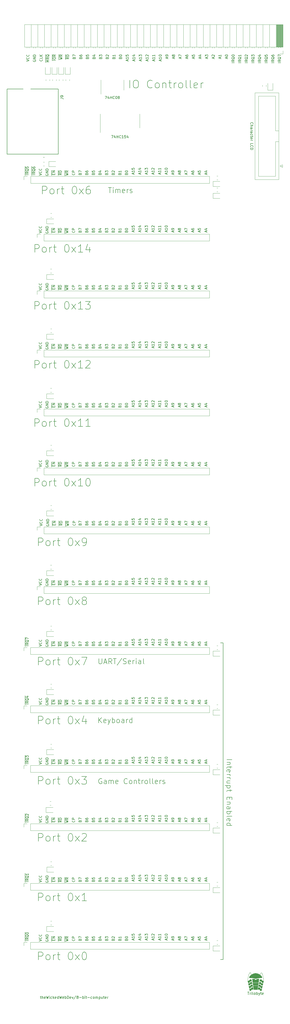
<source format=gbr>
%TF.GenerationSoftware,KiCad,Pcbnew,(6.0.0-0)*%
%TF.CreationDate,2022-10-19T22:30:35-04:00*%
%TF.ProjectId,cpu-input-output-control,6370752d-696e-4707-9574-2d6f75747075,rev?*%
%TF.SameCoordinates,Original*%
%TF.FileFunction,Legend,Top*%
%TF.FilePolarity,Positive*%
%FSLAX46Y46*%
G04 Gerber Fmt 4.6, Leading zero omitted, Abs format (unit mm)*
G04 Created by KiCad (PCBNEW (6.0.0-0)) date 2022-10-19 22:30:35*
%MOMM*%
%LPD*%
G01*
G04 APERTURE LIST*
%ADD10C,0.150000*%
%ADD11C,0.120000*%
%ADD12C,0.200000*%
%ADD13C,0.026458*%
G04 APERTURE END LIST*
D10*
X126097894Y-402361477D02*
X127113894Y-402361477D01*
X127113894Y-280949477D02*
X127113894Y-402361477D01*
X126097894Y-280949477D02*
X127113894Y-280949477D01*
X70067036Y-122979453D02*
X70114655Y-123027072D01*
X70162274Y-123169929D01*
X70162274Y-123265167D01*
X70114655Y-123408024D01*
X70019417Y-123503262D01*
X69924179Y-123550881D01*
X69733703Y-123598500D01*
X69590846Y-123598500D01*
X69400370Y-123550881D01*
X69305132Y-123503262D01*
X69209894Y-123408024D01*
X69162274Y-123265167D01*
X69162274Y-123169929D01*
X69209894Y-123027072D01*
X69257513Y-122979453D01*
X70162274Y-122550881D02*
X69162274Y-122550881D01*
X69162274Y-122169929D01*
X69209894Y-122074691D01*
X69257513Y-122027072D01*
X69352751Y-121979453D01*
X69495608Y-121979453D01*
X69590846Y-122027072D01*
X69638465Y-122074691D01*
X69686084Y-122169929D01*
X69686084Y-122550881D01*
X105436560Y-258472405D02*
X105436560Y-257996215D01*
X105722274Y-258567643D02*
X104722274Y-258234310D01*
X105722274Y-257900977D01*
X105722274Y-257043834D02*
X105722274Y-257615262D01*
X105722274Y-257329548D02*
X104722274Y-257329548D01*
X104865132Y-257424786D01*
X104960370Y-257520024D01*
X105007989Y-257615262D01*
X104722274Y-256424786D02*
X104722274Y-256329548D01*
X104769894Y-256234310D01*
X104817513Y-256186691D01*
X104912751Y-256139072D01*
X105103227Y-256091453D01*
X105341322Y-256091453D01*
X105531798Y-256139072D01*
X105627036Y-256186691D01*
X105674655Y-256234310D01*
X105722274Y-256329548D01*
X105722274Y-256424786D01*
X105674655Y-256520024D01*
X105627036Y-256567643D01*
X105531798Y-256615262D01*
X105341322Y-256662881D01*
X105103227Y-256662881D01*
X104912751Y-256615262D01*
X104817513Y-256567643D01*
X104769894Y-256520024D01*
X104722274Y-256424786D01*
X107976560Y-167858024D02*
X107976560Y-167381834D01*
X108262274Y-167953262D02*
X107262274Y-167619929D01*
X108262274Y-167286596D01*
X108262274Y-166905643D02*
X108262274Y-166715167D01*
X108214655Y-166619929D01*
X108167036Y-166572310D01*
X108024179Y-166477072D01*
X107833703Y-166429453D01*
X107452751Y-166429453D01*
X107357513Y-166477072D01*
X107309894Y-166524691D01*
X107262274Y-166619929D01*
X107262274Y-166810405D01*
X107309894Y-166905643D01*
X107357513Y-166953262D01*
X107452751Y-167000881D01*
X107690846Y-167000881D01*
X107786084Y-166953262D01*
X107833703Y-166905643D01*
X107881322Y-166810405D01*
X107881322Y-166619929D01*
X107833703Y-166524691D01*
X107786084Y-166477072D01*
X107690846Y-166429453D01*
X95276560Y-394870405D02*
X95276560Y-394394215D01*
X95562274Y-394965643D02*
X94562274Y-394632310D01*
X95562274Y-394298977D01*
X95562274Y-393441834D02*
X95562274Y-394013262D01*
X95562274Y-393727548D02*
X94562274Y-393727548D01*
X94705132Y-393822786D01*
X94800370Y-393918024D01*
X94847989Y-394013262D01*
X94895608Y-392584691D02*
X95562274Y-392584691D01*
X94514655Y-392822786D02*
X95228941Y-393060881D01*
X95228941Y-392441834D01*
X100356560Y-281840405D02*
X100356560Y-281364215D01*
X100642274Y-281935643D02*
X99642274Y-281602310D01*
X100642274Y-281268977D01*
X100642274Y-280411834D02*
X100642274Y-280983262D01*
X100642274Y-280697548D02*
X99642274Y-280697548D01*
X99785132Y-280792786D01*
X99880370Y-280888024D01*
X99927989Y-280983262D01*
X99737513Y-280030881D02*
X99689894Y-279983262D01*
X99642274Y-279888024D01*
X99642274Y-279649929D01*
X99689894Y-279554691D01*
X99737513Y-279507072D01*
X99832751Y-279459453D01*
X99927989Y-279459453D01*
X100070846Y-279507072D01*
X100642274Y-280078500D01*
X100642274Y-279459453D01*
X105690560Y-56860024D02*
X105690560Y-56383834D01*
X105976274Y-56955262D02*
X104976274Y-56621929D01*
X105976274Y-56288596D01*
X105976274Y-55907643D02*
X105976274Y-55717167D01*
X105928655Y-55621929D01*
X105881036Y-55574310D01*
X105738179Y-55479072D01*
X105547703Y-55431453D01*
X105166751Y-55431453D01*
X105071513Y-55479072D01*
X105023894Y-55526691D01*
X104976274Y-55621929D01*
X104976274Y-55812405D01*
X105023894Y-55907643D01*
X105071513Y-55955262D01*
X105166751Y-56002881D01*
X105404846Y-56002881D01*
X105500084Y-55955262D01*
X105547703Y-55907643D01*
X105595322Y-55812405D01*
X105595322Y-55621929D01*
X105547703Y-55526691D01*
X105500084Y-55479072D01*
X105404846Y-55431453D01*
X95276560Y-213006405D02*
X95276560Y-212530215D01*
X95562274Y-213101643D02*
X94562274Y-212768310D01*
X95562274Y-212434977D01*
X95562274Y-211577834D02*
X95562274Y-212149262D01*
X95562274Y-211863548D02*
X94562274Y-211863548D01*
X94705132Y-211958786D01*
X94800370Y-212054024D01*
X94847989Y-212149262D01*
X94895608Y-210720691D02*
X95562274Y-210720691D01*
X94514655Y-210958786D02*
X95228941Y-211196881D01*
X95228941Y-210577834D01*
X95276560Y-190400405D02*
X95276560Y-189924215D01*
X95562274Y-190495643D02*
X94562274Y-190162310D01*
X95562274Y-189828977D01*
X95562274Y-188971834D02*
X95562274Y-189543262D01*
X95562274Y-189257548D02*
X94562274Y-189257548D01*
X94705132Y-189352786D01*
X94800370Y-189448024D01*
X94847989Y-189543262D01*
X94895608Y-188114691D02*
X95562274Y-188114691D01*
X94514655Y-188352786D02*
X95228941Y-188590881D01*
X95228941Y-187971834D01*
X113056560Y-213070024D02*
X113056560Y-212593834D01*
X113342274Y-213165262D02*
X112342274Y-212831929D01*
X113342274Y-212498596D01*
X112342274Y-212260500D02*
X112342274Y-211593834D01*
X113342274Y-212022405D01*
X72178465Y-326877929D02*
X72226084Y-326735072D01*
X72273703Y-326687453D01*
X72368941Y-326639834D01*
X72511798Y-326639834D01*
X72607036Y-326687453D01*
X72654655Y-326735072D01*
X72702274Y-326830310D01*
X72702274Y-327211262D01*
X71702274Y-327211262D01*
X71702274Y-326877929D01*
X71749894Y-326782691D01*
X71797513Y-326735072D01*
X71892751Y-326687453D01*
X71987989Y-326687453D01*
X72083227Y-326735072D01*
X72130846Y-326782691D01*
X72178465Y-326877929D01*
X72178465Y-327211262D01*
X71702274Y-326306500D02*
X71702274Y-325639834D01*
X72702274Y-326068405D01*
X120676560Y-167858024D02*
X120676560Y-167381834D01*
X120962274Y-167953262D02*
X119962274Y-167619929D01*
X120962274Y-167286596D01*
X120295608Y-166524691D02*
X120962274Y-166524691D01*
X119914655Y-166762786D02*
X120628941Y-167000881D01*
X120628941Y-166381834D01*
X70321036Y-235247453D02*
X70368655Y-235295072D01*
X70416274Y-235437929D01*
X70416274Y-235533167D01*
X70368655Y-235676024D01*
X70273417Y-235771262D01*
X70178179Y-235818881D01*
X69987703Y-235866500D01*
X69844846Y-235866500D01*
X69654370Y-235818881D01*
X69559132Y-235771262D01*
X69463894Y-235676024D01*
X69416274Y-235533167D01*
X69416274Y-235437929D01*
X69463894Y-235295072D01*
X69511513Y-235247453D01*
X70416274Y-234818881D02*
X69416274Y-234818881D01*
X69416274Y-234437929D01*
X69463894Y-234342691D01*
X69511513Y-234295072D01*
X69606751Y-234247453D01*
X69749608Y-234247453D01*
X69844846Y-234295072D01*
X69892465Y-234342691D01*
X69940084Y-234437929D01*
X69940084Y-234818881D01*
X54820465Y-131176619D02*
X54820465Y-128176619D01*
X55963322Y-128176619D01*
X56249036Y-128319477D01*
X56391894Y-128462334D01*
X56534751Y-128748048D01*
X56534751Y-129176619D01*
X56391894Y-129462334D01*
X56249036Y-129605191D01*
X55963322Y-129748048D01*
X54820465Y-129748048D01*
X58249036Y-131176619D02*
X57963322Y-131033762D01*
X57820465Y-130890905D01*
X57677608Y-130605191D01*
X57677608Y-129748048D01*
X57820465Y-129462334D01*
X57963322Y-129319477D01*
X58249036Y-129176619D01*
X58677608Y-129176619D01*
X58963322Y-129319477D01*
X59106179Y-129462334D01*
X59249036Y-129748048D01*
X59249036Y-130605191D01*
X59106179Y-130890905D01*
X58963322Y-131033762D01*
X58677608Y-131176619D01*
X58249036Y-131176619D01*
X60534751Y-131176619D02*
X60534751Y-129176619D01*
X60534751Y-129748048D02*
X60677608Y-129462334D01*
X60820465Y-129319477D01*
X61106179Y-129176619D01*
X61391894Y-129176619D01*
X61963322Y-129176619D02*
X63106179Y-129176619D01*
X62391894Y-128176619D02*
X62391894Y-130748048D01*
X62534751Y-131033762D01*
X62820465Y-131176619D01*
X63106179Y-131176619D01*
X66963322Y-128176619D02*
X67249036Y-128176619D01*
X67534751Y-128319477D01*
X67677608Y-128462334D01*
X67820465Y-128748048D01*
X67963322Y-129319477D01*
X67963322Y-130033762D01*
X67820465Y-130605191D01*
X67677608Y-130890905D01*
X67534751Y-131033762D01*
X67249036Y-131176619D01*
X66963322Y-131176619D01*
X66677608Y-131033762D01*
X66534751Y-130890905D01*
X66391894Y-130605191D01*
X66249036Y-130033762D01*
X66249036Y-129319477D01*
X66391894Y-128748048D01*
X66534751Y-128462334D01*
X66677608Y-128319477D01*
X66963322Y-128176619D01*
X68963322Y-131176619D02*
X70534751Y-129176619D01*
X68963322Y-129176619D02*
X70534751Y-131176619D01*
X73249036Y-131176619D02*
X71534751Y-131176619D01*
X72391894Y-131176619D02*
X72391894Y-128176619D01*
X72106179Y-128605191D01*
X71820465Y-128890905D01*
X71534751Y-129033762D01*
X75820465Y-129176619D02*
X75820465Y-131176619D01*
X75106179Y-128033762D02*
X74391894Y-130176619D01*
X76249036Y-130176619D01*
X59049894Y-167762691D02*
X59002274Y-167857929D01*
X59002274Y-168000786D01*
X59049894Y-168143643D01*
X59145132Y-168238881D01*
X59240370Y-168286500D01*
X59430846Y-168334119D01*
X59573703Y-168334119D01*
X59764179Y-168286500D01*
X59859417Y-168238881D01*
X59954655Y-168143643D01*
X60002274Y-168000786D01*
X60002274Y-167905548D01*
X59954655Y-167762691D01*
X59907036Y-167715072D01*
X59573703Y-167715072D01*
X59573703Y-167905548D01*
X60002274Y-167286500D02*
X59002274Y-167286500D01*
X60002274Y-166715072D01*
X59002274Y-166715072D01*
X60002274Y-166238881D02*
X59002274Y-166238881D01*
X59002274Y-166000786D01*
X59049894Y-165857929D01*
X59145132Y-165762691D01*
X59240370Y-165715072D01*
X59430846Y-165667453D01*
X59573703Y-165667453D01*
X59764179Y-165715072D01*
X59859417Y-165762691D01*
X59954655Y-165857929D01*
X60002274Y-166000786D01*
X60002274Y-166238881D01*
X102896560Y-145188405D02*
X102896560Y-144712215D01*
X103182274Y-145283643D02*
X102182274Y-144950310D01*
X103182274Y-144616977D01*
X103182274Y-143759834D02*
X103182274Y-144331262D01*
X103182274Y-144045548D02*
X102182274Y-144045548D01*
X102325132Y-144140786D01*
X102420370Y-144236024D01*
X102467989Y-144331262D01*
X103182274Y-142807453D02*
X103182274Y-143378881D01*
X103182274Y-143093167D02*
X102182274Y-143093167D01*
X102325132Y-143188405D01*
X102420370Y-143283643D01*
X102467989Y-143378881D01*
X95530560Y-57812405D02*
X95530560Y-57336215D01*
X95816274Y-57907643D02*
X94816274Y-57574310D01*
X95816274Y-57240977D01*
X95816274Y-56383834D02*
X95816274Y-56955262D01*
X95816274Y-56669548D02*
X94816274Y-56669548D01*
X94959132Y-56764786D01*
X95054370Y-56860024D01*
X95101989Y-56955262D01*
X94816274Y-56050500D02*
X94816274Y-55431453D01*
X95197227Y-55764786D01*
X95197227Y-55621929D01*
X95244846Y-55526691D01*
X95292465Y-55479072D01*
X95387703Y-55431453D01*
X95625798Y-55431453D01*
X95721036Y-55479072D01*
X95768655Y-55526691D01*
X95816274Y-55621929D01*
X95816274Y-55907643D01*
X95768655Y-56002881D01*
X95721036Y-56050500D01*
X107976560Y-101310024D02*
X107976560Y-100833834D01*
X108262274Y-101405262D02*
X107262274Y-101071929D01*
X108262274Y-100738596D01*
X108262274Y-100357643D02*
X108262274Y-100167167D01*
X108214655Y-100071929D01*
X108167036Y-100024310D01*
X108024179Y-99929072D01*
X107833703Y-99881453D01*
X107452751Y-99881453D01*
X107357513Y-99929072D01*
X107309894Y-99976691D01*
X107262274Y-100071929D01*
X107262274Y-100262405D01*
X107309894Y-100357643D01*
X107357513Y-100405262D01*
X107452751Y-100452881D01*
X107690846Y-100452881D01*
X107786084Y-100405262D01*
X107833703Y-100357643D01*
X107881322Y-100262405D01*
X107881322Y-100071929D01*
X107833703Y-99976691D01*
X107786084Y-99929072D01*
X107690846Y-99881453D01*
X92736560Y-327052405D02*
X92736560Y-326576215D01*
X93022274Y-327147643D02*
X92022274Y-326814310D01*
X93022274Y-326480977D01*
X93022274Y-325623834D02*
X93022274Y-326195262D01*
X93022274Y-325909548D02*
X92022274Y-325909548D01*
X92165132Y-326004786D01*
X92260370Y-326100024D01*
X92307989Y-326195262D01*
X92022274Y-324719072D02*
X92022274Y-325195262D01*
X92498465Y-325242881D01*
X92450846Y-325195262D01*
X92403227Y-325100024D01*
X92403227Y-324861929D01*
X92450846Y-324766691D01*
X92498465Y-324719072D01*
X92593703Y-324671453D01*
X92831798Y-324671453D01*
X92927036Y-324719072D01*
X92974655Y-324766691D01*
X93022274Y-324861929D01*
X93022274Y-325100024D01*
X92974655Y-325195262D01*
X92927036Y-325242881D01*
X95276560Y-372264405D02*
X95276560Y-371788215D01*
X95562274Y-372359643D02*
X94562274Y-372026310D01*
X95562274Y-371692977D01*
X95562274Y-370835834D02*
X95562274Y-371407262D01*
X95562274Y-371121548D02*
X94562274Y-371121548D01*
X94705132Y-371216786D01*
X94800370Y-371312024D01*
X94847989Y-371407262D01*
X94895608Y-369978691D02*
X95562274Y-369978691D01*
X94514655Y-370216786D02*
X95228941Y-370454881D01*
X95228941Y-369835834D01*
X56249036Y-379842619D02*
X56249036Y-376842619D01*
X57391894Y-376842619D01*
X57677608Y-376985477D01*
X57820465Y-377128334D01*
X57963322Y-377414048D01*
X57963322Y-377842619D01*
X57820465Y-378128334D01*
X57677608Y-378271191D01*
X57391894Y-378414048D01*
X56249036Y-378414048D01*
X59677608Y-379842619D02*
X59391894Y-379699762D01*
X59249036Y-379556905D01*
X59106179Y-379271191D01*
X59106179Y-378414048D01*
X59249036Y-378128334D01*
X59391894Y-377985477D01*
X59677608Y-377842619D01*
X60106179Y-377842619D01*
X60391894Y-377985477D01*
X60534751Y-378128334D01*
X60677608Y-378414048D01*
X60677608Y-379271191D01*
X60534751Y-379556905D01*
X60391894Y-379699762D01*
X60106179Y-379842619D01*
X59677608Y-379842619D01*
X61963322Y-379842619D02*
X61963322Y-377842619D01*
X61963322Y-378414048D02*
X62106179Y-378128334D01*
X62249036Y-377985477D01*
X62534751Y-377842619D01*
X62820465Y-377842619D01*
X63391894Y-377842619D02*
X64534751Y-377842619D01*
X63820465Y-376842619D02*
X63820465Y-379414048D01*
X63963322Y-379699762D01*
X64249036Y-379842619D01*
X64534751Y-379842619D01*
X68391894Y-376842619D02*
X68677608Y-376842619D01*
X68963322Y-376985477D01*
X69106179Y-377128334D01*
X69249036Y-377414048D01*
X69391894Y-377985477D01*
X69391894Y-378699762D01*
X69249036Y-379271191D01*
X69106179Y-379556905D01*
X68963322Y-379699762D01*
X68677608Y-379842619D01*
X68391894Y-379842619D01*
X68106179Y-379699762D01*
X67963322Y-379556905D01*
X67820465Y-379271191D01*
X67677608Y-378699762D01*
X67677608Y-377985477D01*
X67820465Y-377414048D01*
X67963322Y-377128334D01*
X68106179Y-376985477D01*
X68391894Y-376842619D01*
X70391894Y-379842619D02*
X71963322Y-377842619D01*
X70391894Y-377842619D02*
X71963322Y-379842619D01*
X74677608Y-379842619D02*
X72963322Y-379842619D01*
X73820465Y-379842619D02*
X73820465Y-376842619D01*
X73534751Y-377271191D01*
X73249036Y-377556905D01*
X72963322Y-377699762D01*
X92736560Y-349404405D02*
X92736560Y-348928215D01*
X93022274Y-349499643D02*
X92022274Y-349166310D01*
X93022274Y-348832977D01*
X93022274Y-347975834D02*
X93022274Y-348547262D01*
X93022274Y-348261548D02*
X92022274Y-348261548D01*
X92165132Y-348356786D01*
X92260370Y-348452024D01*
X92307989Y-348547262D01*
X92022274Y-347071072D02*
X92022274Y-347547262D01*
X92498465Y-347594881D01*
X92450846Y-347547262D01*
X92403227Y-347452024D01*
X92403227Y-347213929D01*
X92450846Y-347118691D01*
X92498465Y-347071072D01*
X92593703Y-347023453D01*
X92831798Y-347023453D01*
X92927036Y-347071072D01*
X92974655Y-347118691D01*
X93022274Y-347213929D01*
X93022274Y-347452024D01*
X92974655Y-347547262D01*
X92927036Y-347594881D01*
X82338465Y-304017929D02*
X82386084Y-303875072D01*
X82433703Y-303827453D01*
X82528941Y-303779834D01*
X82671798Y-303779834D01*
X82767036Y-303827453D01*
X82814655Y-303875072D01*
X82862274Y-303970310D01*
X82862274Y-304351262D01*
X81862274Y-304351262D01*
X81862274Y-304017929D01*
X81909894Y-303922691D01*
X81957513Y-303875072D01*
X82052751Y-303827453D01*
X82147989Y-303827453D01*
X82243227Y-303875072D01*
X82290846Y-303922691D01*
X82338465Y-304017929D01*
X82338465Y-304351262D01*
X81862274Y-303446500D02*
X81862274Y-302827453D01*
X82243227Y-303160786D01*
X82243227Y-303017929D01*
X82290846Y-302922691D01*
X82338465Y-302875072D01*
X82433703Y-302827453D01*
X82671798Y-302827453D01*
X82767036Y-302875072D01*
X82814655Y-302922691D01*
X82862274Y-303017929D01*
X82862274Y-303303643D01*
X82814655Y-303398881D01*
X82767036Y-303446500D01*
X66339894Y-190987834D02*
X66339894Y-189844977D01*
X66622274Y-190844977D02*
X67622274Y-190606881D01*
X66907989Y-190416405D01*
X67622274Y-190225929D01*
X66622274Y-189987834D01*
X66339894Y-189844977D02*
X66339894Y-188844977D01*
X67622274Y-189035453D02*
X67146084Y-189368786D01*
X67622274Y-189606881D02*
X66622274Y-189606881D01*
X66622274Y-189225929D01*
X66669894Y-189130691D01*
X66717513Y-189083072D01*
X66812751Y-189035453D01*
X66955608Y-189035453D01*
X67050846Y-189083072D01*
X67098465Y-189130691D01*
X67146084Y-189225929D01*
X67146084Y-189606881D01*
X92736560Y-372264405D02*
X92736560Y-371788215D01*
X93022274Y-372359643D02*
X92022274Y-372026310D01*
X93022274Y-371692977D01*
X93022274Y-370835834D02*
X93022274Y-371407262D01*
X93022274Y-371121548D02*
X92022274Y-371121548D01*
X92165132Y-371216786D01*
X92260370Y-371312024D01*
X92307989Y-371407262D01*
X92022274Y-369931072D02*
X92022274Y-370407262D01*
X92498465Y-370454881D01*
X92450846Y-370407262D01*
X92403227Y-370312024D01*
X92403227Y-370073929D01*
X92450846Y-369978691D01*
X92498465Y-369931072D01*
X92593703Y-369883453D01*
X92831798Y-369883453D01*
X92927036Y-369931072D01*
X92974655Y-369978691D01*
X93022274Y-370073929D01*
X93022274Y-370312024D01*
X92974655Y-370407262D01*
X92927036Y-370454881D01*
X84878465Y-190225929D02*
X84926084Y-190083072D01*
X84973703Y-190035453D01*
X85068941Y-189987834D01*
X85211798Y-189987834D01*
X85307036Y-190035453D01*
X85354655Y-190083072D01*
X85402274Y-190178310D01*
X85402274Y-190559262D01*
X84402274Y-190559262D01*
X84402274Y-190225929D01*
X84449894Y-190130691D01*
X84497513Y-190083072D01*
X84592751Y-190035453D01*
X84687989Y-190035453D01*
X84783227Y-190083072D01*
X84830846Y-190130691D01*
X84878465Y-190225929D01*
X84878465Y-190559262D01*
X84497513Y-189606881D02*
X84449894Y-189559262D01*
X84402274Y-189464024D01*
X84402274Y-189225929D01*
X84449894Y-189130691D01*
X84497513Y-189083072D01*
X84592751Y-189035453D01*
X84687989Y-189035453D01*
X84830846Y-189083072D01*
X85402274Y-189654500D01*
X85402274Y-189035453D01*
X95276560Y-258472405D02*
X95276560Y-257996215D01*
X95562274Y-258567643D02*
X94562274Y-258234310D01*
X95562274Y-257900977D01*
X95562274Y-257043834D02*
X95562274Y-257615262D01*
X95562274Y-257329548D02*
X94562274Y-257329548D01*
X94705132Y-257424786D01*
X94800370Y-257520024D01*
X94847989Y-257615262D01*
X94895608Y-256186691D02*
X95562274Y-256186691D01*
X94514655Y-256424786D02*
X95228941Y-256662881D01*
X95228941Y-256043834D01*
X120930560Y-56860024D02*
X120930560Y-56383834D01*
X121216274Y-56955262D02*
X120216274Y-56621929D01*
X121216274Y-56288596D01*
X120216274Y-56050500D02*
X120216274Y-55431453D01*
X120597227Y-55764786D01*
X120597227Y-55621929D01*
X120644846Y-55526691D01*
X120692465Y-55479072D01*
X120787703Y-55431453D01*
X121025798Y-55431453D01*
X121121036Y-55479072D01*
X121168655Y-55526691D01*
X121216274Y-55621929D01*
X121216274Y-55907643D01*
X121168655Y-56002881D01*
X121121036Y-56050500D01*
X61259894Y-327449357D02*
X61259894Y-326544596D01*
X62018465Y-327211262D02*
X62018465Y-326877929D01*
X62542274Y-326735072D02*
X62542274Y-327211262D01*
X61542274Y-327211262D01*
X61542274Y-326735072D01*
X61259894Y-326544596D02*
X61259894Y-325496977D01*
X62542274Y-326306500D02*
X61542274Y-326306500D01*
X62542274Y-325735072D01*
X61542274Y-325735072D01*
X70067036Y-394505453D02*
X70114655Y-394553072D01*
X70162274Y-394695929D01*
X70162274Y-394791167D01*
X70114655Y-394934024D01*
X70019417Y-395029262D01*
X69924179Y-395076881D01*
X69733703Y-395124500D01*
X69590846Y-395124500D01*
X69400370Y-395076881D01*
X69305132Y-395029262D01*
X69209894Y-394934024D01*
X69162274Y-394791167D01*
X69162274Y-394695929D01*
X69209894Y-394553072D01*
X69257513Y-394505453D01*
X70162274Y-394076881D02*
X69162274Y-394076881D01*
X69162274Y-393695929D01*
X69209894Y-393600691D01*
X69257513Y-393553072D01*
X69352751Y-393505453D01*
X69495608Y-393505453D01*
X69590846Y-393553072D01*
X69638465Y-393600691D01*
X69686084Y-393695929D01*
X69686084Y-394076881D01*
X120676560Y-372328024D02*
X120676560Y-371851834D01*
X120962274Y-372423262D02*
X119962274Y-372089929D01*
X120962274Y-371756596D01*
X120295608Y-370994691D02*
X120962274Y-370994691D01*
X119914655Y-371232786D02*
X120628941Y-371470881D01*
X120628941Y-370851834D01*
X92736560Y-235612405D02*
X92736560Y-235136215D01*
X93022274Y-235707643D02*
X92022274Y-235374310D01*
X93022274Y-235040977D01*
X93022274Y-234183834D02*
X93022274Y-234755262D01*
X93022274Y-234469548D02*
X92022274Y-234469548D01*
X92165132Y-234564786D01*
X92260370Y-234660024D01*
X92307989Y-234755262D01*
X92022274Y-233279072D02*
X92022274Y-233755262D01*
X92498465Y-233802881D01*
X92450846Y-233755262D01*
X92403227Y-233660024D01*
X92403227Y-233421929D01*
X92450846Y-233326691D01*
X92498465Y-233279072D01*
X92593703Y-233231453D01*
X92831798Y-233231453D01*
X92927036Y-233279072D01*
X92974655Y-233326691D01*
X93022274Y-233421929D01*
X93022274Y-233660024D01*
X92974655Y-233755262D01*
X92927036Y-233802881D01*
X100610560Y-57812405D02*
X100610560Y-57336215D01*
X100896274Y-57907643D02*
X99896274Y-57574310D01*
X100896274Y-57240977D01*
X100896274Y-56383834D02*
X100896274Y-56955262D01*
X100896274Y-56669548D02*
X99896274Y-56669548D01*
X100039132Y-56764786D01*
X100134370Y-56860024D01*
X100181989Y-56955262D01*
X100896274Y-55431453D02*
X100896274Y-56002881D01*
X100896274Y-55717167D02*
X99896274Y-55717167D01*
X100039132Y-55812405D01*
X100134370Y-55907643D01*
X100181989Y-56002881D01*
X77258465Y-101071929D02*
X77306084Y-100929072D01*
X77353703Y-100881453D01*
X77448941Y-100833834D01*
X77591798Y-100833834D01*
X77687036Y-100881453D01*
X77734655Y-100929072D01*
X77782274Y-101024310D01*
X77782274Y-101405262D01*
X76782274Y-101405262D01*
X76782274Y-101071929D01*
X76829894Y-100976691D01*
X76877513Y-100929072D01*
X76972751Y-100881453D01*
X77067989Y-100881453D01*
X77163227Y-100929072D01*
X77210846Y-100976691D01*
X77258465Y-101071929D01*
X77258465Y-101405262D01*
X76782274Y-99929072D02*
X76782274Y-100405262D01*
X77258465Y-100452881D01*
X77210846Y-100405262D01*
X77163227Y-100310024D01*
X77163227Y-100071929D01*
X77210846Y-99976691D01*
X77258465Y-99929072D01*
X77353703Y-99881453D01*
X77591798Y-99881453D01*
X77687036Y-99929072D01*
X77734655Y-99976691D01*
X77782274Y-100071929D01*
X77782274Y-100310024D01*
X77734655Y-100405262D01*
X77687036Y-100452881D01*
X74718465Y-123169929D02*
X74766084Y-123027072D01*
X74813703Y-122979453D01*
X74908941Y-122931834D01*
X75051798Y-122931834D01*
X75147036Y-122979453D01*
X75194655Y-123027072D01*
X75242274Y-123122310D01*
X75242274Y-123503262D01*
X74242274Y-123503262D01*
X74242274Y-123169929D01*
X74289894Y-123074691D01*
X74337513Y-123027072D01*
X74432751Y-122979453D01*
X74527989Y-122979453D01*
X74623227Y-123027072D01*
X74670846Y-123074691D01*
X74718465Y-123169929D01*
X74718465Y-123503262D01*
X74242274Y-122074691D02*
X74242274Y-122265167D01*
X74289894Y-122360405D01*
X74337513Y-122408024D01*
X74480370Y-122503262D01*
X74670846Y-122550881D01*
X75051798Y-122550881D01*
X75147036Y-122503262D01*
X75194655Y-122455643D01*
X75242274Y-122360405D01*
X75242274Y-122169929D01*
X75194655Y-122074691D01*
X75147036Y-122027072D01*
X75051798Y-121979453D01*
X74813703Y-121979453D01*
X74718465Y-122027072D01*
X74670846Y-122074691D01*
X74623227Y-122169929D01*
X74623227Y-122360405D01*
X74670846Y-122455643D01*
X74718465Y-122503262D01*
X74813703Y-122550881D01*
X79798465Y-326877929D02*
X79846084Y-326735072D01*
X79893703Y-326687453D01*
X79988941Y-326639834D01*
X80131798Y-326639834D01*
X80227036Y-326687453D01*
X80274655Y-326735072D01*
X80322274Y-326830310D01*
X80322274Y-327211262D01*
X79322274Y-327211262D01*
X79322274Y-326877929D01*
X79369894Y-326782691D01*
X79417513Y-326735072D01*
X79512751Y-326687453D01*
X79607989Y-326687453D01*
X79703227Y-326735072D01*
X79750846Y-326782691D01*
X79798465Y-326877929D01*
X79798465Y-327211262D01*
X79655608Y-325782691D02*
X80322274Y-325782691D01*
X79274655Y-326020786D02*
X79988941Y-326258881D01*
X79988941Y-325639834D01*
X100356560Y-349404405D02*
X100356560Y-348928215D01*
X100642274Y-349499643D02*
X99642274Y-349166310D01*
X100642274Y-348832977D01*
X100642274Y-347975834D02*
X100642274Y-348547262D01*
X100642274Y-348261548D02*
X99642274Y-348261548D01*
X99785132Y-348356786D01*
X99880370Y-348452024D01*
X99927989Y-348547262D01*
X99737513Y-347594881D02*
X99689894Y-347547262D01*
X99642274Y-347452024D01*
X99642274Y-347213929D01*
X99689894Y-347118691D01*
X99737513Y-347071072D01*
X99832751Y-347023453D01*
X99927989Y-347023453D01*
X100070846Y-347071072D01*
X100642274Y-347642500D01*
X100642274Y-347023453D01*
X107976560Y-349468024D02*
X107976560Y-348991834D01*
X108262274Y-349563262D02*
X107262274Y-349229929D01*
X108262274Y-348896596D01*
X108262274Y-348515643D02*
X108262274Y-348325167D01*
X108214655Y-348229929D01*
X108167036Y-348182310D01*
X108024179Y-348087072D01*
X107833703Y-348039453D01*
X107452751Y-348039453D01*
X107357513Y-348087072D01*
X107309894Y-348134691D01*
X107262274Y-348229929D01*
X107262274Y-348420405D01*
X107309894Y-348515643D01*
X107357513Y-348563262D01*
X107452751Y-348610881D01*
X107690846Y-348610881D01*
X107786084Y-348563262D01*
X107833703Y-348515643D01*
X107881322Y-348420405D01*
X107881322Y-348229929D01*
X107833703Y-348134691D01*
X107786084Y-348087072D01*
X107690846Y-348039453D01*
X120676560Y-349468024D02*
X120676560Y-348991834D01*
X120962274Y-349563262D02*
X119962274Y-349229929D01*
X120962274Y-348896596D01*
X120295608Y-348134691D02*
X120962274Y-348134691D01*
X119914655Y-348372786D02*
X120628941Y-348610881D01*
X120628941Y-347991834D01*
X56883917Y-416625191D02*
X57264870Y-416625191D01*
X57026774Y-416291857D02*
X57026774Y-417149000D01*
X57074394Y-417244238D01*
X57169632Y-417291857D01*
X57264870Y-417291857D01*
X57598203Y-417291857D02*
X57598203Y-416291857D01*
X58026774Y-417291857D02*
X58026774Y-416768048D01*
X57979155Y-416672810D01*
X57883917Y-416625191D01*
X57741060Y-416625191D01*
X57645822Y-416672810D01*
X57598203Y-416720429D01*
X58883917Y-417244238D02*
X58788679Y-417291857D01*
X58598203Y-417291857D01*
X58502965Y-417244238D01*
X58455346Y-417149000D01*
X58455346Y-416768048D01*
X58502965Y-416672810D01*
X58598203Y-416625191D01*
X58788679Y-416625191D01*
X58883917Y-416672810D01*
X58931536Y-416768048D01*
X58931536Y-416863286D01*
X58455346Y-416958524D01*
X59264870Y-416291857D02*
X59502965Y-417291857D01*
X59693441Y-416577572D01*
X59883917Y-417291857D01*
X60122013Y-416291857D01*
X60502965Y-417291857D02*
X60502965Y-416625191D01*
X60502965Y-416291857D02*
X60455346Y-416339477D01*
X60502965Y-416387096D01*
X60550584Y-416339477D01*
X60502965Y-416291857D01*
X60502965Y-416387096D01*
X61407727Y-417244238D02*
X61312489Y-417291857D01*
X61122013Y-417291857D01*
X61026774Y-417244238D01*
X60979155Y-417196619D01*
X60931536Y-417101381D01*
X60931536Y-416815667D01*
X60979155Y-416720429D01*
X61026774Y-416672810D01*
X61122013Y-416625191D01*
X61312489Y-416625191D01*
X61407727Y-416672810D01*
X61836298Y-417291857D02*
X61836298Y-416291857D01*
X61931536Y-416910905D02*
X62217251Y-417291857D01*
X62217251Y-416625191D02*
X61836298Y-417006143D01*
X63026774Y-417244238D02*
X62931536Y-417291857D01*
X62741060Y-417291857D01*
X62645822Y-417244238D01*
X62598203Y-417149000D01*
X62598203Y-416768048D01*
X62645822Y-416672810D01*
X62741060Y-416625191D01*
X62931536Y-416625191D01*
X63026774Y-416672810D01*
X63074394Y-416768048D01*
X63074394Y-416863286D01*
X62598203Y-416958524D01*
X63931536Y-417291857D02*
X63931536Y-416291857D01*
X63931536Y-417244238D02*
X63836298Y-417291857D01*
X63645822Y-417291857D01*
X63550584Y-417244238D01*
X63502965Y-417196619D01*
X63455346Y-417101381D01*
X63455346Y-416815667D01*
X63502965Y-416720429D01*
X63550584Y-416672810D01*
X63645822Y-416625191D01*
X63836298Y-416625191D01*
X63931536Y-416672810D01*
X64312489Y-416291857D02*
X64550584Y-417291857D01*
X64741060Y-416577572D01*
X64931536Y-417291857D01*
X65169632Y-416291857D01*
X65931536Y-417244238D02*
X65836298Y-417291857D01*
X65645822Y-417291857D01*
X65550584Y-417244238D01*
X65502965Y-417149000D01*
X65502965Y-416768048D01*
X65550584Y-416672810D01*
X65645822Y-416625191D01*
X65836298Y-416625191D01*
X65931536Y-416672810D01*
X65979155Y-416768048D01*
X65979155Y-416863286D01*
X65502965Y-416958524D01*
X66407727Y-417291857D02*
X66407727Y-416291857D01*
X66407727Y-416672810D02*
X66502965Y-416625191D01*
X66693441Y-416625191D01*
X66788679Y-416672810D01*
X66836298Y-416720429D01*
X66883917Y-416815667D01*
X66883917Y-417101381D01*
X66836298Y-417196619D01*
X66788679Y-417244238D01*
X66693441Y-417291857D01*
X66502965Y-417291857D01*
X66407727Y-417244238D01*
X67312489Y-417291857D02*
X67312489Y-416291857D01*
X67550584Y-416291857D01*
X67693441Y-416339477D01*
X67788679Y-416434715D01*
X67836298Y-416529953D01*
X67883917Y-416720429D01*
X67883917Y-416863286D01*
X67836298Y-417053762D01*
X67788679Y-417149000D01*
X67693441Y-417244238D01*
X67550584Y-417291857D01*
X67312489Y-417291857D01*
X68693441Y-417244238D02*
X68598203Y-417291857D01*
X68407727Y-417291857D01*
X68312489Y-417244238D01*
X68264870Y-417149000D01*
X68264870Y-416768048D01*
X68312489Y-416672810D01*
X68407727Y-416625191D01*
X68598203Y-416625191D01*
X68693441Y-416672810D01*
X68741060Y-416768048D01*
X68741060Y-416863286D01*
X68264870Y-416958524D01*
X69074394Y-416625191D02*
X69312489Y-417291857D01*
X69550584Y-416625191D01*
X70645822Y-416244238D02*
X69788679Y-417529953D01*
X71122013Y-416720429D02*
X71026774Y-416672810D01*
X70979155Y-416625191D01*
X70931536Y-416529953D01*
X70931536Y-416482334D01*
X70979155Y-416387096D01*
X71026774Y-416339477D01*
X71122013Y-416291857D01*
X71312489Y-416291857D01*
X71407727Y-416339477D01*
X71455346Y-416387096D01*
X71502965Y-416482334D01*
X71502965Y-416529953D01*
X71455346Y-416625191D01*
X71407727Y-416672810D01*
X71312489Y-416720429D01*
X71122013Y-416720429D01*
X71026774Y-416768048D01*
X70979155Y-416815667D01*
X70931536Y-416910905D01*
X70931536Y-417101381D01*
X70979155Y-417196619D01*
X71026774Y-417244238D01*
X71122013Y-417291857D01*
X71312489Y-417291857D01*
X71407727Y-417244238D01*
X71455346Y-417196619D01*
X71502965Y-417101381D01*
X71502965Y-416910905D01*
X71455346Y-416815667D01*
X71407727Y-416768048D01*
X71312489Y-416720429D01*
X71931536Y-416910905D02*
X72693441Y-416910905D01*
X73169632Y-417291857D02*
X73169632Y-416291857D01*
X73169632Y-416672810D02*
X73264870Y-416625191D01*
X73455346Y-416625191D01*
X73550584Y-416672810D01*
X73598203Y-416720429D01*
X73645822Y-416815667D01*
X73645822Y-417101381D01*
X73598203Y-417196619D01*
X73550584Y-417244238D01*
X73455346Y-417291857D01*
X73264870Y-417291857D01*
X73169632Y-417244238D01*
X74074394Y-417291857D02*
X74074394Y-416625191D01*
X74074394Y-416291857D02*
X74026774Y-416339477D01*
X74074394Y-416387096D01*
X74122013Y-416339477D01*
X74074394Y-416291857D01*
X74074394Y-416387096D01*
X74407727Y-416625191D02*
X74788679Y-416625191D01*
X74550584Y-416291857D02*
X74550584Y-417149000D01*
X74598203Y-417244238D01*
X74693441Y-417291857D01*
X74788679Y-417291857D01*
X75122013Y-416910905D02*
X75883917Y-416910905D01*
X76788679Y-417244238D02*
X76693441Y-417291857D01*
X76502965Y-417291857D01*
X76407727Y-417244238D01*
X76360108Y-417196619D01*
X76312489Y-417101381D01*
X76312489Y-416815667D01*
X76360108Y-416720429D01*
X76407727Y-416672810D01*
X76502965Y-416625191D01*
X76693441Y-416625191D01*
X76788679Y-416672810D01*
X77360108Y-417291857D02*
X77264870Y-417244238D01*
X77217251Y-417196619D01*
X77169632Y-417101381D01*
X77169632Y-416815667D01*
X77217251Y-416720429D01*
X77264870Y-416672810D01*
X77360108Y-416625191D01*
X77502965Y-416625191D01*
X77598203Y-416672810D01*
X77645822Y-416720429D01*
X77693441Y-416815667D01*
X77693441Y-417101381D01*
X77645822Y-417196619D01*
X77598203Y-417244238D01*
X77502965Y-417291857D01*
X77360108Y-417291857D01*
X78122013Y-417291857D02*
X78122013Y-416625191D01*
X78122013Y-416720429D02*
X78169632Y-416672810D01*
X78264870Y-416625191D01*
X78407727Y-416625191D01*
X78502965Y-416672810D01*
X78550584Y-416768048D01*
X78550584Y-417291857D01*
X78550584Y-416768048D02*
X78598203Y-416672810D01*
X78693441Y-416625191D01*
X78836298Y-416625191D01*
X78931536Y-416672810D01*
X78979155Y-416768048D01*
X78979155Y-417291857D01*
X79455346Y-416625191D02*
X79455346Y-417625191D01*
X79455346Y-416672810D02*
X79550584Y-416625191D01*
X79741060Y-416625191D01*
X79836298Y-416672810D01*
X79883917Y-416720429D01*
X79931536Y-416815667D01*
X79931536Y-417101381D01*
X79883917Y-417196619D01*
X79836298Y-417244238D01*
X79741060Y-417291857D01*
X79550584Y-417291857D01*
X79455346Y-417244238D01*
X80788679Y-416625191D02*
X80788679Y-417291857D01*
X80360108Y-416625191D02*
X80360108Y-417149000D01*
X80407727Y-417244238D01*
X80502965Y-417291857D01*
X80645822Y-417291857D01*
X80741060Y-417244238D01*
X80788679Y-417196619D01*
X81122013Y-416625191D02*
X81502965Y-416625191D01*
X81264870Y-416291857D02*
X81264870Y-417149000D01*
X81312489Y-417244238D01*
X81407727Y-417291857D01*
X81502965Y-417291857D01*
X82217251Y-417244238D02*
X82122013Y-417291857D01*
X81931536Y-417291857D01*
X81836298Y-417244238D01*
X81788679Y-417149000D01*
X81788679Y-416768048D01*
X81836298Y-416672810D01*
X81931536Y-416625191D01*
X82122013Y-416625191D01*
X82217251Y-416672810D01*
X82264870Y-416768048D01*
X82264870Y-416863286D01*
X81788679Y-416958524D01*
X82693441Y-417291857D02*
X82693441Y-416625191D01*
X82693441Y-416815667D02*
X82741060Y-416720429D01*
X82788679Y-416672810D01*
X82883917Y-416625191D01*
X82979155Y-416625191D01*
X64053894Y-236056977D02*
X64053894Y-235056977D01*
X65336274Y-235247453D02*
X64860084Y-235580786D01*
X65336274Y-235818881D02*
X64336274Y-235818881D01*
X64336274Y-235437929D01*
X64383894Y-235342691D01*
X64431513Y-235295072D01*
X64526751Y-235247453D01*
X64669608Y-235247453D01*
X64764846Y-235295072D01*
X64812465Y-235342691D01*
X64860084Y-235437929D01*
X64860084Y-235818881D01*
X64053894Y-235056977D02*
X64053894Y-234056977D01*
X65336274Y-234818881D02*
X64336274Y-234818881D01*
X64336274Y-234580786D01*
X64383894Y-234437929D01*
X64479132Y-234342691D01*
X64574370Y-234295072D01*
X64764846Y-234247453D01*
X64907703Y-234247453D01*
X65098179Y-234295072D01*
X65193417Y-234342691D01*
X65288655Y-234437929D01*
X65336274Y-234580786D01*
X65336274Y-234818881D01*
X59049894Y-145156691D02*
X59002274Y-145251929D01*
X59002274Y-145394786D01*
X59049894Y-145537643D01*
X59145132Y-145632881D01*
X59240370Y-145680500D01*
X59430846Y-145728119D01*
X59573703Y-145728119D01*
X59764179Y-145680500D01*
X59859417Y-145632881D01*
X59954655Y-145537643D01*
X60002274Y-145394786D01*
X60002274Y-145299548D01*
X59954655Y-145156691D01*
X59907036Y-145109072D01*
X59573703Y-145109072D01*
X59573703Y-145299548D01*
X60002274Y-144680500D02*
X59002274Y-144680500D01*
X60002274Y-144109072D01*
X59002274Y-144109072D01*
X60002274Y-143632881D02*
X59002274Y-143632881D01*
X59002274Y-143394786D01*
X59049894Y-143251929D01*
X59145132Y-143156691D01*
X59240370Y-143109072D01*
X59430846Y-143061453D01*
X59573703Y-143061453D01*
X59764179Y-143109072D01*
X59859417Y-143156691D01*
X59954655Y-143251929D01*
X60002274Y-143394786D01*
X60002274Y-143632881D01*
X72178465Y-372089929D02*
X72226084Y-371947072D01*
X72273703Y-371899453D01*
X72368941Y-371851834D01*
X72511798Y-371851834D01*
X72607036Y-371899453D01*
X72654655Y-371947072D01*
X72702274Y-372042310D01*
X72702274Y-372423262D01*
X71702274Y-372423262D01*
X71702274Y-372089929D01*
X71749894Y-371994691D01*
X71797513Y-371947072D01*
X71892751Y-371899453D01*
X71987989Y-371899453D01*
X72083227Y-371947072D01*
X72130846Y-371994691D01*
X72178465Y-372089929D01*
X72178465Y-372423262D01*
X71702274Y-371518500D02*
X71702274Y-370851834D01*
X72702274Y-371280405D01*
X105436560Y-123344405D02*
X105436560Y-122868215D01*
X105722274Y-123439643D02*
X104722274Y-123106310D01*
X105722274Y-122772977D01*
X105722274Y-121915834D02*
X105722274Y-122487262D01*
X105722274Y-122201548D02*
X104722274Y-122201548D01*
X104865132Y-122296786D01*
X104960370Y-122392024D01*
X105007989Y-122487262D01*
X104722274Y-121296786D02*
X104722274Y-121201548D01*
X104769894Y-121106310D01*
X104817513Y-121058691D01*
X104912751Y-121011072D01*
X105103227Y-120963453D01*
X105341322Y-120963453D01*
X105531798Y-121011072D01*
X105627036Y-121058691D01*
X105674655Y-121106310D01*
X105722274Y-121201548D01*
X105722274Y-121296786D01*
X105674655Y-121392024D01*
X105627036Y-121439643D01*
X105531798Y-121487262D01*
X105341322Y-121534881D01*
X105103227Y-121534881D01*
X104912751Y-121487262D01*
X104817513Y-121439643D01*
X104769894Y-121392024D01*
X104722274Y-121296786D01*
X115596560Y-213070024D02*
X115596560Y-212593834D01*
X115882274Y-213165262D02*
X114882274Y-212831929D01*
X115882274Y-212498596D01*
X114882274Y-211736691D02*
X114882274Y-211927167D01*
X114929894Y-212022405D01*
X114977513Y-212070024D01*
X115120370Y-212165262D01*
X115310846Y-212212881D01*
X115691798Y-212212881D01*
X115787036Y-212165262D01*
X115834655Y-212117643D01*
X115882274Y-212022405D01*
X115882274Y-211831929D01*
X115834655Y-211736691D01*
X115787036Y-211689072D01*
X115691798Y-211641453D01*
X115453703Y-211641453D01*
X115358465Y-211689072D01*
X115310846Y-211736691D01*
X115263227Y-211831929D01*
X115263227Y-212022405D01*
X115310846Y-212117643D01*
X115358465Y-212165262D01*
X115453703Y-212212881D01*
X133916274Y-58479072D02*
X132916274Y-58479072D01*
X133916274Y-57431453D02*
X133440084Y-57764786D01*
X133916274Y-58002881D02*
X132916274Y-58002881D01*
X132916274Y-57621929D01*
X132963894Y-57526691D01*
X133011513Y-57479072D01*
X133106751Y-57431453D01*
X133249608Y-57431453D01*
X133344846Y-57479072D01*
X133392465Y-57526691D01*
X133440084Y-57621929D01*
X133440084Y-58002881D01*
X134011513Y-56336215D02*
X133963894Y-56431453D01*
X133868655Y-56526691D01*
X133725798Y-56669548D01*
X133678179Y-56764786D01*
X133678179Y-56860024D01*
X133916274Y-56812405D02*
X133868655Y-56907643D01*
X133773417Y-57002881D01*
X133582941Y-57050500D01*
X133249608Y-57050500D01*
X133059132Y-57002881D01*
X132963894Y-56907643D01*
X132916274Y-56812405D01*
X132916274Y-56621929D01*
X132963894Y-56526691D01*
X133059132Y-56431453D01*
X133249608Y-56383834D01*
X133582941Y-56383834D01*
X133773417Y-56431453D01*
X133868655Y-56526691D01*
X133916274Y-56621929D01*
X133916274Y-56812405D01*
X133916274Y-55431453D02*
X133916274Y-56002881D01*
X133916274Y-55717167D02*
X132916274Y-55717167D01*
X133059132Y-55812405D01*
X133154370Y-55907643D01*
X133201989Y-56002881D01*
X70067036Y-349039453D02*
X70114655Y-349087072D01*
X70162274Y-349229929D01*
X70162274Y-349325167D01*
X70114655Y-349468024D01*
X70019417Y-349563262D01*
X69924179Y-349610881D01*
X69733703Y-349658500D01*
X69590846Y-349658500D01*
X69400370Y-349610881D01*
X69305132Y-349563262D01*
X69209894Y-349468024D01*
X69162274Y-349325167D01*
X69162274Y-349229929D01*
X69209894Y-349087072D01*
X69257513Y-349039453D01*
X70162274Y-348610881D02*
X69162274Y-348610881D01*
X69162274Y-348229929D01*
X69209894Y-348134691D01*
X69257513Y-348087072D01*
X69352751Y-348039453D01*
X69495608Y-348039453D01*
X69590846Y-348087072D01*
X69638465Y-348134691D01*
X69686084Y-348229929D01*
X69686084Y-348610881D01*
X113056560Y-235676024D02*
X113056560Y-235199834D01*
X113342274Y-235771262D02*
X112342274Y-235437929D01*
X113342274Y-235104596D01*
X112342274Y-234866500D02*
X112342274Y-234199834D01*
X113342274Y-234628405D01*
X92736560Y-190400405D02*
X92736560Y-189924215D01*
X93022274Y-190495643D02*
X92022274Y-190162310D01*
X93022274Y-189828977D01*
X93022274Y-188971834D02*
X93022274Y-189543262D01*
X93022274Y-189257548D02*
X92022274Y-189257548D01*
X92165132Y-189352786D01*
X92260370Y-189448024D01*
X92307989Y-189543262D01*
X92022274Y-188067072D02*
X92022274Y-188543262D01*
X92498465Y-188590881D01*
X92450846Y-188543262D01*
X92403227Y-188448024D01*
X92403227Y-188209929D01*
X92450846Y-188114691D01*
X92498465Y-188067072D01*
X92593703Y-188019453D01*
X92831798Y-188019453D01*
X92927036Y-188067072D01*
X92974655Y-188114691D01*
X93022274Y-188209929D01*
X93022274Y-188448024D01*
X92974655Y-188543262D01*
X92927036Y-188590881D01*
X110516560Y-394934024D02*
X110516560Y-394457834D01*
X110802274Y-395029262D02*
X109802274Y-394695929D01*
X110802274Y-394362596D01*
X110230846Y-393886405D02*
X110183227Y-393981643D01*
X110135608Y-394029262D01*
X110040370Y-394076881D01*
X109992751Y-394076881D01*
X109897513Y-394029262D01*
X109849894Y-393981643D01*
X109802274Y-393886405D01*
X109802274Y-393695929D01*
X109849894Y-393600691D01*
X109897513Y-393553072D01*
X109992751Y-393505453D01*
X110040370Y-393505453D01*
X110135608Y-393553072D01*
X110183227Y-393600691D01*
X110230846Y-393695929D01*
X110230846Y-393886405D01*
X110278465Y-393981643D01*
X110326084Y-394029262D01*
X110421322Y-394076881D01*
X110611798Y-394076881D01*
X110707036Y-394029262D01*
X110754655Y-393981643D01*
X110802274Y-393886405D01*
X110802274Y-393695929D01*
X110754655Y-393600691D01*
X110707036Y-393553072D01*
X110611798Y-393505453D01*
X110421322Y-393505453D01*
X110326084Y-393553072D01*
X110278465Y-393600691D01*
X110230846Y-393695929D01*
X54820465Y-175626619D02*
X54820465Y-172626619D01*
X55963322Y-172626619D01*
X56249036Y-172769477D01*
X56391894Y-172912334D01*
X56534751Y-173198048D01*
X56534751Y-173626619D01*
X56391894Y-173912334D01*
X56249036Y-174055191D01*
X55963322Y-174198048D01*
X54820465Y-174198048D01*
X58249036Y-175626619D02*
X57963322Y-175483762D01*
X57820465Y-175340905D01*
X57677608Y-175055191D01*
X57677608Y-174198048D01*
X57820465Y-173912334D01*
X57963322Y-173769477D01*
X58249036Y-173626619D01*
X58677608Y-173626619D01*
X58963322Y-173769477D01*
X59106179Y-173912334D01*
X59249036Y-174198048D01*
X59249036Y-175055191D01*
X59106179Y-175340905D01*
X58963322Y-175483762D01*
X58677608Y-175626619D01*
X58249036Y-175626619D01*
X60534751Y-175626619D02*
X60534751Y-173626619D01*
X60534751Y-174198048D02*
X60677608Y-173912334D01*
X60820465Y-173769477D01*
X61106179Y-173626619D01*
X61391894Y-173626619D01*
X61963322Y-173626619D02*
X63106179Y-173626619D01*
X62391894Y-172626619D02*
X62391894Y-175198048D01*
X62534751Y-175483762D01*
X62820465Y-175626619D01*
X63106179Y-175626619D01*
X66963322Y-172626619D02*
X67249036Y-172626619D01*
X67534751Y-172769477D01*
X67677608Y-172912334D01*
X67820465Y-173198048D01*
X67963322Y-173769477D01*
X67963322Y-174483762D01*
X67820465Y-175055191D01*
X67677608Y-175340905D01*
X67534751Y-175483762D01*
X67249036Y-175626619D01*
X66963322Y-175626619D01*
X66677608Y-175483762D01*
X66534751Y-175340905D01*
X66391894Y-175055191D01*
X66249036Y-174483762D01*
X66249036Y-173769477D01*
X66391894Y-173198048D01*
X66534751Y-172912334D01*
X66677608Y-172769477D01*
X66963322Y-172626619D01*
X68963322Y-175626619D02*
X70534751Y-173626619D01*
X68963322Y-173626619D02*
X70534751Y-175626619D01*
X73249036Y-175626619D02*
X71534751Y-175626619D01*
X72391894Y-175626619D02*
X72391894Y-172626619D01*
X72106179Y-173055191D01*
X71820465Y-173340905D01*
X71534751Y-173483762D01*
X74391894Y-172912334D02*
X74534751Y-172769477D01*
X74820465Y-172626619D01*
X75534751Y-172626619D01*
X75820465Y-172769477D01*
X75963322Y-172912334D01*
X76106179Y-173198048D01*
X76106179Y-173483762D01*
X75963322Y-173912334D01*
X74249036Y-175626619D01*
X76106179Y-175626619D01*
X87418465Y-123169929D02*
X87466084Y-123027072D01*
X87513703Y-122979453D01*
X87608941Y-122931834D01*
X87751798Y-122931834D01*
X87847036Y-122979453D01*
X87894655Y-123027072D01*
X87942274Y-123122310D01*
X87942274Y-123503262D01*
X86942274Y-123503262D01*
X86942274Y-123169929D01*
X86989894Y-123074691D01*
X87037513Y-123027072D01*
X87132751Y-122979453D01*
X87227989Y-122979453D01*
X87323227Y-123027072D01*
X87370846Y-123074691D01*
X87418465Y-123169929D01*
X87418465Y-123503262D01*
X87942274Y-121979453D02*
X87942274Y-122550881D01*
X87942274Y-122265167D02*
X86942274Y-122265167D01*
X87085132Y-122360405D01*
X87180370Y-122455643D01*
X87227989Y-122550881D01*
X61259894Y-123741357D02*
X61259894Y-122836596D01*
X62018465Y-123503262D02*
X62018465Y-123169929D01*
X62542274Y-123027072D02*
X62542274Y-123503262D01*
X61542274Y-123503262D01*
X61542274Y-123027072D01*
X61259894Y-122836596D02*
X61259894Y-121788977D01*
X62542274Y-122598500D02*
X61542274Y-122598500D01*
X62542274Y-122027072D01*
X61542274Y-122027072D01*
X97816560Y-145188405D02*
X97816560Y-144712215D01*
X98102274Y-145283643D02*
X97102274Y-144950310D01*
X98102274Y-144616977D01*
X98102274Y-143759834D02*
X98102274Y-144331262D01*
X98102274Y-144045548D02*
X97102274Y-144045548D01*
X97245132Y-144140786D01*
X97340370Y-144236024D01*
X97387989Y-144331262D01*
X97102274Y-143426500D02*
X97102274Y-142807453D01*
X97483227Y-143140786D01*
X97483227Y-142997929D01*
X97530846Y-142902691D01*
X97578465Y-142855072D01*
X97673703Y-142807453D01*
X97911798Y-142807453D01*
X98007036Y-142855072D01*
X98054655Y-142902691D01*
X98102274Y-142997929D01*
X98102274Y-143283643D01*
X98054655Y-143378881D01*
X98007036Y-143426500D01*
X82338465Y-123169929D02*
X82386084Y-123027072D01*
X82433703Y-122979453D01*
X82528941Y-122931834D01*
X82671798Y-122931834D01*
X82767036Y-122979453D01*
X82814655Y-123027072D01*
X82862274Y-123122310D01*
X82862274Y-123503262D01*
X81862274Y-123503262D01*
X81862274Y-123169929D01*
X81909894Y-123074691D01*
X81957513Y-123027072D01*
X82052751Y-122979453D01*
X82147989Y-122979453D01*
X82243227Y-123027072D01*
X82290846Y-123074691D01*
X82338465Y-123169929D01*
X82338465Y-123503262D01*
X81862274Y-122598500D02*
X81862274Y-121979453D01*
X82243227Y-122312786D01*
X82243227Y-122169929D01*
X82290846Y-122074691D01*
X82338465Y-122027072D01*
X82433703Y-121979453D01*
X82671798Y-121979453D01*
X82767036Y-122027072D01*
X82814655Y-122074691D01*
X82862274Y-122169929D01*
X82862274Y-122455643D01*
X82814655Y-122550881D01*
X82767036Y-122598500D01*
X66339894Y-395457834D02*
X66339894Y-394314977D01*
X66622274Y-395314977D02*
X67622274Y-395076881D01*
X66907989Y-394886405D01*
X67622274Y-394695929D01*
X66622274Y-394457834D01*
X66339894Y-394314977D02*
X66339894Y-393314977D01*
X67622274Y-393505453D02*
X67146084Y-393838786D01*
X67622274Y-394076881D02*
X66622274Y-394076881D01*
X66622274Y-393695929D01*
X66669894Y-393600691D01*
X66717513Y-393553072D01*
X66812751Y-393505453D01*
X66955608Y-393505453D01*
X67050846Y-393553072D01*
X67098465Y-393600691D01*
X67146084Y-393695929D01*
X67146084Y-394076881D01*
X56462274Y-258916881D02*
X57462274Y-258583548D01*
X56462274Y-258250215D01*
X57367036Y-257345453D02*
X57414655Y-257393072D01*
X57462274Y-257535929D01*
X57462274Y-257631167D01*
X57414655Y-257774024D01*
X57319417Y-257869262D01*
X57224179Y-257916881D01*
X57033703Y-257964500D01*
X56890846Y-257964500D01*
X56700370Y-257916881D01*
X56605132Y-257869262D01*
X56509894Y-257774024D01*
X56462274Y-257631167D01*
X56462274Y-257535929D01*
X56509894Y-257393072D01*
X56557513Y-257345453D01*
X57367036Y-256345453D02*
X57414655Y-256393072D01*
X57462274Y-256535929D01*
X57462274Y-256631167D01*
X57414655Y-256774024D01*
X57319417Y-256869262D01*
X57224179Y-256916881D01*
X57033703Y-256964500D01*
X56890846Y-256964500D01*
X56700370Y-256916881D01*
X56605132Y-256869262D01*
X56509894Y-256774024D01*
X56462274Y-256631167D01*
X56462274Y-256535929D01*
X56509894Y-256393072D01*
X56557513Y-256345453D01*
X69892465Y-56621929D02*
X69940084Y-56479072D01*
X69987703Y-56431453D01*
X70082941Y-56383834D01*
X70225798Y-56383834D01*
X70321036Y-56431453D01*
X70368655Y-56479072D01*
X70416274Y-56574310D01*
X70416274Y-56955262D01*
X69416274Y-56955262D01*
X69416274Y-56621929D01*
X69463894Y-56526691D01*
X69511513Y-56479072D01*
X69606751Y-56431453D01*
X69701989Y-56431453D01*
X69797227Y-56479072D01*
X69844846Y-56526691D01*
X69892465Y-56621929D01*
X69892465Y-56955262D01*
X69416274Y-56050500D02*
X69416274Y-55383834D01*
X70416274Y-55812405D01*
X115596560Y-258536024D02*
X115596560Y-258059834D01*
X115882274Y-258631262D02*
X114882274Y-258297929D01*
X115882274Y-257964596D01*
X114882274Y-257202691D02*
X114882274Y-257393167D01*
X114929894Y-257488405D01*
X114977513Y-257536024D01*
X115120370Y-257631262D01*
X115310846Y-257678881D01*
X115691798Y-257678881D01*
X115787036Y-257631262D01*
X115834655Y-257583643D01*
X115882274Y-257488405D01*
X115882274Y-257297929D01*
X115834655Y-257202691D01*
X115787036Y-257155072D01*
X115691798Y-257107453D01*
X115453703Y-257107453D01*
X115358465Y-257155072D01*
X115310846Y-257202691D01*
X115263227Y-257297929D01*
X115263227Y-257488405D01*
X115310846Y-257583643D01*
X115358465Y-257631262D01*
X115453703Y-257678881D01*
X118136560Y-349468024D02*
X118136560Y-348991834D01*
X118422274Y-349563262D02*
X117422274Y-349229929D01*
X118422274Y-348896596D01*
X117422274Y-348087072D02*
X117422274Y-348563262D01*
X117898465Y-348610881D01*
X117850846Y-348563262D01*
X117803227Y-348468024D01*
X117803227Y-348229929D01*
X117850846Y-348134691D01*
X117898465Y-348087072D01*
X117993703Y-348039453D01*
X118231798Y-348039453D01*
X118327036Y-348087072D01*
X118374655Y-348134691D01*
X118422274Y-348229929D01*
X118422274Y-348468024D01*
X118374655Y-348563262D01*
X118327036Y-348610881D01*
X66339894Y-259059834D02*
X66339894Y-257916977D01*
X66622274Y-258916977D02*
X67622274Y-258678881D01*
X66907989Y-258488405D01*
X67622274Y-258297929D01*
X66622274Y-258059834D01*
X66339894Y-257916977D02*
X66339894Y-256916977D01*
X67622274Y-257107453D02*
X67146084Y-257440786D01*
X67622274Y-257678881D02*
X66622274Y-257678881D01*
X66622274Y-257297929D01*
X66669894Y-257202691D01*
X66717513Y-257155072D01*
X66812751Y-257107453D01*
X66955608Y-257107453D01*
X67050846Y-257155072D01*
X67098465Y-257202691D01*
X67146084Y-257297929D01*
X67146084Y-257678881D01*
X77258465Y-212831929D02*
X77306084Y-212689072D01*
X77353703Y-212641453D01*
X77448941Y-212593834D01*
X77591798Y-212593834D01*
X77687036Y-212641453D01*
X77734655Y-212689072D01*
X77782274Y-212784310D01*
X77782274Y-213165262D01*
X76782274Y-213165262D01*
X76782274Y-212831929D01*
X76829894Y-212736691D01*
X76877513Y-212689072D01*
X76972751Y-212641453D01*
X77067989Y-212641453D01*
X77163227Y-212689072D01*
X77210846Y-212736691D01*
X77258465Y-212831929D01*
X77258465Y-213165262D01*
X76782274Y-211689072D02*
X76782274Y-212165262D01*
X77258465Y-212212881D01*
X77210846Y-212165262D01*
X77163227Y-212070024D01*
X77163227Y-211831929D01*
X77210846Y-211736691D01*
X77258465Y-211689072D01*
X77353703Y-211641453D01*
X77591798Y-211641453D01*
X77687036Y-211689072D01*
X77734655Y-211736691D01*
X77782274Y-211831929D01*
X77782274Y-212070024D01*
X77734655Y-212165262D01*
X77687036Y-212212881D01*
X61259894Y-395267357D02*
X61259894Y-394362596D01*
X62018465Y-395029262D02*
X62018465Y-394695929D01*
X62542274Y-394553072D02*
X62542274Y-395029262D01*
X61542274Y-395029262D01*
X61542274Y-394553072D01*
X61259894Y-394362596D02*
X61259894Y-393314977D01*
X62542274Y-394124500D02*
X61542274Y-394124500D01*
X62542274Y-393553072D01*
X61542274Y-393553072D01*
X79330941Y-311572238D02*
X79330941Y-309572238D01*
X80473798Y-311572238D02*
X79616655Y-310429381D01*
X80473798Y-309572238D02*
X79330941Y-310715096D01*
X82092846Y-311477000D02*
X81902370Y-311572238D01*
X81521417Y-311572238D01*
X81330941Y-311477000D01*
X81235703Y-311286524D01*
X81235703Y-310524619D01*
X81330941Y-310334143D01*
X81521417Y-310238905D01*
X81902370Y-310238905D01*
X82092846Y-310334143D01*
X82188084Y-310524619D01*
X82188084Y-310715096D01*
X81235703Y-310905572D01*
X82854751Y-310238905D02*
X83330941Y-311572238D01*
X83807132Y-310238905D02*
X83330941Y-311572238D01*
X83140465Y-312048429D01*
X83045227Y-312143667D01*
X82854751Y-312238905D01*
X84569036Y-311572238D02*
X84569036Y-309572238D01*
X84569036Y-310334143D02*
X84759513Y-310238905D01*
X85140465Y-310238905D01*
X85330941Y-310334143D01*
X85426179Y-310429381D01*
X85521417Y-310619857D01*
X85521417Y-311191286D01*
X85426179Y-311381762D01*
X85330941Y-311477000D01*
X85140465Y-311572238D01*
X84759513Y-311572238D01*
X84569036Y-311477000D01*
X86664274Y-311572238D02*
X86473798Y-311477000D01*
X86378560Y-311381762D01*
X86283322Y-311191286D01*
X86283322Y-310619857D01*
X86378560Y-310429381D01*
X86473798Y-310334143D01*
X86664274Y-310238905D01*
X86949989Y-310238905D01*
X87140465Y-310334143D01*
X87235703Y-310429381D01*
X87330941Y-310619857D01*
X87330941Y-311191286D01*
X87235703Y-311381762D01*
X87140465Y-311477000D01*
X86949989Y-311572238D01*
X86664274Y-311572238D01*
X89045227Y-311572238D02*
X89045227Y-310524619D01*
X88949989Y-310334143D01*
X88759513Y-310238905D01*
X88378560Y-310238905D01*
X88188084Y-310334143D01*
X89045227Y-311477000D02*
X88854751Y-311572238D01*
X88378560Y-311572238D01*
X88188084Y-311477000D01*
X88092846Y-311286524D01*
X88092846Y-311096048D01*
X88188084Y-310905572D01*
X88378560Y-310810334D01*
X88854751Y-310810334D01*
X89045227Y-310715096D01*
X89997608Y-311572238D02*
X89997608Y-310238905D01*
X89997608Y-310619857D02*
X90092846Y-310429381D01*
X90188084Y-310334143D01*
X90378560Y-310238905D01*
X90569036Y-310238905D01*
X92092846Y-311572238D02*
X92092846Y-309572238D01*
X92092846Y-311477000D02*
X91902370Y-311572238D01*
X91521417Y-311572238D01*
X91330941Y-311477000D01*
X91235703Y-311381762D01*
X91140465Y-311191286D01*
X91140465Y-310619857D01*
X91235703Y-310429381D01*
X91330941Y-310334143D01*
X91521417Y-310238905D01*
X91902370Y-310238905D01*
X92092846Y-310334143D01*
X123470560Y-56860024D02*
X123470560Y-56383834D01*
X123756274Y-56955262D02*
X122756274Y-56621929D01*
X123756274Y-56288596D01*
X122851513Y-56002881D02*
X122803894Y-55955262D01*
X122756274Y-55860024D01*
X122756274Y-55621929D01*
X122803894Y-55526691D01*
X122851513Y-55479072D01*
X122946751Y-55431453D01*
X123041989Y-55431453D01*
X123184846Y-55479072D01*
X123756274Y-56050500D01*
X123756274Y-55431453D01*
X63799894Y-123788977D02*
X63799894Y-122788977D01*
X65082274Y-122979453D02*
X64606084Y-123312786D01*
X65082274Y-123550881D02*
X64082274Y-123550881D01*
X64082274Y-123169929D01*
X64129894Y-123074691D01*
X64177513Y-123027072D01*
X64272751Y-122979453D01*
X64415608Y-122979453D01*
X64510846Y-123027072D01*
X64558465Y-123074691D01*
X64606084Y-123169929D01*
X64606084Y-123550881D01*
X63799894Y-122788977D02*
X63799894Y-121788977D01*
X65082274Y-122550881D02*
X64082274Y-122550881D01*
X64082274Y-122312786D01*
X64129894Y-122169929D01*
X64225132Y-122074691D01*
X64320370Y-122027072D01*
X64510846Y-121979453D01*
X64653703Y-121979453D01*
X64844179Y-122027072D01*
X64939417Y-122074691D01*
X65034655Y-122169929D01*
X65082274Y-122312786D01*
X65082274Y-122550881D01*
X105436560Y-372264405D02*
X105436560Y-371788215D01*
X105722274Y-372359643D02*
X104722274Y-372026310D01*
X105722274Y-371692977D01*
X105722274Y-370835834D02*
X105722274Y-371407262D01*
X105722274Y-371121548D02*
X104722274Y-371121548D01*
X104865132Y-371216786D01*
X104960370Y-371312024D01*
X105007989Y-371407262D01*
X104722274Y-370216786D02*
X104722274Y-370121548D01*
X104769894Y-370026310D01*
X104817513Y-369978691D01*
X104912751Y-369931072D01*
X105103227Y-369883453D01*
X105341322Y-369883453D01*
X105531798Y-369931072D01*
X105627036Y-369978691D01*
X105674655Y-370026310D01*
X105722274Y-370121548D01*
X105722274Y-370216786D01*
X105674655Y-370312024D01*
X105627036Y-370359643D01*
X105531798Y-370407262D01*
X105341322Y-370454881D01*
X105103227Y-370454881D01*
X104912751Y-370407262D01*
X104817513Y-370359643D01*
X104769894Y-370312024D01*
X104722274Y-370216786D01*
X107976560Y-281904024D02*
X107976560Y-281427834D01*
X108262274Y-281999262D02*
X107262274Y-281665929D01*
X108262274Y-281332596D01*
X108262274Y-280951643D02*
X108262274Y-280761167D01*
X108214655Y-280665929D01*
X108167036Y-280618310D01*
X108024179Y-280523072D01*
X107833703Y-280475453D01*
X107452751Y-280475453D01*
X107357513Y-280523072D01*
X107309894Y-280570691D01*
X107262274Y-280665929D01*
X107262274Y-280856405D01*
X107309894Y-280951643D01*
X107357513Y-280999262D01*
X107452751Y-281046881D01*
X107690846Y-281046881D01*
X107786084Y-280999262D01*
X107833703Y-280951643D01*
X107881322Y-280856405D01*
X107881322Y-280665929D01*
X107833703Y-280570691D01*
X107786084Y-280523072D01*
X107690846Y-280475453D01*
X118136560Y-101310024D02*
X118136560Y-100833834D01*
X118422274Y-101405262D02*
X117422274Y-101071929D01*
X118422274Y-100738596D01*
X117422274Y-99929072D02*
X117422274Y-100405262D01*
X117898465Y-100452881D01*
X117850846Y-100405262D01*
X117803227Y-100310024D01*
X117803227Y-100071929D01*
X117850846Y-99976691D01*
X117898465Y-99929072D01*
X117993703Y-99881453D01*
X118231798Y-99881453D01*
X118327036Y-99929072D01*
X118374655Y-99976691D01*
X118422274Y-100071929D01*
X118422274Y-100310024D01*
X118374655Y-100405262D01*
X118327036Y-100452881D01*
X113056560Y-145252024D02*
X113056560Y-144775834D01*
X113342274Y-145347262D02*
X112342274Y-145013929D01*
X113342274Y-144680596D01*
X112342274Y-144442500D02*
X112342274Y-143775834D01*
X113342274Y-144204405D01*
X118136560Y-213070024D02*
X118136560Y-212593834D01*
X118422274Y-213165262D02*
X117422274Y-212831929D01*
X118422274Y-212498596D01*
X117422274Y-211689072D02*
X117422274Y-212165262D01*
X117898465Y-212212881D01*
X117850846Y-212165262D01*
X117803227Y-212070024D01*
X117803227Y-211831929D01*
X117850846Y-211736691D01*
X117898465Y-211689072D01*
X117993703Y-211641453D01*
X118231798Y-211641453D01*
X118327036Y-211689072D01*
X118374655Y-211736691D01*
X118422274Y-211831929D01*
X118422274Y-212070024D01*
X118374655Y-212165262D01*
X118327036Y-212212881D01*
X72178465Y-235437929D02*
X72226084Y-235295072D01*
X72273703Y-235247453D01*
X72368941Y-235199834D01*
X72511798Y-235199834D01*
X72607036Y-235247453D01*
X72654655Y-235295072D01*
X72702274Y-235390310D01*
X72702274Y-235771262D01*
X71702274Y-235771262D01*
X71702274Y-235437929D01*
X71749894Y-235342691D01*
X71797513Y-235295072D01*
X71892751Y-235247453D01*
X71987989Y-235247453D01*
X72083227Y-235295072D01*
X72130846Y-235342691D01*
X72178465Y-235437929D01*
X72178465Y-235771262D01*
X71702274Y-234866500D02*
X71702274Y-234199834D01*
X72702274Y-234628405D01*
X84878465Y-304017929D02*
X84926084Y-303875072D01*
X84973703Y-303827453D01*
X85068941Y-303779834D01*
X85211798Y-303779834D01*
X85307036Y-303827453D01*
X85354655Y-303875072D01*
X85402274Y-303970310D01*
X85402274Y-304351262D01*
X84402274Y-304351262D01*
X84402274Y-304017929D01*
X84449894Y-303922691D01*
X84497513Y-303875072D01*
X84592751Y-303827453D01*
X84687989Y-303827453D01*
X84783227Y-303875072D01*
X84830846Y-303922691D01*
X84878465Y-304017929D01*
X84878465Y-304351262D01*
X84497513Y-303398881D02*
X84449894Y-303351262D01*
X84402274Y-303256024D01*
X84402274Y-303017929D01*
X84449894Y-302922691D01*
X84497513Y-302875072D01*
X84592751Y-302827453D01*
X84687989Y-302827453D01*
X84830846Y-302875072D01*
X85402274Y-303446500D01*
X85402274Y-302827453D01*
X107976560Y-258536024D02*
X107976560Y-258059834D01*
X108262274Y-258631262D02*
X107262274Y-258297929D01*
X108262274Y-257964596D01*
X108262274Y-257583643D02*
X108262274Y-257393167D01*
X108214655Y-257297929D01*
X108167036Y-257250310D01*
X108024179Y-257155072D01*
X107833703Y-257107453D01*
X107452751Y-257107453D01*
X107357513Y-257155072D01*
X107309894Y-257202691D01*
X107262274Y-257297929D01*
X107262274Y-257488405D01*
X107309894Y-257583643D01*
X107357513Y-257631262D01*
X107452751Y-257678881D01*
X107690846Y-257678881D01*
X107786084Y-257631262D01*
X107833703Y-257583643D01*
X107881322Y-257488405D01*
X107881322Y-257297929D01*
X107833703Y-257202691D01*
X107786084Y-257155072D01*
X107690846Y-257107453D01*
X126010560Y-56860024D02*
X126010560Y-56383834D01*
X126296274Y-56955262D02*
X125296274Y-56621929D01*
X126296274Y-56288596D01*
X126296274Y-55431453D02*
X126296274Y-56002881D01*
X126296274Y-55717167D02*
X125296274Y-55717167D01*
X125439132Y-55812405D01*
X125534370Y-55907643D01*
X125581989Y-56002881D01*
X74718465Y-394695929D02*
X74766084Y-394553072D01*
X74813703Y-394505453D01*
X74908941Y-394457834D01*
X75051798Y-394457834D01*
X75147036Y-394505453D01*
X75194655Y-394553072D01*
X75242274Y-394648310D01*
X75242274Y-395029262D01*
X74242274Y-395029262D01*
X74242274Y-394695929D01*
X74289894Y-394600691D01*
X74337513Y-394553072D01*
X74432751Y-394505453D01*
X74527989Y-394505453D01*
X74623227Y-394553072D01*
X74670846Y-394600691D01*
X74718465Y-394695929D01*
X74718465Y-395029262D01*
X74242274Y-393600691D02*
X74242274Y-393791167D01*
X74289894Y-393886405D01*
X74337513Y-393934024D01*
X74480370Y-394029262D01*
X74670846Y-394076881D01*
X75051798Y-394076881D01*
X75147036Y-394029262D01*
X75194655Y-393981643D01*
X75242274Y-393886405D01*
X75242274Y-393695929D01*
X75194655Y-393600691D01*
X75147036Y-393553072D01*
X75051798Y-393505453D01*
X74813703Y-393505453D01*
X74718465Y-393553072D01*
X74670846Y-393600691D01*
X74623227Y-393695929D01*
X74623227Y-393886405D01*
X74670846Y-393981643D01*
X74718465Y-394029262D01*
X74813703Y-394076881D01*
X110516560Y-123408024D02*
X110516560Y-122931834D01*
X110802274Y-123503262D02*
X109802274Y-123169929D01*
X110802274Y-122836596D01*
X110230846Y-122360405D02*
X110183227Y-122455643D01*
X110135608Y-122503262D01*
X110040370Y-122550881D01*
X109992751Y-122550881D01*
X109897513Y-122503262D01*
X109849894Y-122455643D01*
X109802274Y-122360405D01*
X109802274Y-122169929D01*
X109849894Y-122074691D01*
X109897513Y-122027072D01*
X109992751Y-121979453D01*
X110040370Y-121979453D01*
X110135608Y-122027072D01*
X110183227Y-122074691D01*
X110230846Y-122169929D01*
X110230846Y-122360405D01*
X110278465Y-122455643D01*
X110326084Y-122503262D01*
X110421322Y-122550881D01*
X110611798Y-122550881D01*
X110707036Y-122503262D01*
X110754655Y-122455643D01*
X110802274Y-122360405D01*
X110802274Y-122169929D01*
X110754655Y-122074691D01*
X110707036Y-122027072D01*
X110611798Y-121979453D01*
X110421322Y-121979453D01*
X110326084Y-122027072D01*
X110278465Y-122074691D01*
X110230846Y-122169929D01*
X56462274Y-304636881D02*
X57462274Y-304303548D01*
X56462274Y-303970215D01*
X57367036Y-303065453D02*
X57414655Y-303113072D01*
X57462274Y-303255929D01*
X57462274Y-303351167D01*
X57414655Y-303494024D01*
X57319417Y-303589262D01*
X57224179Y-303636881D01*
X57033703Y-303684500D01*
X56890846Y-303684500D01*
X56700370Y-303636881D01*
X56605132Y-303589262D01*
X56509894Y-303494024D01*
X56462274Y-303351167D01*
X56462274Y-303255929D01*
X56509894Y-303113072D01*
X56557513Y-303065453D01*
X57367036Y-302065453D02*
X57414655Y-302113072D01*
X57462274Y-302255929D01*
X57462274Y-302351167D01*
X57414655Y-302494024D01*
X57319417Y-302589262D01*
X57224179Y-302636881D01*
X57033703Y-302684500D01*
X56890846Y-302684500D01*
X56700370Y-302636881D01*
X56605132Y-302589262D01*
X56509894Y-302494024D01*
X56462274Y-302351167D01*
X56462274Y-302255929D01*
X56509894Y-302113072D01*
X56557513Y-302065453D01*
X82338465Y-235437929D02*
X82386084Y-235295072D01*
X82433703Y-235247453D01*
X82528941Y-235199834D01*
X82671798Y-235199834D01*
X82767036Y-235247453D01*
X82814655Y-235295072D01*
X82862274Y-235390310D01*
X82862274Y-235771262D01*
X81862274Y-235771262D01*
X81862274Y-235437929D01*
X81909894Y-235342691D01*
X81957513Y-235295072D01*
X82052751Y-235247453D01*
X82147989Y-235247453D01*
X82243227Y-235295072D01*
X82290846Y-235342691D01*
X82338465Y-235437929D01*
X82338465Y-235771262D01*
X81862274Y-234866500D02*
X81862274Y-234247453D01*
X82243227Y-234580786D01*
X82243227Y-234437929D01*
X82290846Y-234342691D01*
X82338465Y-234295072D01*
X82433703Y-234247453D01*
X82671798Y-234247453D01*
X82767036Y-234295072D01*
X82814655Y-234342691D01*
X82862274Y-234437929D01*
X82862274Y-234723643D01*
X82814655Y-234818881D01*
X82767036Y-234866500D01*
X56462274Y-190844881D02*
X57462274Y-190511548D01*
X56462274Y-190178215D01*
X57367036Y-189273453D02*
X57414655Y-189321072D01*
X57462274Y-189463929D01*
X57462274Y-189559167D01*
X57414655Y-189702024D01*
X57319417Y-189797262D01*
X57224179Y-189844881D01*
X57033703Y-189892500D01*
X56890846Y-189892500D01*
X56700370Y-189844881D01*
X56605132Y-189797262D01*
X56509894Y-189702024D01*
X56462274Y-189559167D01*
X56462274Y-189463929D01*
X56509894Y-189321072D01*
X56557513Y-189273453D01*
X57367036Y-188273453D02*
X57414655Y-188321072D01*
X57462274Y-188463929D01*
X57462274Y-188559167D01*
X57414655Y-188702024D01*
X57319417Y-188797262D01*
X57224179Y-188844881D01*
X57033703Y-188892500D01*
X56890846Y-188892500D01*
X56700370Y-188844881D01*
X56605132Y-188797262D01*
X56509894Y-188702024D01*
X56462274Y-188559167D01*
X56462274Y-188463929D01*
X56509894Y-188321072D01*
X56557513Y-188273453D01*
X56462274Y-168238881D02*
X57462274Y-167905548D01*
X56462274Y-167572215D01*
X57367036Y-166667453D02*
X57414655Y-166715072D01*
X57462274Y-166857929D01*
X57462274Y-166953167D01*
X57414655Y-167096024D01*
X57319417Y-167191262D01*
X57224179Y-167238881D01*
X57033703Y-167286500D01*
X56890846Y-167286500D01*
X56700370Y-167238881D01*
X56605132Y-167191262D01*
X56509894Y-167096024D01*
X56462274Y-166953167D01*
X56462274Y-166857929D01*
X56509894Y-166715072D01*
X56557513Y-166667453D01*
X57367036Y-165667453D02*
X57414655Y-165715072D01*
X57462274Y-165857929D01*
X57462274Y-165953167D01*
X57414655Y-166096024D01*
X57319417Y-166191262D01*
X57224179Y-166238881D01*
X57033703Y-166286500D01*
X56890846Y-166286500D01*
X56700370Y-166238881D01*
X56605132Y-166191262D01*
X56509894Y-166096024D01*
X56462274Y-165953167D01*
X56462274Y-165857929D01*
X56509894Y-165715072D01*
X56557513Y-165667453D01*
X100356560Y-327052405D02*
X100356560Y-326576215D01*
X100642274Y-327147643D02*
X99642274Y-326814310D01*
X100642274Y-326480977D01*
X100642274Y-325623834D02*
X100642274Y-326195262D01*
X100642274Y-325909548D02*
X99642274Y-325909548D01*
X99785132Y-326004786D01*
X99880370Y-326100024D01*
X99927989Y-326195262D01*
X99737513Y-325242881D02*
X99689894Y-325195262D01*
X99642274Y-325100024D01*
X99642274Y-324861929D01*
X99689894Y-324766691D01*
X99737513Y-324719072D01*
X99832751Y-324671453D01*
X99927989Y-324671453D01*
X100070846Y-324719072D01*
X100642274Y-325290500D01*
X100642274Y-324671453D01*
X61259894Y-304589357D02*
X61259894Y-303684596D01*
X62018465Y-304351262D02*
X62018465Y-304017929D01*
X62542274Y-303875072D02*
X62542274Y-304351262D01*
X61542274Y-304351262D01*
X61542274Y-303875072D01*
X61259894Y-303684596D02*
X61259894Y-302636977D01*
X62542274Y-303446500D02*
X61542274Y-303446500D01*
X62542274Y-302875072D01*
X61542274Y-302875072D01*
X84878465Y-235437929D02*
X84926084Y-235295072D01*
X84973703Y-235247453D01*
X85068941Y-235199834D01*
X85211798Y-235199834D01*
X85307036Y-235247453D01*
X85354655Y-235295072D01*
X85402274Y-235390310D01*
X85402274Y-235771262D01*
X84402274Y-235771262D01*
X84402274Y-235437929D01*
X84449894Y-235342691D01*
X84497513Y-235295072D01*
X84592751Y-235247453D01*
X84687989Y-235247453D01*
X84783227Y-235295072D01*
X84830846Y-235342691D01*
X84878465Y-235437929D01*
X84878465Y-235771262D01*
X84497513Y-234818881D02*
X84449894Y-234771262D01*
X84402274Y-234676024D01*
X84402274Y-234437929D01*
X84449894Y-234342691D01*
X84497513Y-234295072D01*
X84592751Y-234247453D01*
X84687989Y-234247453D01*
X84830846Y-234295072D01*
X85402274Y-234866500D01*
X85402274Y-234247453D01*
X118136560Y-235676024D02*
X118136560Y-235199834D01*
X118422274Y-235771262D02*
X117422274Y-235437929D01*
X118422274Y-235104596D01*
X117422274Y-234295072D02*
X117422274Y-234771262D01*
X117898465Y-234818881D01*
X117850846Y-234771262D01*
X117803227Y-234676024D01*
X117803227Y-234437929D01*
X117850846Y-234342691D01*
X117898465Y-234295072D01*
X117993703Y-234247453D01*
X118231798Y-234247453D01*
X118327036Y-234295072D01*
X118374655Y-234342691D01*
X118422274Y-234437929D01*
X118422274Y-234676024D01*
X118374655Y-234771262D01*
X118327036Y-234818881D01*
X72178465Y-123169929D02*
X72226084Y-123027072D01*
X72273703Y-122979453D01*
X72368941Y-122931834D01*
X72511798Y-122931834D01*
X72607036Y-122979453D01*
X72654655Y-123027072D01*
X72702274Y-123122310D01*
X72702274Y-123503262D01*
X71702274Y-123503262D01*
X71702274Y-123169929D01*
X71749894Y-123074691D01*
X71797513Y-123027072D01*
X71892751Y-122979453D01*
X71987989Y-122979453D01*
X72083227Y-123027072D01*
X72130846Y-123074691D01*
X72178465Y-123169929D01*
X72178465Y-123503262D01*
X71702274Y-122598500D02*
X71702274Y-121931834D01*
X72702274Y-122360405D01*
X100356560Y-213006405D02*
X100356560Y-212530215D01*
X100642274Y-213101643D02*
X99642274Y-212768310D01*
X100642274Y-212434977D01*
X100642274Y-211577834D02*
X100642274Y-212149262D01*
X100642274Y-211863548D02*
X99642274Y-211863548D01*
X99785132Y-211958786D01*
X99880370Y-212054024D01*
X99927989Y-212149262D01*
X99737513Y-211196881D02*
X99689894Y-211149262D01*
X99642274Y-211054024D01*
X99642274Y-210815929D01*
X99689894Y-210720691D01*
X99737513Y-210673072D01*
X99832751Y-210625453D01*
X99927989Y-210625453D01*
X100070846Y-210673072D01*
X100642274Y-211244500D01*
X100642274Y-210625453D01*
X79798465Y-304017929D02*
X79846084Y-303875072D01*
X79893703Y-303827453D01*
X79988941Y-303779834D01*
X80131798Y-303779834D01*
X80227036Y-303827453D01*
X80274655Y-303875072D01*
X80322274Y-303970310D01*
X80322274Y-304351262D01*
X79322274Y-304351262D01*
X79322274Y-304017929D01*
X79369894Y-303922691D01*
X79417513Y-303875072D01*
X79512751Y-303827453D01*
X79607989Y-303827453D01*
X79703227Y-303875072D01*
X79750846Y-303922691D01*
X79798465Y-304017929D01*
X79798465Y-304351262D01*
X79655608Y-302922691D02*
X80322274Y-302922691D01*
X79274655Y-303160786D02*
X79988941Y-303398881D01*
X79988941Y-302779834D01*
X146616274Y-58479072D02*
X145616274Y-58479072D01*
X146616274Y-57431453D02*
X146140084Y-57764786D01*
X146616274Y-58002881D02*
X145616274Y-58002881D01*
X145616274Y-57621929D01*
X145663894Y-57526691D01*
X145711513Y-57479072D01*
X145806751Y-57431453D01*
X145949608Y-57431453D01*
X146044846Y-57479072D01*
X146092465Y-57526691D01*
X146140084Y-57621929D01*
X146140084Y-58002881D01*
X146711513Y-56336215D02*
X146663894Y-56431453D01*
X146568655Y-56526691D01*
X146425798Y-56669548D01*
X146378179Y-56764786D01*
X146378179Y-56860024D01*
X146616274Y-56812405D02*
X146568655Y-56907643D01*
X146473417Y-57002881D01*
X146282941Y-57050500D01*
X145949608Y-57050500D01*
X145759132Y-57002881D01*
X145663894Y-56907643D01*
X145616274Y-56812405D01*
X145616274Y-56621929D01*
X145663894Y-56526691D01*
X145759132Y-56431453D01*
X145949608Y-56383834D01*
X146282941Y-56383834D01*
X146473417Y-56431453D01*
X146568655Y-56526691D01*
X146616274Y-56621929D01*
X146616274Y-56812405D01*
X145616274Y-55526691D02*
X145616274Y-55717167D01*
X145663894Y-55812405D01*
X145711513Y-55860024D01*
X145854370Y-55955262D01*
X146044846Y-56002881D01*
X146425798Y-56002881D01*
X146521036Y-55955262D01*
X146568655Y-55907643D01*
X146616274Y-55812405D01*
X146616274Y-55621929D01*
X146568655Y-55526691D01*
X146521036Y-55479072D01*
X146425798Y-55431453D01*
X146187703Y-55431453D01*
X146092465Y-55479072D01*
X146044846Y-55526691D01*
X145997227Y-55621929D01*
X145997227Y-55812405D01*
X146044846Y-55907643D01*
X146092465Y-55955262D01*
X146187703Y-56002881D01*
X100356560Y-145188405D02*
X100356560Y-144712215D01*
X100642274Y-145283643D02*
X99642274Y-144950310D01*
X100642274Y-144616977D01*
X100642274Y-143759834D02*
X100642274Y-144331262D01*
X100642274Y-144045548D02*
X99642274Y-144045548D01*
X99785132Y-144140786D01*
X99880370Y-144236024D01*
X99927989Y-144331262D01*
X99737513Y-143378881D02*
X99689894Y-143331262D01*
X99642274Y-143236024D01*
X99642274Y-142997929D01*
X99689894Y-142902691D01*
X99737513Y-142855072D01*
X99832751Y-142807453D01*
X99927989Y-142807453D01*
X100070846Y-142855072D01*
X100642274Y-143426500D01*
X100642274Y-142807453D01*
X56249036Y-312024619D02*
X56249036Y-309024619D01*
X57391894Y-309024619D01*
X57677608Y-309167477D01*
X57820465Y-309310334D01*
X57963322Y-309596048D01*
X57963322Y-310024619D01*
X57820465Y-310310334D01*
X57677608Y-310453191D01*
X57391894Y-310596048D01*
X56249036Y-310596048D01*
X59677608Y-312024619D02*
X59391894Y-311881762D01*
X59249036Y-311738905D01*
X59106179Y-311453191D01*
X59106179Y-310596048D01*
X59249036Y-310310334D01*
X59391894Y-310167477D01*
X59677608Y-310024619D01*
X60106179Y-310024619D01*
X60391894Y-310167477D01*
X60534751Y-310310334D01*
X60677608Y-310596048D01*
X60677608Y-311453191D01*
X60534751Y-311738905D01*
X60391894Y-311881762D01*
X60106179Y-312024619D01*
X59677608Y-312024619D01*
X61963322Y-312024619D02*
X61963322Y-310024619D01*
X61963322Y-310596048D02*
X62106179Y-310310334D01*
X62249036Y-310167477D01*
X62534751Y-310024619D01*
X62820465Y-310024619D01*
X63391894Y-310024619D02*
X64534751Y-310024619D01*
X63820465Y-309024619D02*
X63820465Y-311596048D01*
X63963322Y-311881762D01*
X64249036Y-312024619D01*
X64534751Y-312024619D01*
X68391894Y-309024619D02*
X68677608Y-309024619D01*
X68963322Y-309167477D01*
X69106179Y-309310334D01*
X69249036Y-309596048D01*
X69391894Y-310167477D01*
X69391894Y-310881762D01*
X69249036Y-311453191D01*
X69106179Y-311738905D01*
X68963322Y-311881762D01*
X68677608Y-312024619D01*
X68391894Y-312024619D01*
X68106179Y-311881762D01*
X67963322Y-311738905D01*
X67820465Y-311453191D01*
X67677608Y-310881762D01*
X67677608Y-310167477D01*
X67820465Y-309596048D01*
X67963322Y-309310334D01*
X68106179Y-309167477D01*
X68391894Y-309024619D01*
X70391894Y-312024619D02*
X71963322Y-310024619D01*
X70391894Y-310024619D02*
X71963322Y-312024619D01*
X74391894Y-310024619D02*
X74391894Y-312024619D01*
X73677608Y-308881762D02*
X72963322Y-311024619D01*
X74820465Y-311024619D01*
X92736560Y-213006405D02*
X92736560Y-212530215D01*
X93022274Y-213101643D02*
X92022274Y-212768310D01*
X93022274Y-212434977D01*
X93022274Y-211577834D02*
X93022274Y-212149262D01*
X93022274Y-211863548D02*
X92022274Y-211863548D01*
X92165132Y-211958786D01*
X92260370Y-212054024D01*
X92307989Y-212149262D01*
X92022274Y-210673072D02*
X92022274Y-211149262D01*
X92498465Y-211196881D01*
X92450846Y-211149262D01*
X92403227Y-211054024D01*
X92403227Y-210815929D01*
X92450846Y-210720691D01*
X92498465Y-210673072D01*
X92593703Y-210625453D01*
X92831798Y-210625453D01*
X92927036Y-210673072D01*
X92974655Y-210720691D01*
X93022274Y-210815929D01*
X93022274Y-211054024D01*
X92974655Y-211149262D01*
X92927036Y-211196881D01*
X72178465Y-145013929D02*
X72226084Y-144871072D01*
X72273703Y-144823453D01*
X72368941Y-144775834D01*
X72511798Y-144775834D01*
X72607036Y-144823453D01*
X72654655Y-144871072D01*
X72702274Y-144966310D01*
X72702274Y-145347262D01*
X71702274Y-145347262D01*
X71702274Y-145013929D01*
X71749894Y-144918691D01*
X71797513Y-144871072D01*
X71892751Y-144823453D01*
X71987989Y-144823453D01*
X72083227Y-144871072D01*
X72130846Y-144918691D01*
X72178465Y-145013929D01*
X72178465Y-145347262D01*
X71702274Y-144442500D02*
X71702274Y-143775834D01*
X72702274Y-144204405D01*
X74718465Y-212831929D02*
X74766084Y-212689072D01*
X74813703Y-212641453D01*
X74908941Y-212593834D01*
X75051798Y-212593834D01*
X75147036Y-212641453D01*
X75194655Y-212689072D01*
X75242274Y-212784310D01*
X75242274Y-213165262D01*
X74242274Y-213165262D01*
X74242274Y-212831929D01*
X74289894Y-212736691D01*
X74337513Y-212689072D01*
X74432751Y-212641453D01*
X74527989Y-212641453D01*
X74623227Y-212689072D01*
X74670846Y-212736691D01*
X74718465Y-212831929D01*
X74718465Y-213165262D01*
X74242274Y-211736691D02*
X74242274Y-211927167D01*
X74289894Y-212022405D01*
X74337513Y-212070024D01*
X74480370Y-212165262D01*
X74670846Y-212212881D01*
X75051798Y-212212881D01*
X75147036Y-212165262D01*
X75194655Y-212117643D01*
X75242274Y-212022405D01*
X75242274Y-211831929D01*
X75194655Y-211736691D01*
X75147036Y-211689072D01*
X75051798Y-211641453D01*
X74813703Y-211641453D01*
X74718465Y-211689072D01*
X74670846Y-211736691D01*
X74623227Y-211831929D01*
X74623227Y-212022405D01*
X74670846Y-212117643D01*
X74718465Y-212165262D01*
X74813703Y-212212881D01*
X115596560Y-349468024D02*
X115596560Y-348991834D01*
X115882274Y-349563262D02*
X114882274Y-349229929D01*
X115882274Y-348896596D01*
X114882274Y-348134691D02*
X114882274Y-348325167D01*
X114929894Y-348420405D01*
X114977513Y-348468024D01*
X115120370Y-348563262D01*
X115310846Y-348610881D01*
X115691798Y-348610881D01*
X115787036Y-348563262D01*
X115834655Y-348515643D01*
X115882274Y-348420405D01*
X115882274Y-348229929D01*
X115834655Y-348134691D01*
X115787036Y-348087072D01*
X115691798Y-348039453D01*
X115453703Y-348039453D01*
X115358465Y-348087072D01*
X115310846Y-348134691D01*
X115263227Y-348229929D01*
X115263227Y-348420405D01*
X115310846Y-348515643D01*
X115358465Y-348563262D01*
X115453703Y-348610881D01*
X66339894Y-168381834D02*
X66339894Y-167238977D01*
X66622274Y-168238977D02*
X67622274Y-168000881D01*
X66907989Y-167810405D01*
X67622274Y-167619929D01*
X66622274Y-167381834D01*
X66339894Y-167238977D02*
X66339894Y-166238977D01*
X67622274Y-166429453D02*
X67146084Y-166762786D01*
X67622274Y-167000881D02*
X66622274Y-167000881D01*
X66622274Y-166619929D01*
X66669894Y-166524691D01*
X66717513Y-166477072D01*
X66812751Y-166429453D01*
X66955608Y-166429453D01*
X67050846Y-166477072D01*
X67098465Y-166524691D01*
X67146084Y-166619929D01*
X67146084Y-167000881D01*
X92736560Y-101246405D02*
X92736560Y-100770215D01*
X93022274Y-101341643D02*
X92022274Y-101008310D01*
X93022274Y-100674977D01*
X93022274Y-99817834D02*
X93022274Y-100389262D01*
X93022274Y-100103548D02*
X92022274Y-100103548D01*
X92165132Y-100198786D01*
X92260370Y-100294024D01*
X92307989Y-100389262D01*
X92022274Y-98913072D02*
X92022274Y-99389262D01*
X92498465Y-99436881D01*
X92450846Y-99389262D01*
X92403227Y-99294024D01*
X92403227Y-99055929D01*
X92450846Y-98960691D01*
X92498465Y-98913072D01*
X92593703Y-98865453D01*
X92831798Y-98865453D01*
X92927036Y-98913072D01*
X92974655Y-98960691D01*
X93022274Y-99055929D01*
X93022274Y-99294024D01*
X92974655Y-99389262D01*
X92927036Y-99436881D01*
X115596560Y-235676024D02*
X115596560Y-235199834D01*
X115882274Y-235771262D02*
X114882274Y-235437929D01*
X115882274Y-235104596D01*
X114882274Y-234342691D02*
X114882274Y-234533167D01*
X114929894Y-234628405D01*
X114977513Y-234676024D01*
X115120370Y-234771262D01*
X115310846Y-234818881D01*
X115691798Y-234818881D01*
X115787036Y-234771262D01*
X115834655Y-234723643D01*
X115882274Y-234628405D01*
X115882274Y-234437929D01*
X115834655Y-234342691D01*
X115787036Y-234295072D01*
X115691798Y-234247453D01*
X115453703Y-234247453D01*
X115358465Y-234295072D01*
X115310846Y-234342691D01*
X115263227Y-234437929D01*
X115263227Y-234628405D01*
X115310846Y-234723643D01*
X115358465Y-234771262D01*
X115453703Y-234818881D01*
X120676560Y-190464024D02*
X120676560Y-189987834D01*
X120962274Y-190559262D02*
X119962274Y-190225929D01*
X120962274Y-189892596D01*
X120295608Y-189130691D02*
X120962274Y-189130691D01*
X119914655Y-189368786D02*
X120628941Y-189606881D01*
X120628941Y-188987834D01*
X61259894Y-282237357D02*
X61259894Y-281332596D01*
X62018465Y-281999262D02*
X62018465Y-281665929D01*
X62542274Y-281523072D02*
X62542274Y-281999262D01*
X61542274Y-281999262D01*
X61542274Y-281523072D01*
X61259894Y-281332596D02*
X61259894Y-280284977D01*
X62542274Y-281094500D02*
X61542274Y-281094500D01*
X62542274Y-280523072D01*
X61542274Y-280523072D01*
X92736560Y-258472405D02*
X92736560Y-257996215D01*
X93022274Y-258567643D02*
X92022274Y-258234310D01*
X93022274Y-257900977D01*
X93022274Y-257043834D02*
X93022274Y-257615262D01*
X93022274Y-257329548D02*
X92022274Y-257329548D01*
X92165132Y-257424786D01*
X92260370Y-257520024D01*
X92307989Y-257615262D01*
X92022274Y-256139072D02*
X92022274Y-256615262D01*
X92498465Y-256662881D01*
X92450846Y-256615262D01*
X92403227Y-256520024D01*
X92403227Y-256281929D01*
X92450846Y-256186691D01*
X92498465Y-256139072D01*
X92593703Y-256091453D01*
X92831798Y-256091453D01*
X92927036Y-256139072D01*
X92974655Y-256186691D01*
X93022274Y-256281929D01*
X93022274Y-256520024D01*
X92974655Y-256615262D01*
X92927036Y-256662881D01*
X66339894Y-123931834D02*
X66339894Y-122788977D01*
X66622274Y-123788977D02*
X67622274Y-123550881D01*
X66907989Y-123360405D01*
X67622274Y-123169929D01*
X66622274Y-122931834D01*
X66339894Y-122788977D02*
X66339894Y-121788977D01*
X67622274Y-121979453D02*
X67146084Y-122312786D01*
X67622274Y-122550881D02*
X66622274Y-122550881D01*
X66622274Y-122169929D01*
X66669894Y-122074691D01*
X66717513Y-122027072D01*
X66812751Y-121979453D01*
X66955608Y-121979453D01*
X67050846Y-122027072D01*
X67098465Y-122074691D01*
X67146084Y-122169929D01*
X67146084Y-122550881D01*
X95276560Y-123344405D02*
X95276560Y-122868215D01*
X95562274Y-123439643D02*
X94562274Y-123106310D01*
X95562274Y-122772977D01*
X95562274Y-121915834D02*
X95562274Y-122487262D01*
X95562274Y-122201548D02*
X94562274Y-122201548D01*
X94705132Y-122296786D01*
X94800370Y-122392024D01*
X94847989Y-122487262D01*
X94895608Y-121058691D02*
X95562274Y-121058691D01*
X94514655Y-121296786D02*
X95228941Y-121534881D01*
X95228941Y-120915834D01*
X79798465Y-235437929D02*
X79846084Y-235295072D01*
X79893703Y-235247453D01*
X79988941Y-235199834D01*
X80131798Y-235199834D01*
X80227036Y-235247453D01*
X80274655Y-235295072D01*
X80322274Y-235390310D01*
X80322274Y-235771262D01*
X79322274Y-235771262D01*
X79322274Y-235437929D01*
X79369894Y-235342691D01*
X79417513Y-235295072D01*
X79512751Y-235247453D01*
X79607989Y-235247453D01*
X79703227Y-235295072D01*
X79750846Y-235342691D01*
X79798465Y-235437929D01*
X79798465Y-235771262D01*
X79655608Y-234342691D02*
X80322274Y-234342691D01*
X79274655Y-234580786D02*
X79988941Y-234818881D01*
X79988941Y-234199834D01*
X87418465Y-326877929D02*
X87466084Y-326735072D01*
X87513703Y-326687453D01*
X87608941Y-326639834D01*
X87751798Y-326639834D01*
X87847036Y-326687453D01*
X87894655Y-326735072D01*
X87942274Y-326830310D01*
X87942274Y-327211262D01*
X86942274Y-327211262D01*
X86942274Y-326877929D01*
X86989894Y-326782691D01*
X87037513Y-326735072D01*
X87132751Y-326687453D01*
X87227989Y-326687453D01*
X87323227Y-326735072D01*
X87370846Y-326782691D01*
X87418465Y-326877929D01*
X87418465Y-327211262D01*
X87942274Y-325687453D02*
X87942274Y-326258881D01*
X87942274Y-325973167D02*
X86942274Y-325973167D01*
X87085132Y-326068405D01*
X87180370Y-326163643D01*
X87227989Y-326258881D01*
X59049894Y-101214691D02*
X59002274Y-101309929D01*
X59002274Y-101452786D01*
X59049894Y-101595643D01*
X59145132Y-101690881D01*
X59240370Y-101738500D01*
X59430846Y-101786119D01*
X59573703Y-101786119D01*
X59764179Y-101738500D01*
X59859417Y-101690881D01*
X59954655Y-101595643D01*
X60002274Y-101452786D01*
X60002274Y-101357548D01*
X59954655Y-101214691D01*
X59907036Y-101167072D01*
X59573703Y-101167072D01*
X59573703Y-101357548D01*
X60002274Y-100738500D02*
X59002274Y-100738500D01*
X60002274Y-100167072D01*
X59002274Y-100167072D01*
X60002274Y-99690881D02*
X59002274Y-99690881D01*
X59002274Y-99452786D01*
X59049894Y-99309929D01*
X59145132Y-99214691D01*
X59240370Y-99167072D01*
X59430846Y-99119453D01*
X59573703Y-99119453D01*
X59764179Y-99167072D01*
X59859417Y-99214691D01*
X59954655Y-99309929D01*
X60002274Y-99452786D01*
X60002274Y-99690881D01*
X82592465Y-56621929D02*
X82640084Y-56479072D01*
X82687703Y-56431453D01*
X82782941Y-56383834D01*
X82925798Y-56383834D01*
X83021036Y-56431453D01*
X83068655Y-56479072D01*
X83116274Y-56574310D01*
X83116274Y-56955262D01*
X82116274Y-56955262D01*
X82116274Y-56621929D01*
X82163894Y-56526691D01*
X82211513Y-56479072D01*
X82306751Y-56431453D01*
X82401989Y-56431453D01*
X82497227Y-56479072D01*
X82544846Y-56526691D01*
X82592465Y-56621929D01*
X82592465Y-56955262D01*
X82211513Y-56002881D02*
X82163894Y-55955262D01*
X82116274Y-55860024D01*
X82116274Y-55621929D01*
X82163894Y-55526691D01*
X82211513Y-55479072D01*
X82306751Y-55431453D01*
X82401989Y-55431453D01*
X82544846Y-55479072D01*
X83116274Y-56050500D01*
X83116274Y-55431453D01*
X74718465Y-190225929D02*
X74766084Y-190083072D01*
X74813703Y-190035453D01*
X74908941Y-189987834D01*
X75051798Y-189987834D01*
X75147036Y-190035453D01*
X75194655Y-190083072D01*
X75242274Y-190178310D01*
X75242274Y-190559262D01*
X74242274Y-190559262D01*
X74242274Y-190225929D01*
X74289894Y-190130691D01*
X74337513Y-190083072D01*
X74432751Y-190035453D01*
X74527989Y-190035453D01*
X74623227Y-190083072D01*
X74670846Y-190130691D01*
X74718465Y-190225929D01*
X74718465Y-190559262D01*
X74242274Y-189130691D02*
X74242274Y-189321167D01*
X74289894Y-189416405D01*
X74337513Y-189464024D01*
X74480370Y-189559262D01*
X74670846Y-189606881D01*
X75051798Y-189606881D01*
X75147036Y-189559262D01*
X75194655Y-189511643D01*
X75242274Y-189416405D01*
X75242274Y-189225929D01*
X75194655Y-189130691D01*
X75147036Y-189083072D01*
X75051798Y-189035453D01*
X74813703Y-189035453D01*
X74718465Y-189083072D01*
X74670846Y-189130691D01*
X74623227Y-189225929D01*
X74623227Y-189416405D01*
X74670846Y-189511643D01*
X74718465Y-189559262D01*
X74813703Y-189606881D01*
X82338465Y-145013929D02*
X82386084Y-144871072D01*
X82433703Y-144823453D01*
X82528941Y-144775834D01*
X82671798Y-144775834D01*
X82767036Y-144823453D01*
X82814655Y-144871072D01*
X82862274Y-144966310D01*
X82862274Y-145347262D01*
X81862274Y-145347262D01*
X81862274Y-145013929D01*
X81909894Y-144918691D01*
X81957513Y-144871072D01*
X82052751Y-144823453D01*
X82147989Y-144823453D01*
X82243227Y-144871072D01*
X82290846Y-144918691D01*
X82338465Y-145013929D01*
X82338465Y-145347262D01*
X81862274Y-144442500D02*
X81862274Y-143823453D01*
X82243227Y-144156786D01*
X82243227Y-144013929D01*
X82290846Y-143918691D01*
X82338465Y-143871072D01*
X82433703Y-143823453D01*
X82671798Y-143823453D01*
X82767036Y-143871072D01*
X82814655Y-143918691D01*
X82862274Y-144013929D01*
X82862274Y-144299643D01*
X82814655Y-144394881D01*
X82767036Y-144442500D01*
X118390560Y-56860024D02*
X118390560Y-56383834D01*
X118676274Y-56955262D02*
X117676274Y-56621929D01*
X118676274Y-56288596D01*
X118009608Y-55526691D02*
X118676274Y-55526691D01*
X117628655Y-55764786D02*
X118342941Y-56002881D01*
X118342941Y-55383834D01*
X54223894Y-57526691D02*
X54176274Y-57621929D01*
X54176274Y-57764786D01*
X54223894Y-57907643D01*
X54319132Y-58002881D01*
X54414370Y-58050500D01*
X54604846Y-58098119D01*
X54747703Y-58098119D01*
X54938179Y-58050500D01*
X55033417Y-58002881D01*
X55128655Y-57907643D01*
X55176274Y-57764786D01*
X55176274Y-57669548D01*
X55128655Y-57526691D01*
X55081036Y-57479072D01*
X54747703Y-57479072D01*
X54747703Y-57669548D01*
X55176274Y-57050500D02*
X54176274Y-57050500D01*
X55176274Y-56479072D01*
X54176274Y-56479072D01*
X55176274Y-56002881D02*
X54176274Y-56002881D01*
X54176274Y-55764786D01*
X54223894Y-55621929D01*
X54319132Y-55526691D01*
X54414370Y-55479072D01*
X54604846Y-55431453D01*
X54747703Y-55431453D01*
X54938179Y-55479072D01*
X55033417Y-55526691D01*
X55128655Y-55621929D01*
X55176274Y-55764786D01*
X55176274Y-56002881D01*
X66593894Y-57240977D02*
X66593894Y-56240977D01*
X67876274Y-56431453D02*
X67400084Y-56764786D01*
X67876274Y-57002881D02*
X66876274Y-57002881D01*
X66876274Y-56621929D01*
X66923894Y-56526691D01*
X66971513Y-56479072D01*
X67066751Y-56431453D01*
X67209608Y-56431453D01*
X67304846Y-56479072D01*
X67352465Y-56526691D01*
X67400084Y-56621929D01*
X67400084Y-57002881D01*
X66593894Y-56240977D02*
X66593894Y-55240977D01*
X67876274Y-56002881D02*
X66876274Y-56002881D01*
X66876274Y-55764786D01*
X66923894Y-55621929D01*
X67019132Y-55526691D01*
X67114370Y-55479072D01*
X67304846Y-55431453D01*
X67447703Y-55431453D01*
X67638179Y-55479072D01*
X67733417Y-55526691D01*
X67828655Y-55621929D01*
X67876274Y-55764786D01*
X67876274Y-56002881D01*
X64053894Y-57383834D02*
X64053894Y-56240977D01*
X64336274Y-57240977D02*
X65336274Y-57002881D01*
X64621989Y-56812405D01*
X65336274Y-56621929D01*
X64336274Y-56383834D01*
X64053894Y-56240977D02*
X64053894Y-55240977D01*
X65336274Y-55431453D02*
X64860084Y-55764786D01*
X65336274Y-56002881D02*
X64336274Y-56002881D01*
X64336274Y-55621929D01*
X64383894Y-55526691D01*
X64431513Y-55479072D01*
X64526751Y-55431453D01*
X64669608Y-55431453D01*
X64764846Y-55479072D01*
X64812465Y-55526691D01*
X64860084Y-55621929D01*
X64860084Y-56002881D01*
X74718465Y-145013929D02*
X74766084Y-144871072D01*
X74813703Y-144823453D01*
X74908941Y-144775834D01*
X75051798Y-144775834D01*
X75147036Y-144823453D01*
X75194655Y-144871072D01*
X75242274Y-144966310D01*
X75242274Y-145347262D01*
X74242274Y-145347262D01*
X74242274Y-145013929D01*
X74289894Y-144918691D01*
X74337513Y-144871072D01*
X74432751Y-144823453D01*
X74527989Y-144823453D01*
X74623227Y-144871072D01*
X74670846Y-144918691D01*
X74718465Y-145013929D01*
X74718465Y-145347262D01*
X74242274Y-143918691D02*
X74242274Y-144109167D01*
X74289894Y-144204405D01*
X74337513Y-144252024D01*
X74480370Y-144347262D01*
X74670846Y-144394881D01*
X75051798Y-144394881D01*
X75147036Y-144347262D01*
X75194655Y-144299643D01*
X75242274Y-144204405D01*
X75242274Y-144013929D01*
X75194655Y-143918691D01*
X75147036Y-143871072D01*
X75051798Y-143823453D01*
X74813703Y-143823453D01*
X74718465Y-143871072D01*
X74670846Y-143918691D01*
X74623227Y-144013929D01*
X74623227Y-144204405D01*
X74670846Y-144299643D01*
X74718465Y-144347262D01*
X74813703Y-144394881D01*
X103150560Y-57812405D02*
X103150560Y-57336215D01*
X103436274Y-57907643D02*
X102436274Y-57574310D01*
X103436274Y-57240977D01*
X103436274Y-56383834D02*
X103436274Y-56955262D01*
X103436274Y-56669548D02*
X102436274Y-56669548D01*
X102579132Y-56764786D01*
X102674370Y-56860024D01*
X102721989Y-56955262D01*
X102436274Y-55764786D02*
X102436274Y-55669548D01*
X102483894Y-55574310D01*
X102531513Y-55526691D01*
X102626751Y-55479072D01*
X102817227Y-55431453D01*
X103055322Y-55431453D01*
X103245798Y-55479072D01*
X103341036Y-55526691D01*
X103388655Y-55574310D01*
X103436274Y-55669548D01*
X103436274Y-55764786D01*
X103388655Y-55860024D01*
X103341036Y-55907643D01*
X103245798Y-55955262D01*
X103055322Y-56002881D01*
X102817227Y-56002881D01*
X102626751Y-55955262D01*
X102531513Y-55907643D01*
X102483894Y-55860024D01*
X102436274Y-55764786D01*
X56462274Y-327496881D02*
X57462274Y-327163548D01*
X56462274Y-326830215D01*
X57367036Y-325925453D02*
X57414655Y-325973072D01*
X57462274Y-326115929D01*
X57462274Y-326211167D01*
X57414655Y-326354024D01*
X57319417Y-326449262D01*
X57224179Y-326496881D01*
X57033703Y-326544500D01*
X56890846Y-326544500D01*
X56700370Y-326496881D01*
X56605132Y-326449262D01*
X56509894Y-326354024D01*
X56462274Y-326211167D01*
X56462274Y-326115929D01*
X56509894Y-325973072D01*
X56557513Y-325925453D01*
X57367036Y-324925453D02*
X57414655Y-324973072D01*
X57462274Y-325115929D01*
X57462274Y-325211167D01*
X57414655Y-325354024D01*
X57319417Y-325449262D01*
X57224179Y-325496881D01*
X57033703Y-325544500D01*
X56890846Y-325544500D01*
X56700370Y-325496881D01*
X56605132Y-325449262D01*
X56509894Y-325354024D01*
X56462274Y-325211167D01*
X56462274Y-325115929D01*
X56509894Y-324973072D01*
X56557513Y-324925453D01*
X66339894Y-304779834D02*
X66339894Y-303636977D01*
X66622274Y-304636977D02*
X67622274Y-304398881D01*
X66907989Y-304208405D01*
X67622274Y-304017929D01*
X66622274Y-303779834D01*
X66339894Y-303636977D02*
X66339894Y-302636977D01*
X67622274Y-302827453D02*
X67146084Y-303160786D01*
X67622274Y-303398881D02*
X66622274Y-303398881D01*
X66622274Y-303017929D01*
X66669894Y-302922691D01*
X66717513Y-302875072D01*
X66812751Y-302827453D01*
X66955608Y-302827453D01*
X67050846Y-302875072D01*
X67098465Y-302922691D01*
X67146084Y-303017929D01*
X67146084Y-303398881D01*
X63799894Y-145632977D02*
X63799894Y-144632977D01*
X65082274Y-144823453D02*
X64606084Y-145156786D01*
X65082274Y-145394881D02*
X64082274Y-145394881D01*
X64082274Y-145013929D01*
X64129894Y-144918691D01*
X64177513Y-144871072D01*
X64272751Y-144823453D01*
X64415608Y-144823453D01*
X64510846Y-144871072D01*
X64558465Y-144918691D01*
X64606084Y-145013929D01*
X64606084Y-145394881D01*
X63799894Y-144632977D02*
X63799894Y-143632977D01*
X65082274Y-144394881D02*
X64082274Y-144394881D01*
X64082274Y-144156786D01*
X64129894Y-144013929D01*
X64225132Y-143918691D01*
X64320370Y-143871072D01*
X64510846Y-143823453D01*
X64653703Y-143823453D01*
X64844179Y-143871072D01*
X64939417Y-143918691D01*
X65034655Y-144013929D01*
X65082274Y-144156786D01*
X65082274Y-144394881D01*
X74718465Y-101071929D02*
X74766084Y-100929072D01*
X74813703Y-100881453D01*
X74908941Y-100833834D01*
X75051798Y-100833834D01*
X75147036Y-100881453D01*
X75194655Y-100929072D01*
X75242274Y-101024310D01*
X75242274Y-101405262D01*
X74242274Y-101405262D01*
X74242274Y-101071929D01*
X74289894Y-100976691D01*
X74337513Y-100929072D01*
X74432751Y-100881453D01*
X74527989Y-100881453D01*
X74623227Y-100929072D01*
X74670846Y-100976691D01*
X74718465Y-101071929D01*
X74718465Y-101405262D01*
X74242274Y-99976691D02*
X74242274Y-100167167D01*
X74289894Y-100262405D01*
X74337513Y-100310024D01*
X74480370Y-100405262D01*
X74670846Y-100452881D01*
X75051798Y-100452881D01*
X75147036Y-100405262D01*
X75194655Y-100357643D01*
X75242274Y-100262405D01*
X75242274Y-100071929D01*
X75194655Y-99976691D01*
X75147036Y-99929072D01*
X75051798Y-99881453D01*
X74813703Y-99881453D01*
X74718465Y-99929072D01*
X74670846Y-99976691D01*
X74623227Y-100071929D01*
X74623227Y-100262405D01*
X74670846Y-100357643D01*
X74718465Y-100405262D01*
X74813703Y-100452881D01*
X110516560Y-258536024D02*
X110516560Y-258059834D01*
X110802274Y-258631262D02*
X109802274Y-258297929D01*
X110802274Y-257964596D01*
X110230846Y-257488405D02*
X110183227Y-257583643D01*
X110135608Y-257631262D01*
X110040370Y-257678881D01*
X109992751Y-257678881D01*
X109897513Y-257631262D01*
X109849894Y-257583643D01*
X109802274Y-257488405D01*
X109802274Y-257297929D01*
X109849894Y-257202691D01*
X109897513Y-257155072D01*
X109992751Y-257107453D01*
X110040370Y-257107453D01*
X110135608Y-257155072D01*
X110183227Y-257202691D01*
X110230846Y-257297929D01*
X110230846Y-257488405D01*
X110278465Y-257583643D01*
X110326084Y-257631262D01*
X110421322Y-257678881D01*
X110611798Y-257678881D01*
X110707036Y-257631262D01*
X110754655Y-257583643D01*
X110802274Y-257488405D01*
X110802274Y-257297929D01*
X110754655Y-257202691D01*
X110707036Y-257155072D01*
X110611798Y-257107453D01*
X110421322Y-257107453D01*
X110326084Y-257155072D01*
X110278465Y-257202691D01*
X110230846Y-257297929D01*
X59049894Y-372232691D02*
X59002274Y-372327929D01*
X59002274Y-372470786D01*
X59049894Y-372613643D01*
X59145132Y-372708881D01*
X59240370Y-372756500D01*
X59430846Y-372804119D01*
X59573703Y-372804119D01*
X59764179Y-372756500D01*
X59859417Y-372708881D01*
X59954655Y-372613643D01*
X60002274Y-372470786D01*
X60002274Y-372375548D01*
X59954655Y-372232691D01*
X59907036Y-372185072D01*
X59573703Y-372185072D01*
X59573703Y-372375548D01*
X60002274Y-371756500D02*
X59002274Y-371756500D01*
X60002274Y-371185072D01*
X59002274Y-371185072D01*
X60002274Y-370708881D02*
X59002274Y-370708881D01*
X59002274Y-370470786D01*
X59049894Y-370327929D01*
X59145132Y-370232691D01*
X59240370Y-370185072D01*
X59430846Y-370137453D01*
X59573703Y-370137453D01*
X59764179Y-370185072D01*
X59859417Y-370232691D01*
X59954655Y-370327929D01*
X60002274Y-370470786D01*
X60002274Y-370708881D01*
X63799894Y-168238977D02*
X63799894Y-167238977D01*
X65082274Y-167429453D02*
X64606084Y-167762786D01*
X65082274Y-168000881D02*
X64082274Y-168000881D01*
X64082274Y-167619929D01*
X64129894Y-167524691D01*
X64177513Y-167477072D01*
X64272751Y-167429453D01*
X64415608Y-167429453D01*
X64510846Y-167477072D01*
X64558465Y-167524691D01*
X64606084Y-167619929D01*
X64606084Y-168000881D01*
X63799894Y-167238977D02*
X63799894Y-166238977D01*
X65082274Y-167000881D02*
X64082274Y-167000881D01*
X64082274Y-166762786D01*
X64129894Y-166619929D01*
X64225132Y-166524691D01*
X64320370Y-166477072D01*
X64510846Y-166429453D01*
X64653703Y-166429453D01*
X64844179Y-166477072D01*
X64939417Y-166524691D01*
X65034655Y-166619929D01*
X65082274Y-166762786D01*
X65082274Y-167000881D01*
X92736560Y-145188405D02*
X92736560Y-144712215D01*
X93022274Y-145283643D02*
X92022274Y-144950310D01*
X93022274Y-144616977D01*
X93022274Y-143759834D02*
X93022274Y-144331262D01*
X93022274Y-144045548D02*
X92022274Y-144045548D01*
X92165132Y-144140786D01*
X92260370Y-144236024D01*
X92307989Y-144331262D01*
X92022274Y-142855072D02*
X92022274Y-143331262D01*
X92498465Y-143378881D01*
X92450846Y-143331262D01*
X92403227Y-143236024D01*
X92403227Y-142997929D01*
X92450846Y-142902691D01*
X92498465Y-142855072D01*
X92593703Y-142807453D01*
X92831798Y-142807453D01*
X92927036Y-142855072D01*
X92974655Y-142902691D01*
X93022274Y-142997929D01*
X93022274Y-143236024D01*
X92974655Y-143331262D01*
X92927036Y-143378881D01*
X92736560Y-394870405D02*
X92736560Y-394394215D01*
X93022274Y-394965643D02*
X92022274Y-394632310D01*
X93022274Y-394298977D01*
X93022274Y-393441834D02*
X93022274Y-394013262D01*
X93022274Y-393727548D02*
X92022274Y-393727548D01*
X92165132Y-393822786D01*
X92260370Y-393918024D01*
X92307989Y-394013262D01*
X92022274Y-392537072D02*
X92022274Y-393013262D01*
X92498465Y-393060881D01*
X92450846Y-393013262D01*
X92403227Y-392918024D01*
X92403227Y-392679929D01*
X92450846Y-392584691D01*
X92498465Y-392537072D01*
X92593703Y-392489453D01*
X92831798Y-392489453D01*
X92927036Y-392537072D01*
X92974655Y-392584691D01*
X93022274Y-392679929D01*
X93022274Y-392918024D01*
X92974655Y-393013262D01*
X92927036Y-393060881D01*
X79426465Y-286966238D02*
X79426465Y-288585286D01*
X79521703Y-288775762D01*
X79616941Y-288871000D01*
X79807417Y-288966238D01*
X80188370Y-288966238D01*
X80378846Y-288871000D01*
X80474084Y-288775762D01*
X80569322Y-288585286D01*
X80569322Y-286966238D01*
X81426465Y-288394810D02*
X82378846Y-288394810D01*
X81235989Y-288966238D02*
X81902655Y-286966238D01*
X82569322Y-288966238D01*
X84378846Y-288966238D02*
X83712179Y-288013857D01*
X83235989Y-288966238D02*
X83235989Y-286966238D01*
X83997894Y-286966238D01*
X84188370Y-287061477D01*
X84283608Y-287156715D01*
X84378846Y-287347191D01*
X84378846Y-287632905D01*
X84283608Y-287823381D01*
X84188370Y-287918619D01*
X83997894Y-288013857D01*
X83235989Y-288013857D01*
X84950274Y-286966238D02*
X86093132Y-286966238D01*
X85521703Y-288966238D02*
X85521703Y-286966238D01*
X88188370Y-286871000D02*
X86474084Y-289442429D01*
X88759798Y-288871000D02*
X89045513Y-288966238D01*
X89521703Y-288966238D01*
X89712179Y-288871000D01*
X89807417Y-288775762D01*
X89902655Y-288585286D01*
X89902655Y-288394810D01*
X89807417Y-288204334D01*
X89712179Y-288109096D01*
X89521703Y-288013857D01*
X89140751Y-287918619D01*
X88950274Y-287823381D01*
X88855036Y-287728143D01*
X88759798Y-287537667D01*
X88759798Y-287347191D01*
X88855036Y-287156715D01*
X88950274Y-287061477D01*
X89140751Y-286966238D01*
X89616941Y-286966238D01*
X89902655Y-287061477D01*
X91521703Y-288871000D02*
X91331227Y-288966238D01*
X90950274Y-288966238D01*
X90759798Y-288871000D01*
X90664560Y-288680524D01*
X90664560Y-287918619D01*
X90759798Y-287728143D01*
X90950274Y-287632905D01*
X91331227Y-287632905D01*
X91521703Y-287728143D01*
X91616941Y-287918619D01*
X91616941Y-288109096D01*
X90664560Y-288299572D01*
X92474084Y-288966238D02*
X92474084Y-287632905D01*
X92474084Y-288013857D02*
X92569322Y-287823381D01*
X92664560Y-287728143D01*
X92855036Y-287632905D01*
X93045513Y-287632905D01*
X93712179Y-288966238D02*
X93712179Y-287632905D01*
X93712179Y-286966238D02*
X93616941Y-287061477D01*
X93712179Y-287156715D01*
X93807417Y-287061477D01*
X93712179Y-286966238D01*
X93712179Y-287156715D01*
X95521703Y-288966238D02*
X95521703Y-287918619D01*
X95426465Y-287728143D01*
X95235989Y-287632905D01*
X94855036Y-287632905D01*
X94664560Y-287728143D01*
X95521703Y-288871000D02*
X95331227Y-288966238D01*
X94855036Y-288966238D01*
X94664560Y-288871000D01*
X94569322Y-288680524D01*
X94569322Y-288490048D01*
X94664560Y-288299572D01*
X94855036Y-288204334D01*
X95331227Y-288204334D01*
X95521703Y-288109096D01*
X96759798Y-288966238D02*
X96569322Y-288871000D01*
X96474084Y-288680524D01*
X96474084Y-286966238D01*
X59049894Y-327020691D02*
X59002274Y-327115929D01*
X59002274Y-327258786D01*
X59049894Y-327401643D01*
X59145132Y-327496881D01*
X59240370Y-327544500D01*
X59430846Y-327592119D01*
X59573703Y-327592119D01*
X59764179Y-327544500D01*
X59859417Y-327496881D01*
X59954655Y-327401643D01*
X60002274Y-327258786D01*
X60002274Y-327163548D01*
X59954655Y-327020691D01*
X59907036Y-326973072D01*
X59573703Y-326973072D01*
X59573703Y-327163548D01*
X60002274Y-326544500D02*
X59002274Y-326544500D01*
X60002274Y-325973072D01*
X59002274Y-325973072D01*
X60002274Y-325496881D02*
X59002274Y-325496881D01*
X59002274Y-325258786D01*
X59049894Y-325115929D01*
X59145132Y-325020691D01*
X59240370Y-324973072D01*
X59430846Y-324925453D01*
X59573703Y-324925453D01*
X59764179Y-324973072D01*
X59859417Y-325020691D01*
X59954655Y-325115929D01*
X60002274Y-325258786D01*
X60002274Y-325496881D01*
X110516560Y-304256024D02*
X110516560Y-303779834D01*
X110802274Y-304351262D02*
X109802274Y-304017929D01*
X110802274Y-303684596D01*
X110230846Y-303208405D02*
X110183227Y-303303643D01*
X110135608Y-303351262D01*
X110040370Y-303398881D01*
X109992751Y-303398881D01*
X109897513Y-303351262D01*
X109849894Y-303303643D01*
X109802274Y-303208405D01*
X109802274Y-303017929D01*
X109849894Y-302922691D01*
X109897513Y-302875072D01*
X109992751Y-302827453D01*
X110040370Y-302827453D01*
X110135608Y-302875072D01*
X110183227Y-302922691D01*
X110230846Y-303017929D01*
X110230846Y-303208405D01*
X110278465Y-303303643D01*
X110326084Y-303351262D01*
X110421322Y-303398881D01*
X110611798Y-303398881D01*
X110707036Y-303351262D01*
X110754655Y-303303643D01*
X110802274Y-303208405D01*
X110802274Y-303017929D01*
X110754655Y-302922691D01*
X110707036Y-302875072D01*
X110611798Y-302827453D01*
X110421322Y-302827453D01*
X110326084Y-302875072D01*
X110278465Y-302922691D01*
X110230846Y-303017929D01*
X118136560Y-327116024D02*
X118136560Y-326639834D01*
X118422274Y-327211262D02*
X117422274Y-326877929D01*
X118422274Y-326544596D01*
X117422274Y-325735072D02*
X117422274Y-326211262D01*
X117898465Y-326258881D01*
X117850846Y-326211262D01*
X117803227Y-326116024D01*
X117803227Y-325877929D01*
X117850846Y-325782691D01*
X117898465Y-325735072D01*
X117993703Y-325687453D01*
X118231798Y-325687453D01*
X118327036Y-325735072D01*
X118374655Y-325782691D01*
X118422274Y-325877929D01*
X118422274Y-326116024D01*
X118374655Y-326211262D01*
X118327036Y-326258881D01*
X97816560Y-213006405D02*
X97816560Y-212530215D01*
X98102274Y-213101643D02*
X97102274Y-212768310D01*
X98102274Y-212434977D01*
X98102274Y-211577834D02*
X98102274Y-212149262D01*
X98102274Y-211863548D02*
X97102274Y-211863548D01*
X97245132Y-211958786D01*
X97340370Y-212054024D01*
X97387989Y-212149262D01*
X97102274Y-211244500D02*
X97102274Y-210625453D01*
X97483227Y-210958786D01*
X97483227Y-210815929D01*
X97530846Y-210720691D01*
X97578465Y-210673072D01*
X97673703Y-210625453D01*
X97911798Y-210625453D01*
X98007036Y-210673072D01*
X98054655Y-210720691D01*
X98102274Y-210815929D01*
X98102274Y-211101643D01*
X98054655Y-211196881D01*
X98007036Y-211244500D01*
X95276560Y-101246405D02*
X95276560Y-100770215D01*
X95562274Y-101341643D02*
X94562274Y-101008310D01*
X95562274Y-100674977D01*
X95562274Y-99817834D02*
X95562274Y-100389262D01*
X95562274Y-100103548D02*
X94562274Y-100103548D01*
X94705132Y-100198786D01*
X94800370Y-100294024D01*
X94847989Y-100389262D01*
X94895608Y-98960691D02*
X95562274Y-98960691D01*
X94514655Y-99198786D02*
X95228941Y-99436881D01*
X95228941Y-98817834D01*
X51099894Y-349801167D02*
X51099894Y-349324977D01*
X52382274Y-349563072D02*
X51382274Y-349563072D01*
X51099894Y-349324977D02*
X51099894Y-348324977D01*
X52382274Y-348515453D02*
X51906084Y-348848786D01*
X52382274Y-349086881D02*
X51382274Y-349086881D01*
X51382274Y-348705929D01*
X51429894Y-348610691D01*
X51477513Y-348563072D01*
X51572751Y-348515453D01*
X51715608Y-348515453D01*
X51810846Y-348563072D01*
X51858465Y-348610691D01*
X51906084Y-348705929D01*
X51906084Y-349086881D01*
X51099894Y-348324977D02*
X51099894Y-347277357D01*
X52477513Y-347420215D02*
X52429894Y-347515453D01*
X52334655Y-347610691D01*
X52191798Y-347753548D01*
X52144179Y-347848786D01*
X52144179Y-347944024D01*
X52382274Y-347896405D02*
X52334655Y-347991643D01*
X52239417Y-348086881D01*
X52048941Y-348134500D01*
X51715608Y-348134500D01*
X51525132Y-348086881D01*
X51429894Y-347991643D01*
X51382274Y-347896405D01*
X51382274Y-347705929D01*
X51429894Y-347610691D01*
X51525132Y-347515453D01*
X51715608Y-347467834D01*
X52048941Y-347467834D01*
X52239417Y-347515453D01*
X52334655Y-347610691D01*
X52382274Y-347705929D01*
X52382274Y-347896405D01*
X51099894Y-347277357D02*
X51099894Y-346324977D01*
X51477513Y-347086881D02*
X51429894Y-347039262D01*
X51382274Y-346944024D01*
X51382274Y-346705929D01*
X51429894Y-346610691D01*
X51477513Y-346563072D01*
X51572751Y-346515453D01*
X51667989Y-346515453D01*
X51810846Y-346563072D01*
X52382274Y-347134500D01*
X52382274Y-346515453D01*
X102896560Y-327052405D02*
X102896560Y-326576215D01*
X103182274Y-327147643D02*
X102182274Y-326814310D01*
X103182274Y-326480977D01*
X103182274Y-325623834D02*
X103182274Y-326195262D01*
X103182274Y-325909548D02*
X102182274Y-325909548D01*
X102325132Y-326004786D01*
X102420370Y-326100024D01*
X102467989Y-326195262D01*
X103182274Y-324671453D02*
X103182274Y-325242881D01*
X103182274Y-324957167D02*
X102182274Y-324957167D01*
X102325132Y-325052405D01*
X102420370Y-325147643D01*
X102467989Y-325242881D01*
X80490465Y-333035477D02*
X80299989Y-332940238D01*
X80014274Y-332940238D01*
X79728560Y-333035477D01*
X79538084Y-333225953D01*
X79442846Y-333416429D01*
X79347608Y-333797381D01*
X79347608Y-334083096D01*
X79442846Y-334464048D01*
X79538084Y-334654524D01*
X79728560Y-334845000D01*
X80014274Y-334940238D01*
X80204751Y-334940238D01*
X80490465Y-334845000D01*
X80585703Y-334749762D01*
X80585703Y-334083096D01*
X80204751Y-334083096D01*
X82299989Y-334940238D02*
X82299989Y-333892619D01*
X82204751Y-333702143D01*
X82014274Y-333606905D01*
X81633322Y-333606905D01*
X81442846Y-333702143D01*
X82299989Y-334845000D02*
X82109513Y-334940238D01*
X81633322Y-334940238D01*
X81442846Y-334845000D01*
X81347608Y-334654524D01*
X81347608Y-334464048D01*
X81442846Y-334273572D01*
X81633322Y-334178334D01*
X82109513Y-334178334D01*
X82299989Y-334083096D01*
X83252370Y-334940238D02*
X83252370Y-333606905D01*
X83252370Y-333797381D02*
X83347608Y-333702143D01*
X83538084Y-333606905D01*
X83823798Y-333606905D01*
X84014274Y-333702143D01*
X84109513Y-333892619D01*
X84109513Y-334940238D01*
X84109513Y-333892619D02*
X84204751Y-333702143D01*
X84395227Y-333606905D01*
X84680941Y-333606905D01*
X84871417Y-333702143D01*
X84966655Y-333892619D01*
X84966655Y-334940238D01*
X86680941Y-334845000D02*
X86490465Y-334940238D01*
X86109513Y-334940238D01*
X85919036Y-334845000D01*
X85823798Y-334654524D01*
X85823798Y-333892619D01*
X85919036Y-333702143D01*
X86109513Y-333606905D01*
X86490465Y-333606905D01*
X86680941Y-333702143D01*
X86776179Y-333892619D01*
X86776179Y-334083096D01*
X85823798Y-334273572D01*
X90299989Y-334749762D02*
X90204751Y-334845000D01*
X89919036Y-334940238D01*
X89728560Y-334940238D01*
X89442846Y-334845000D01*
X89252370Y-334654524D01*
X89157132Y-334464048D01*
X89061894Y-334083096D01*
X89061894Y-333797381D01*
X89157132Y-333416429D01*
X89252370Y-333225953D01*
X89442846Y-333035477D01*
X89728560Y-332940238D01*
X89919036Y-332940238D01*
X90204751Y-333035477D01*
X90299989Y-333130715D01*
X91442846Y-334940238D02*
X91252370Y-334845000D01*
X91157132Y-334749762D01*
X91061894Y-334559286D01*
X91061894Y-333987857D01*
X91157132Y-333797381D01*
X91252370Y-333702143D01*
X91442846Y-333606905D01*
X91728560Y-333606905D01*
X91919036Y-333702143D01*
X92014274Y-333797381D01*
X92109513Y-333987857D01*
X92109513Y-334559286D01*
X92014274Y-334749762D01*
X91919036Y-334845000D01*
X91728560Y-334940238D01*
X91442846Y-334940238D01*
X92966655Y-333606905D02*
X92966655Y-334940238D01*
X92966655Y-333797381D02*
X93061894Y-333702143D01*
X93252370Y-333606905D01*
X93538084Y-333606905D01*
X93728560Y-333702143D01*
X93823798Y-333892619D01*
X93823798Y-334940238D01*
X94490465Y-333606905D02*
X95252370Y-333606905D01*
X94776179Y-332940238D02*
X94776179Y-334654524D01*
X94871417Y-334845000D01*
X95061894Y-334940238D01*
X95252370Y-334940238D01*
X95919036Y-334940238D02*
X95919036Y-333606905D01*
X95919036Y-333987857D02*
X96014274Y-333797381D01*
X96109513Y-333702143D01*
X96299989Y-333606905D01*
X96490465Y-333606905D01*
X97442846Y-334940238D02*
X97252370Y-334845000D01*
X97157132Y-334749762D01*
X97061894Y-334559286D01*
X97061894Y-333987857D01*
X97157132Y-333797381D01*
X97252370Y-333702143D01*
X97442846Y-333606905D01*
X97728560Y-333606905D01*
X97919036Y-333702143D01*
X98014274Y-333797381D01*
X98109513Y-333987857D01*
X98109513Y-334559286D01*
X98014274Y-334749762D01*
X97919036Y-334845000D01*
X97728560Y-334940238D01*
X97442846Y-334940238D01*
X99252370Y-334940238D02*
X99061894Y-334845000D01*
X98966655Y-334654524D01*
X98966655Y-332940238D01*
X100299989Y-334940238D02*
X100109513Y-334845000D01*
X100014274Y-334654524D01*
X100014274Y-332940238D01*
X101823798Y-334845000D02*
X101633322Y-334940238D01*
X101252370Y-334940238D01*
X101061894Y-334845000D01*
X100966655Y-334654524D01*
X100966655Y-333892619D01*
X101061894Y-333702143D01*
X101252370Y-333606905D01*
X101633322Y-333606905D01*
X101823798Y-333702143D01*
X101919036Y-333892619D01*
X101919036Y-334083096D01*
X100966655Y-334273572D01*
X102776179Y-334940238D02*
X102776179Y-333606905D01*
X102776179Y-333987857D02*
X102871417Y-333797381D01*
X102966655Y-333702143D01*
X103157132Y-333606905D01*
X103347608Y-333606905D01*
X103919036Y-334845000D02*
X104109513Y-334940238D01*
X104490465Y-334940238D01*
X104680941Y-334845000D01*
X104776179Y-334654524D01*
X104776179Y-334559286D01*
X104680941Y-334368810D01*
X104490465Y-334273572D01*
X104204751Y-334273572D01*
X104014274Y-334178334D01*
X103919036Y-333987857D01*
X103919036Y-333892619D01*
X104014274Y-333702143D01*
X104204751Y-333606905D01*
X104490465Y-333606905D01*
X104680941Y-333702143D01*
X102896560Y-213006405D02*
X102896560Y-212530215D01*
X103182274Y-213101643D02*
X102182274Y-212768310D01*
X103182274Y-212434977D01*
X103182274Y-211577834D02*
X103182274Y-212149262D01*
X103182274Y-211863548D02*
X102182274Y-211863548D01*
X102325132Y-211958786D01*
X102420370Y-212054024D01*
X102467989Y-212149262D01*
X103182274Y-210625453D02*
X103182274Y-211196881D01*
X103182274Y-210911167D02*
X102182274Y-210911167D01*
X102325132Y-211006405D01*
X102420370Y-211101643D01*
X102467989Y-211196881D01*
X61259894Y-372661357D02*
X61259894Y-371756596D01*
X62018465Y-372423262D02*
X62018465Y-372089929D01*
X62542274Y-371947072D02*
X62542274Y-372423262D01*
X61542274Y-372423262D01*
X61542274Y-371947072D01*
X61259894Y-371756596D02*
X61259894Y-370708977D01*
X62542274Y-371518500D02*
X61542274Y-371518500D01*
X62542274Y-370947072D01*
X61542274Y-370947072D01*
X105436560Y-235612405D02*
X105436560Y-235136215D01*
X105722274Y-235707643D02*
X104722274Y-235374310D01*
X105722274Y-235040977D01*
X105722274Y-234183834D02*
X105722274Y-234755262D01*
X105722274Y-234469548D02*
X104722274Y-234469548D01*
X104865132Y-234564786D01*
X104960370Y-234660024D01*
X105007989Y-234755262D01*
X104722274Y-233564786D02*
X104722274Y-233469548D01*
X104769894Y-233374310D01*
X104817513Y-233326691D01*
X104912751Y-233279072D01*
X105103227Y-233231453D01*
X105341322Y-233231453D01*
X105531798Y-233279072D01*
X105627036Y-233326691D01*
X105674655Y-233374310D01*
X105722274Y-233469548D01*
X105722274Y-233564786D01*
X105674655Y-233660024D01*
X105627036Y-233707643D01*
X105531798Y-233755262D01*
X105341322Y-233802881D01*
X105103227Y-233802881D01*
X104912751Y-233755262D01*
X104817513Y-233707643D01*
X104769894Y-233660024D01*
X104722274Y-233564786D01*
X118136560Y-167858024D02*
X118136560Y-167381834D01*
X118422274Y-167953262D02*
X117422274Y-167619929D01*
X118422274Y-167286596D01*
X117422274Y-166477072D02*
X117422274Y-166953262D01*
X117898465Y-167000881D01*
X117850846Y-166953262D01*
X117803227Y-166858024D01*
X117803227Y-166619929D01*
X117850846Y-166524691D01*
X117898465Y-166477072D01*
X117993703Y-166429453D01*
X118231798Y-166429453D01*
X118327036Y-166477072D01*
X118374655Y-166524691D01*
X118422274Y-166619929D01*
X118422274Y-166858024D01*
X118374655Y-166953262D01*
X118327036Y-167000881D01*
X105436560Y-327052405D02*
X105436560Y-326576215D01*
X105722274Y-327147643D02*
X104722274Y-326814310D01*
X105722274Y-326480977D01*
X105722274Y-325623834D02*
X105722274Y-326195262D01*
X105722274Y-325909548D02*
X104722274Y-325909548D01*
X104865132Y-326004786D01*
X104960370Y-326100024D01*
X105007989Y-326195262D01*
X104722274Y-325004786D02*
X104722274Y-324909548D01*
X104769894Y-324814310D01*
X104817513Y-324766691D01*
X104912751Y-324719072D01*
X105103227Y-324671453D01*
X105341322Y-324671453D01*
X105531798Y-324719072D01*
X105627036Y-324766691D01*
X105674655Y-324814310D01*
X105722274Y-324909548D01*
X105722274Y-325004786D01*
X105674655Y-325100024D01*
X105627036Y-325147643D01*
X105531798Y-325195262D01*
X105341322Y-325242881D01*
X105103227Y-325242881D01*
X104912751Y-325195262D01*
X104817513Y-325147643D01*
X104769894Y-325100024D01*
X104722274Y-325004786D01*
X115596560Y-190464024D02*
X115596560Y-189987834D01*
X115882274Y-190559262D02*
X114882274Y-190225929D01*
X115882274Y-189892596D01*
X114882274Y-189130691D02*
X114882274Y-189321167D01*
X114929894Y-189416405D01*
X114977513Y-189464024D01*
X115120370Y-189559262D01*
X115310846Y-189606881D01*
X115691798Y-189606881D01*
X115787036Y-189559262D01*
X115834655Y-189511643D01*
X115882274Y-189416405D01*
X115882274Y-189225929D01*
X115834655Y-189130691D01*
X115787036Y-189083072D01*
X115691798Y-189035453D01*
X115453703Y-189035453D01*
X115358465Y-189083072D01*
X115310846Y-189130691D01*
X115263227Y-189225929D01*
X115263227Y-189416405D01*
X115310846Y-189511643D01*
X115358465Y-189559262D01*
X115453703Y-189606881D01*
X59303894Y-235580691D02*
X59256274Y-235675929D01*
X59256274Y-235818786D01*
X59303894Y-235961643D01*
X59399132Y-236056881D01*
X59494370Y-236104500D01*
X59684846Y-236152119D01*
X59827703Y-236152119D01*
X60018179Y-236104500D01*
X60113417Y-236056881D01*
X60208655Y-235961643D01*
X60256274Y-235818786D01*
X60256274Y-235723548D01*
X60208655Y-235580691D01*
X60161036Y-235533072D01*
X59827703Y-235533072D01*
X59827703Y-235723548D01*
X60256274Y-235104500D02*
X59256274Y-235104500D01*
X60256274Y-234533072D01*
X59256274Y-234533072D01*
X60256274Y-234056881D02*
X59256274Y-234056881D01*
X59256274Y-233818786D01*
X59303894Y-233675929D01*
X59399132Y-233580691D01*
X59494370Y-233533072D01*
X59684846Y-233485453D01*
X59827703Y-233485453D01*
X60018179Y-233533072D01*
X60113417Y-233580691D01*
X60208655Y-233675929D01*
X60256274Y-233818786D01*
X60256274Y-234056881D01*
X84878465Y-101071929D02*
X84926084Y-100929072D01*
X84973703Y-100881453D01*
X85068941Y-100833834D01*
X85211798Y-100833834D01*
X85307036Y-100881453D01*
X85354655Y-100929072D01*
X85402274Y-101024310D01*
X85402274Y-101405262D01*
X84402274Y-101405262D01*
X84402274Y-101071929D01*
X84449894Y-100976691D01*
X84497513Y-100929072D01*
X84592751Y-100881453D01*
X84687989Y-100881453D01*
X84783227Y-100929072D01*
X84830846Y-100976691D01*
X84878465Y-101071929D01*
X84878465Y-101405262D01*
X84497513Y-100452881D02*
X84449894Y-100405262D01*
X84402274Y-100310024D01*
X84402274Y-100071929D01*
X84449894Y-99976691D01*
X84497513Y-99929072D01*
X84592751Y-99881453D01*
X84687989Y-99881453D01*
X84830846Y-99929072D01*
X85402274Y-100500500D01*
X85402274Y-99881453D01*
X113056560Y-394934024D02*
X113056560Y-394457834D01*
X113342274Y-395029262D02*
X112342274Y-394695929D01*
X113342274Y-394362596D01*
X112342274Y-394124500D02*
X112342274Y-393457834D01*
X113342274Y-393886405D01*
X72178465Y-101071929D02*
X72226084Y-100929072D01*
X72273703Y-100881453D01*
X72368941Y-100833834D01*
X72511798Y-100833834D01*
X72607036Y-100881453D01*
X72654655Y-100929072D01*
X72702274Y-101024310D01*
X72702274Y-101405262D01*
X71702274Y-101405262D01*
X71702274Y-101071929D01*
X71749894Y-100976691D01*
X71797513Y-100929072D01*
X71892751Y-100881453D01*
X71987989Y-100881453D01*
X72083227Y-100929072D01*
X72130846Y-100976691D01*
X72178465Y-101071929D01*
X72178465Y-101405262D01*
X71702274Y-100500500D02*
X71702274Y-99833834D01*
X72702274Y-100262405D01*
X102896560Y-101246405D02*
X102896560Y-100770215D01*
X103182274Y-101341643D02*
X102182274Y-101008310D01*
X103182274Y-100674977D01*
X103182274Y-99817834D02*
X103182274Y-100389262D01*
X103182274Y-100103548D02*
X102182274Y-100103548D01*
X102325132Y-100198786D01*
X102420370Y-100294024D01*
X102467989Y-100389262D01*
X103182274Y-98865453D02*
X103182274Y-99436881D01*
X103182274Y-99151167D02*
X102182274Y-99151167D01*
X102325132Y-99246405D01*
X102420370Y-99341643D01*
X102467989Y-99436881D01*
X100356560Y-167794405D02*
X100356560Y-167318215D01*
X100642274Y-167889643D02*
X99642274Y-167556310D01*
X100642274Y-167222977D01*
X100642274Y-166365834D02*
X100642274Y-166937262D01*
X100642274Y-166651548D02*
X99642274Y-166651548D01*
X99785132Y-166746786D01*
X99880370Y-166842024D01*
X99927989Y-166937262D01*
X99737513Y-165984881D02*
X99689894Y-165937262D01*
X99642274Y-165842024D01*
X99642274Y-165603929D01*
X99689894Y-165508691D01*
X99737513Y-165461072D01*
X99832751Y-165413453D01*
X99927989Y-165413453D01*
X100070846Y-165461072D01*
X100642274Y-166032500D01*
X100642274Y-165413453D01*
X120676560Y-123408024D02*
X120676560Y-122931834D01*
X120962274Y-123503262D02*
X119962274Y-123169929D01*
X120962274Y-122836596D01*
X120295608Y-122074691D02*
X120962274Y-122074691D01*
X119914655Y-122312786D02*
X120628941Y-122550881D01*
X120628941Y-121931834D01*
X120676560Y-101310024D02*
X120676560Y-100833834D01*
X120962274Y-101405262D02*
X119962274Y-101071929D01*
X120962274Y-100738596D01*
X120295608Y-99976691D02*
X120962274Y-99976691D01*
X119914655Y-100214786D02*
X120628941Y-100452881D01*
X120628941Y-99833834D01*
X51099894Y-282237167D02*
X51099894Y-281760977D01*
X52382274Y-281999072D02*
X51382274Y-281999072D01*
X51099894Y-281760977D02*
X51099894Y-280760977D01*
X52382274Y-280951453D02*
X51906084Y-281284786D01*
X52382274Y-281522881D02*
X51382274Y-281522881D01*
X51382274Y-281141929D01*
X51429894Y-281046691D01*
X51477513Y-280999072D01*
X51572751Y-280951453D01*
X51715608Y-280951453D01*
X51810846Y-280999072D01*
X51858465Y-281046691D01*
X51906084Y-281141929D01*
X51906084Y-281522881D01*
X51099894Y-280760977D02*
X51099894Y-279713357D01*
X52477513Y-279856215D02*
X52429894Y-279951453D01*
X52334655Y-280046691D01*
X52191798Y-280189548D01*
X52144179Y-280284786D01*
X52144179Y-280380024D01*
X52382274Y-280332405D02*
X52334655Y-280427643D01*
X52239417Y-280522881D01*
X52048941Y-280570500D01*
X51715608Y-280570500D01*
X51525132Y-280522881D01*
X51429894Y-280427643D01*
X51382274Y-280332405D01*
X51382274Y-280141929D01*
X51429894Y-280046691D01*
X51525132Y-279951453D01*
X51715608Y-279903834D01*
X52048941Y-279903834D01*
X52239417Y-279951453D01*
X52334655Y-280046691D01*
X52382274Y-280141929D01*
X52382274Y-280332405D01*
X51099894Y-279713357D02*
X51099894Y-278760977D01*
X51382274Y-279570500D02*
X51382274Y-278903834D01*
X52382274Y-279332405D01*
X56462274Y-395314881D02*
X57462274Y-394981548D01*
X56462274Y-394648215D01*
X57367036Y-393743453D02*
X57414655Y-393791072D01*
X57462274Y-393933929D01*
X57462274Y-394029167D01*
X57414655Y-394172024D01*
X57319417Y-394267262D01*
X57224179Y-394314881D01*
X57033703Y-394362500D01*
X56890846Y-394362500D01*
X56700370Y-394314881D01*
X56605132Y-394267262D01*
X56509894Y-394172024D01*
X56462274Y-394029167D01*
X56462274Y-393933929D01*
X56509894Y-393791072D01*
X56557513Y-393743453D01*
X57367036Y-392743453D02*
X57414655Y-392791072D01*
X57462274Y-392933929D01*
X57462274Y-393029167D01*
X57414655Y-393172024D01*
X57319417Y-393267262D01*
X57224179Y-393314881D01*
X57033703Y-393362500D01*
X56890846Y-393362500D01*
X56700370Y-393314881D01*
X56605132Y-393267262D01*
X56509894Y-393172024D01*
X56462274Y-393029167D01*
X56462274Y-392933929D01*
X56509894Y-392791072D01*
X56557513Y-392743453D01*
X66593894Y-236199834D02*
X66593894Y-235056977D01*
X66876274Y-236056977D02*
X67876274Y-235818881D01*
X67161989Y-235628405D01*
X67876274Y-235437929D01*
X66876274Y-235199834D01*
X66593894Y-235056977D02*
X66593894Y-234056977D01*
X67876274Y-234247453D02*
X67400084Y-234580786D01*
X67876274Y-234818881D02*
X66876274Y-234818881D01*
X66876274Y-234437929D01*
X66923894Y-234342691D01*
X66971513Y-234295072D01*
X67066751Y-234247453D01*
X67209608Y-234247453D01*
X67304846Y-234295072D01*
X67352465Y-234342691D01*
X67400084Y-234437929D01*
X67400084Y-234818881D01*
X63799894Y-258916977D02*
X63799894Y-257916977D01*
X65082274Y-258107453D02*
X64606084Y-258440786D01*
X65082274Y-258678881D02*
X64082274Y-258678881D01*
X64082274Y-258297929D01*
X64129894Y-258202691D01*
X64177513Y-258155072D01*
X64272751Y-258107453D01*
X64415608Y-258107453D01*
X64510846Y-258155072D01*
X64558465Y-258202691D01*
X64606084Y-258297929D01*
X64606084Y-258678881D01*
X63799894Y-257916977D02*
X63799894Y-256916977D01*
X65082274Y-257678881D02*
X64082274Y-257678881D01*
X64082274Y-257440786D01*
X64129894Y-257297929D01*
X64225132Y-257202691D01*
X64320370Y-257155072D01*
X64510846Y-257107453D01*
X64653703Y-257107453D01*
X64844179Y-257155072D01*
X64939417Y-257202691D01*
X65034655Y-257297929D01*
X65082274Y-257440786D01*
X65082274Y-257678881D01*
X56462274Y-349848881D02*
X57462274Y-349515548D01*
X56462274Y-349182215D01*
X57367036Y-348277453D02*
X57414655Y-348325072D01*
X57462274Y-348467929D01*
X57462274Y-348563167D01*
X57414655Y-348706024D01*
X57319417Y-348801262D01*
X57224179Y-348848881D01*
X57033703Y-348896500D01*
X56890846Y-348896500D01*
X56700370Y-348848881D01*
X56605132Y-348801262D01*
X56509894Y-348706024D01*
X56462274Y-348563167D01*
X56462274Y-348467929D01*
X56509894Y-348325072D01*
X56557513Y-348277453D01*
X57367036Y-347277453D02*
X57414655Y-347325072D01*
X57462274Y-347467929D01*
X57462274Y-347563167D01*
X57414655Y-347706024D01*
X57319417Y-347801262D01*
X57224179Y-347848881D01*
X57033703Y-347896500D01*
X56890846Y-347896500D01*
X56700370Y-347848881D01*
X56605132Y-347801262D01*
X56509894Y-347706024D01*
X56462274Y-347563167D01*
X56462274Y-347467929D01*
X56509894Y-347325072D01*
X56557513Y-347277453D01*
X56249036Y-266304619D02*
X56249036Y-263304619D01*
X57391894Y-263304619D01*
X57677608Y-263447477D01*
X57820465Y-263590334D01*
X57963322Y-263876048D01*
X57963322Y-264304619D01*
X57820465Y-264590334D01*
X57677608Y-264733191D01*
X57391894Y-264876048D01*
X56249036Y-264876048D01*
X59677608Y-266304619D02*
X59391894Y-266161762D01*
X59249036Y-266018905D01*
X59106179Y-265733191D01*
X59106179Y-264876048D01*
X59249036Y-264590334D01*
X59391894Y-264447477D01*
X59677608Y-264304619D01*
X60106179Y-264304619D01*
X60391894Y-264447477D01*
X60534751Y-264590334D01*
X60677608Y-264876048D01*
X60677608Y-265733191D01*
X60534751Y-266018905D01*
X60391894Y-266161762D01*
X60106179Y-266304619D01*
X59677608Y-266304619D01*
X61963322Y-266304619D02*
X61963322Y-264304619D01*
X61963322Y-264876048D02*
X62106179Y-264590334D01*
X62249036Y-264447477D01*
X62534751Y-264304619D01*
X62820465Y-264304619D01*
X63391894Y-264304619D02*
X64534751Y-264304619D01*
X63820465Y-263304619D02*
X63820465Y-265876048D01*
X63963322Y-266161762D01*
X64249036Y-266304619D01*
X64534751Y-266304619D01*
X68391894Y-263304619D02*
X68677608Y-263304619D01*
X68963322Y-263447477D01*
X69106179Y-263590334D01*
X69249036Y-263876048D01*
X69391894Y-264447477D01*
X69391894Y-265161762D01*
X69249036Y-265733191D01*
X69106179Y-266018905D01*
X68963322Y-266161762D01*
X68677608Y-266304619D01*
X68391894Y-266304619D01*
X68106179Y-266161762D01*
X67963322Y-266018905D01*
X67820465Y-265733191D01*
X67677608Y-265161762D01*
X67677608Y-264447477D01*
X67820465Y-263876048D01*
X67963322Y-263590334D01*
X68106179Y-263447477D01*
X68391894Y-263304619D01*
X70391894Y-266304619D02*
X71963322Y-264304619D01*
X70391894Y-264304619D02*
X71963322Y-266304619D01*
X73534751Y-264590334D02*
X73249036Y-264447477D01*
X73106179Y-264304619D01*
X72963322Y-264018905D01*
X72963322Y-263876048D01*
X73106179Y-263590334D01*
X73249036Y-263447477D01*
X73534751Y-263304619D01*
X74106179Y-263304619D01*
X74391894Y-263447477D01*
X74534751Y-263590334D01*
X74677608Y-263876048D01*
X74677608Y-264018905D01*
X74534751Y-264304619D01*
X74391894Y-264447477D01*
X74106179Y-264590334D01*
X73534751Y-264590334D01*
X73249036Y-264733191D01*
X73106179Y-264876048D01*
X72963322Y-265161762D01*
X72963322Y-265733191D01*
X73106179Y-266018905D01*
X73249036Y-266161762D01*
X73534751Y-266304619D01*
X74106179Y-266304619D01*
X74391894Y-266161762D01*
X74534751Y-266018905D01*
X74677608Y-265733191D01*
X74677608Y-265161762D01*
X74534751Y-264876048D01*
X74391894Y-264733191D01*
X74106179Y-264590334D01*
X113056560Y-167858024D02*
X113056560Y-167381834D01*
X113342274Y-167953262D02*
X112342274Y-167619929D01*
X113342274Y-167286596D01*
X112342274Y-167048500D02*
X112342274Y-166381834D01*
X113342274Y-166810405D01*
X63799894Y-395314977D02*
X63799894Y-394314977D01*
X65082274Y-394505453D02*
X64606084Y-394838786D01*
X65082274Y-395076881D02*
X64082274Y-395076881D01*
X64082274Y-394695929D01*
X64129894Y-394600691D01*
X64177513Y-394553072D01*
X64272751Y-394505453D01*
X64415608Y-394505453D01*
X64510846Y-394553072D01*
X64558465Y-394600691D01*
X64606084Y-394695929D01*
X64606084Y-395076881D01*
X63799894Y-394314977D02*
X63799894Y-393314977D01*
X65082274Y-394076881D02*
X64082274Y-394076881D01*
X64082274Y-393838786D01*
X64129894Y-393695929D01*
X64225132Y-393600691D01*
X64320370Y-393553072D01*
X64510846Y-393505453D01*
X64653703Y-393505453D01*
X64844179Y-393553072D01*
X64939417Y-393600691D01*
X65034655Y-393695929D01*
X65082274Y-393838786D01*
X65082274Y-394076881D01*
X107976560Y-213070024D02*
X107976560Y-212593834D01*
X108262274Y-213165262D02*
X107262274Y-212831929D01*
X108262274Y-212498596D01*
X108262274Y-212117643D02*
X108262274Y-211927167D01*
X108214655Y-211831929D01*
X108167036Y-211784310D01*
X108024179Y-211689072D01*
X107833703Y-211641453D01*
X107452751Y-211641453D01*
X107357513Y-211689072D01*
X107309894Y-211736691D01*
X107262274Y-211831929D01*
X107262274Y-212022405D01*
X107309894Y-212117643D01*
X107357513Y-212165262D01*
X107452751Y-212212881D01*
X107690846Y-212212881D01*
X107786084Y-212165262D01*
X107833703Y-212117643D01*
X107881322Y-212022405D01*
X107881322Y-211831929D01*
X107833703Y-211736691D01*
X107786084Y-211689072D01*
X107690846Y-211641453D01*
X70067036Y-281475453D02*
X70114655Y-281523072D01*
X70162274Y-281665929D01*
X70162274Y-281761167D01*
X70114655Y-281904024D01*
X70019417Y-281999262D01*
X69924179Y-282046881D01*
X69733703Y-282094500D01*
X69590846Y-282094500D01*
X69400370Y-282046881D01*
X69305132Y-281999262D01*
X69209894Y-281904024D01*
X69162274Y-281761167D01*
X69162274Y-281665929D01*
X69209894Y-281523072D01*
X69257513Y-281475453D01*
X70162274Y-281046881D02*
X69162274Y-281046881D01*
X69162274Y-280665929D01*
X69209894Y-280570691D01*
X69257513Y-280523072D01*
X69352751Y-280475453D01*
X69495608Y-280475453D01*
X69590846Y-280523072D01*
X69638465Y-280570691D01*
X69686084Y-280665929D01*
X69686084Y-281046881D01*
X72432465Y-56621929D02*
X72480084Y-56479072D01*
X72527703Y-56431453D01*
X72622941Y-56383834D01*
X72765798Y-56383834D01*
X72861036Y-56431453D01*
X72908655Y-56479072D01*
X72956274Y-56574310D01*
X72956274Y-56955262D01*
X71956274Y-56955262D01*
X71956274Y-56621929D01*
X72003894Y-56526691D01*
X72051513Y-56479072D01*
X72146751Y-56431453D01*
X72241989Y-56431453D01*
X72337227Y-56479072D01*
X72384846Y-56526691D01*
X72432465Y-56621929D01*
X72432465Y-56955262D01*
X71956274Y-55526691D02*
X71956274Y-55717167D01*
X72003894Y-55812405D01*
X72051513Y-55860024D01*
X72194370Y-55955262D01*
X72384846Y-56002881D01*
X72765798Y-56002881D01*
X72861036Y-55955262D01*
X72908655Y-55907643D01*
X72956274Y-55812405D01*
X72956274Y-55621929D01*
X72908655Y-55526691D01*
X72861036Y-55479072D01*
X72765798Y-55431453D01*
X72527703Y-55431453D01*
X72432465Y-55479072D01*
X72384846Y-55526691D01*
X72337227Y-55621929D01*
X72337227Y-55812405D01*
X72384846Y-55907643D01*
X72432465Y-55955262D01*
X72527703Y-56002881D01*
X59049894Y-394838691D02*
X59002274Y-394933929D01*
X59002274Y-395076786D01*
X59049894Y-395219643D01*
X59145132Y-395314881D01*
X59240370Y-395362500D01*
X59430846Y-395410119D01*
X59573703Y-395410119D01*
X59764179Y-395362500D01*
X59859417Y-395314881D01*
X59954655Y-395219643D01*
X60002274Y-395076786D01*
X60002274Y-394981548D01*
X59954655Y-394838691D01*
X59907036Y-394791072D01*
X59573703Y-394791072D01*
X59573703Y-394981548D01*
X60002274Y-394362500D02*
X59002274Y-394362500D01*
X60002274Y-393791072D01*
X59002274Y-393791072D01*
X60002274Y-393314881D02*
X59002274Y-393314881D01*
X59002274Y-393076786D01*
X59049894Y-392933929D01*
X59145132Y-392838691D01*
X59240370Y-392791072D01*
X59430846Y-392743453D01*
X59573703Y-392743453D01*
X59764179Y-392791072D01*
X59859417Y-392838691D01*
X59954655Y-392933929D01*
X60002274Y-393076786D01*
X60002274Y-393314881D01*
X110516560Y-145252024D02*
X110516560Y-144775834D01*
X110802274Y-145347262D02*
X109802274Y-145013929D01*
X110802274Y-144680596D01*
X110230846Y-144204405D02*
X110183227Y-144299643D01*
X110135608Y-144347262D01*
X110040370Y-144394881D01*
X109992751Y-144394881D01*
X109897513Y-144347262D01*
X109849894Y-144299643D01*
X109802274Y-144204405D01*
X109802274Y-144013929D01*
X109849894Y-143918691D01*
X109897513Y-143871072D01*
X109992751Y-143823453D01*
X110040370Y-143823453D01*
X110135608Y-143871072D01*
X110183227Y-143918691D01*
X110230846Y-144013929D01*
X110230846Y-144204405D01*
X110278465Y-144299643D01*
X110326084Y-144347262D01*
X110421322Y-144394881D01*
X110611798Y-144394881D01*
X110707036Y-144347262D01*
X110754655Y-144299643D01*
X110802274Y-144204405D01*
X110802274Y-144013929D01*
X110754655Y-143918691D01*
X110707036Y-143871072D01*
X110611798Y-143823453D01*
X110421322Y-143823453D01*
X110326084Y-143871072D01*
X110278465Y-143918691D01*
X110230846Y-144013929D01*
X85132465Y-56621929D02*
X85180084Y-56479072D01*
X85227703Y-56431453D01*
X85322941Y-56383834D01*
X85465798Y-56383834D01*
X85561036Y-56431453D01*
X85608655Y-56479072D01*
X85656274Y-56574310D01*
X85656274Y-56955262D01*
X84656274Y-56955262D01*
X84656274Y-56621929D01*
X84703894Y-56526691D01*
X84751513Y-56479072D01*
X84846751Y-56431453D01*
X84941989Y-56431453D01*
X85037227Y-56479072D01*
X85084846Y-56526691D01*
X85132465Y-56621929D01*
X85132465Y-56955262D01*
X85656274Y-55431453D02*
X85656274Y-56002881D01*
X85656274Y-55717167D02*
X84656274Y-55717167D01*
X84799132Y-55812405D01*
X84894370Y-55907643D01*
X84941989Y-56002881D01*
X56249036Y-356982619D02*
X56249036Y-353982619D01*
X57391894Y-353982619D01*
X57677608Y-354125477D01*
X57820465Y-354268334D01*
X57963322Y-354554048D01*
X57963322Y-354982619D01*
X57820465Y-355268334D01*
X57677608Y-355411191D01*
X57391894Y-355554048D01*
X56249036Y-355554048D01*
X59677608Y-356982619D02*
X59391894Y-356839762D01*
X59249036Y-356696905D01*
X59106179Y-356411191D01*
X59106179Y-355554048D01*
X59249036Y-355268334D01*
X59391894Y-355125477D01*
X59677608Y-354982619D01*
X60106179Y-354982619D01*
X60391894Y-355125477D01*
X60534751Y-355268334D01*
X60677608Y-355554048D01*
X60677608Y-356411191D01*
X60534751Y-356696905D01*
X60391894Y-356839762D01*
X60106179Y-356982619D01*
X59677608Y-356982619D01*
X61963322Y-356982619D02*
X61963322Y-354982619D01*
X61963322Y-355554048D02*
X62106179Y-355268334D01*
X62249036Y-355125477D01*
X62534751Y-354982619D01*
X62820465Y-354982619D01*
X63391894Y-354982619D02*
X64534751Y-354982619D01*
X63820465Y-353982619D02*
X63820465Y-356554048D01*
X63963322Y-356839762D01*
X64249036Y-356982619D01*
X64534751Y-356982619D01*
X68391894Y-353982619D02*
X68677608Y-353982619D01*
X68963322Y-354125477D01*
X69106179Y-354268334D01*
X69249036Y-354554048D01*
X69391894Y-355125477D01*
X69391894Y-355839762D01*
X69249036Y-356411191D01*
X69106179Y-356696905D01*
X68963322Y-356839762D01*
X68677608Y-356982619D01*
X68391894Y-356982619D01*
X68106179Y-356839762D01*
X67963322Y-356696905D01*
X67820465Y-356411191D01*
X67677608Y-355839762D01*
X67677608Y-355125477D01*
X67820465Y-354554048D01*
X67963322Y-354268334D01*
X68106179Y-354125477D01*
X68391894Y-353982619D01*
X70391894Y-356982619D02*
X71963322Y-354982619D01*
X70391894Y-354982619D02*
X71963322Y-356982619D01*
X72963322Y-354268334D02*
X73106179Y-354125477D01*
X73391894Y-353982619D01*
X74106179Y-353982619D01*
X74391894Y-354125477D01*
X74534751Y-354268334D01*
X74677608Y-354554048D01*
X74677608Y-354839762D01*
X74534751Y-355268334D01*
X72820465Y-356982619D01*
X74677608Y-356982619D01*
X87418465Y-258297929D02*
X87466084Y-258155072D01*
X87513703Y-258107453D01*
X87608941Y-258059834D01*
X87751798Y-258059834D01*
X87847036Y-258107453D01*
X87894655Y-258155072D01*
X87942274Y-258250310D01*
X87942274Y-258631262D01*
X86942274Y-258631262D01*
X86942274Y-258297929D01*
X86989894Y-258202691D01*
X87037513Y-258155072D01*
X87132751Y-258107453D01*
X87227989Y-258107453D01*
X87323227Y-258155072D01*
X87370846Y-258202691D01*
X87418465Y-258297929D01*
X87418465Y-258631262D01*
X87942274Y-257107453D02*
X87942274Y-257678881D01*
X87942274Y-257393167D02*
X86942274Y-257393167D01*
X87085132Y-257488405D01*
X87180370Y-257583643D01*
X87227989Y-257678881D01*
X105436560Y-145188405D02*
X105436560Y-144712215D01*
X105722274Y-145283643D02*
X104722274Y-144950310D01*
X105722274Y-144616977D01*
X105722274Y-143759834D02*
X105722274Y-144331262D01*
X105722274Y-144045548D02*
X104722274Y-144045548D01*
X104865132Y-144140786D01*
X104960370Y-144236024D01*
X105007989Y-144331262D01*
X104722274Y-143140786D02*
X104722274Y-143045548D01*
X104769894Y-142950310D01*
X104817513Y-142902691D01*
X104912751Y-142855072D01*
X105103227Y-142807453D01*
X105341322Y-142807453D01*
X105531798Y-142855072D01*
X105627036Y-142902691D01*
X105674655Y-142950310D01*
X105722274Y-143045548D01*
X105722274Y-143140786D01*
X105674655Y-143236024D01*
X105627036Y-143283643D01*
X105531798Y-143331262D01*
X105341322Y-143378881D01*
X105103227Y-143378881D01*
X104912751Y-143331262D01*
X104817513Y-143283643D01*
X104769894Y-143236024D01*
X104722274Y-143140786D01*
X61513894Y-57764786D02*
X61513894Y-57288596D01*
X62796274Y-57526691D02*
X61796274Y-57526691D01*
X61513894Y-57288596D02*
X61513894Y-56240977D01*
X61796274Y-56860024D02*
X61796274Y-56669548D01*
X61843894Y-56574310D01*
X61939132Y-56479072D01*
X62129608Y-56431453D01*
X62462941Y-56431453D01*
X62653417Y-56479072D01*
X62748655Y-56574310D01*
X62796274Y-56669548D01*
X62796274Y-56860024D01*
X62748655Y-56955262D01*
X62653417Y-57050500D01*
X62462941Y-57098119D01*
X62129608Y-57098119D01*
X61939132Y-57050500D01*
X61843894Y-56955262D01*
X61796274Y-56860024D01*
X61513894Y-56240977D02*
X61513894Y-55240977D01*
X62796274Y-55431453D02*
X62320084Y-55764786D01*
X62796274Y-56002881D02*
X61796274Y-56002881D01*
X61796274Y-55621929D01*
X61843894Y-55526691D01*
X61891513Y-55479072D01*
X61986751Y-55431453D01*
X62129608Y-55431453D01*
X62224846Y-55479072D01*
X62272465Y-55526691D01*
X62320084Y-55621929D01*
X62320084Y-56002881D01*
X89958465Y-258297929D02*
X90006084Y-258155072D01*
X90053703Y-258107453D01*
X90148941Y-258059834D01*
X90291798Y-258059834D01*
X90387036Y-258107453D01*
X90434655Y-258155072D01*
X90482274Y-258250310D01*
X90482274Y-258631262D01*
X89482274Y-258631262D01*
X89482274Y-258297929D01*
X89529894Y-258202691D01*
X89577513Y-258155072D01*
X89672751Y-258107453D01*
X89767989Y-258107453D01*
X89863227Y-258155072D01*
X89910846Y-258202691D01*
X89958465Y-258297929D01*
X89958465Y-258631262D01*
X89482274Y-257440786D02*
X89482274Y-257345548D01*
X89529894Y-257250310D01*
X89577513Y-257202691D01*
X89672751Y-257155072D01*
X89863227Y-257107453D01*
X90101322Y-257107453D01*
X90291798Y-257155072D01*
X90387036Y-257202691D01*
X90434655Y-257250310D01*
X90482274Y-257345548D01*
X90482274Y-257440786D01*
X90434655Y-257536024D01*
X90387036Y-257583643D01*
X90291798Y-257631262D01*
X90101322Y-257678881D01*
X89863227Y-257678881D01*
X89672751Y-257631262D01*
X89577513Y-257583643D01*
X89529894Y-257536024D01*
X89482274Y-257440786D01*
X113056560Y-123408024D02*
X113056560Y-122931834D01*
X113342274Y-123503262D02*
X112342274Y-123169929D01*
X113342274Y-122836596D01*
X112342274Y-122598500D02*
X112342274Y-121931834D01*
X113342274Y-122360405D01*
X110516560Y-167858024D02*
X110516560Y-167381834D01*
X110802274Y-167953262D02*
X109802274Y-167619929D01*
X110802274Y-167286596D01*
X110230846Y-166810405D02*
X110183227Y-166905643D01*
X110135608Y-166953262D01*
X110040370Y-167000881D01*
X109992751Y-167000881D01*
X109897513Y-166953262D01*
X109849894Y-166905643D01*
X109802274Y-166810405D01*
X109802274Y-166619929D01*
X109849894Y-166524691D01*
X109897513Y-166477072D01*
X109992751Y-166429453D01*
X110040370Y-166429453D01*
X110135608Y-166477072D01*
X110183227Y-166524691D01*
X110230846Y-166619929D01*
X110230846Y-166810405D01*
X110278465Y-166905643D01*
X110326084Y-166953262D01*
X110421322Y-167000881D01*
X110611798Y-167000881D01*
X110707036Y-166953262D01*
X110754655Y-166905643D01*
X110802274Y-166810405D01*
X110802274Y-166619929D01*
X110754655Y-166524691D01*
X110707036Y-166477072D01*
X110611798Y-166429453D01*
X110421322Y-166429453D01*
X110326084Y-166477072D01*
X110278465Y-166524691D01*
X110230846Y-166619929D01*
X97816560Y-190400405D02*
X97816560Y-189924215D01*
X98102274Y-190495643D02*
X97102274Y-190162310D01*
X98102274Y-189828977D01*
X98102274Y-188971834D02*
X98102274Y-189543262D01*
X98102274Y-189257548D02*
X97102274Y-189257548D01*
X97245132Y-189352786D01*
X97340370Y-189448024D01*
X97387989Y-189543262D01*
X97102274Y-188638500D02*
X97102274Y-188019453D01*
X97483227Y-188352786D01*
X97483227Y-188209929D01*
X97530846Y-188114691D01*
X97578465Y-188067072D01*
X97673703Y-188019453D01*
X97911798Y-188019453D01*
X98007036Y-188067072D01*
X98054655Y-188114691D01*
X98102274Y-188209929D01*
X98102274Y-188495643D01*
X98054655Y-188590881D01*
X98007036Y-188638500D01*
X74718465Y-167619929D02*
X74766084Y-167477072D01*
X74813703Y-167429453D01*
X74908941Y-167381834D01*
X75051798Y-167381834D01*
X75147036Y-167429453D01*
X75194655Y-167477072D01*
X75242274Y-167572310D01*
X75242274Y-167953262D01*
X74242274Y-167953262D01*
X74242274Y-167619929D01*
X74289894Y-167524691D01*
X74337513Y-167477072D01*
X74432751Y-167429453D01*
X74527989Y-167429453D01*
X74623227Y-167477072D01*
X74670846Y-167524691D01*
X74718465Y-167619929D01*
X74718465Y-167953262D01*
X74242274Y-166524691D02*
X74242274Y-166715167D01*
X74289894Y-166810405D01*
X74337513Y-166858024D01*
X74480370Y-166953262D01*
X74670846Y-167000881D01*
X75051798Y-167000881D01*
X75147036Y-166953262D01*
X75194655Y-166905643D01*
X75242274Y-166810405D01*
X75242274Y-166619929D01*
X75194655Y-166524691D01*
X75147036Y-166477072D01*
X75051798Y-166429453D01*
X74813703Y-166429453D01*
X74718465Y-166477072D01*
X74670846Y-166524691D01*
X74623227Y-166619929D01*
X74623227Y-166810405D01*
X74670846Y-166905643D01*
X74718465Y-166953262D01*
X74813703Y-167000881D01*
X82338465Y-167619929D02*
X82386084Y-167477072D01*
X82433703Y-167429453D01*
X82528941Y-167381834D01*
X82671798Y-167381834D01*
X82767036Y-167429453D01*
X82814655Y-167477072D01*
X82862274Y-167572310D01*
X82862274Y-167953262D01*
X81862274Y-167953262D01*
X81862274Y-167619929D01*
X81909894Y-167524691D01*
X81957513Y-167477072D01*
X82052751Y-167429453D01*
X82147989Y-167429453D01*
X82243227Y-167477072D01*
X82290846Y-167524691D01*
X82338465Y-167619929D01*
X82338465Y-167953262D01*
X81862274Y-167048500D02*
X81862274Y-166429453D01*
X82243227Y-166762786D01*
X82243227Y-166619929D01*
X82290846Y-166524691D01*
X82338465Y-166477072D01*
X82433703Y-166429453D01*
X82671798Y-166429453D01*
X82767036Y-166477072D01*
X82814655Y-166524691D01*
X82862274Y-166619929D01*
X82862274Y-166905643D01*
X82814655Y-167000881D01*
X82767036Y-167048500D01*
X63799894Y-327496977D02*
X63799894Y-326496977D01*
X65082274Y-326687453D02*
X64606084Y-327020786D01*
X65082274Y-327258881D02*
X64082274Y-327258881D01*
X64082274Y-326877929D01*
X64129894Y-326782691D01*
X64177513Y-326735072D01*
X64272751Y-326687453D01*
X64415608Y-326687453D01*
X64510846Y-326735072D01*
X64558465Y-326782691D01*
X64606084Y-326877929D01*
X64606084Y-327258881D01*
X63799894Y-326496977D02*
X63799894Y-325496977D01*
X65082274Y-326258881D02*
X64082274Y-326258881D01*
X64082274Y-326020786D01*
X64129894Y-325877929D01*
X64225132Y-325782691D01*
X64320370Y-325735072D01*
X64510846Y-325687453D01*
X64653703Y-325687453D01*
X64844179Y-325735072D01*
X64939417Y-325782691D01*
X65034655Y-325877929D01*
X65082274Y-326020786D01*
X65082274Y-326258881D01*
X82338465Y-281665929D02*
X82386084Y-281523072D01*
X82433703Y-281475453D01*
X82528941Y-281427834D01*
X82671798Y-281427834D01*
X82767036Y-281475453D01*
X82814655Y-281523072D01*
X82862274Y-281618310D01*
X82862274Y-281999262D01*
X81862274Y-281999262D01*
X81862274Y-281665929D01*
X81909894Y-281570691D01*
X81957513Y-281523072D01*
X82052751Y-281475453D01*
X82147989Y-281475453D01*
X82243227Y-281523072D01*
X82290846Y-281570691D01*
X82338465Y-281665929D01*
X82338465Y-281999262D01*
X81862274Y-281094500D02*
X81862274Y-280475453D01*
X82243227Y-280808786D01*
X82243227Y-280665929D01*
X82290846Y-280570691D01*
X82338465Y-280523072D01*
X82433703Y-280475453D01*
X82671798Y-280475453D01*
X82767036Y-280523072D01*
X82814655Y-280570691D01*
X82862274Y-280665929D01*
X82862274Y-280951643D01*
X82814655Y-281046881D01*
X82767036Y-281094500D01*
X56462274Y-101690881D02*
X57462274Y-101357548D01*
X56462274Y-101024215D01*
X57367036Y-100119453D02*
X57414655Y-100167072D01*
X57462274Y-100309929D01*
X57462274Y-100405167D01*
X57414655Y-100548024D01*
X57319417Y-100643262D01*
X57224179Y-100690881D01*
X57033703Y-100738500D01*
X56890846Y-100738500D01*
X56700370Y-100690881D01*
X56605132Y-100643262D01*
X56509894Y-100548024D01*
X56462274Y-100405167D01*
X56462274Y-100309929D01*
X56509894Y-100167072D01*
X56557513Y-100119453D01*
X57367036Y-99119453D02*
X57414655Y-99167072D01*
X57462274Y-99309929D01*
X57462274Y-99405167D01*
X57414655Y-99548024D01*
X57319417Y-99643262D01*
X57224179Y-99690881D01*
X57033703Y-99738500D01*
X56890846Y-99738500D01*
X56700370Y-99690881D01*
X56605132Y-99643262D01*
X56509894Y-99548024D01*
X56462274Y-99405167D01*
X56462274Y-99309929D01*
X56509894Y-99167072D01*
X56557513Y-99119453D01*
X63799894Y-282284977D02*
X63799894Y-281284977D01*
X65082274Y-281475453D02*
X64606084Y-281808786D01*
X65082274Y-282046881D02*
X64082274Y-282046881D01*
X64082274Y-281665929D01*
X64129894Y-281570691D01*
X64177513Y-281523072D01*
X64272751Y-281475453D01*
X64415608Y-281475453D01*
X64510846Y-281523072D01*
X64558465Y-281570691D01*
X64606084Y-281665929D01*
X64606084Y-282046881D01*
X63799894Y-281284977D02*
X63799894Y-280284977D01*
X65082274Y-281046881D02*
X64082274Y-281046881D01*
X64082274Y-280808786D01*
X64129894Y-280665929D01*
X64225132Y-280570691D01*
X64320370Y-280523072D01*
X64510846Y-280475453D01*
X64653703Y-280475453D01*
X64844179Y-280523072D01*
X64939417Y-280570691D01*
X65034655Y-280665929D01*
X65082274Y-280808786D01*
X65082274Y-281046881D01*
X70067036Y-144823453D02*
X70114655Y-144871072D01*
X70162274Y-145013929D01*
X70162274Y-145109167D01*
X70114655Y-145252024D01*
X70019417Y-145347262D01*
X69924179Y-145394881D01*
X69733703Y-145442500D01*
X69590846Y-145442500D01*
X69400370Y-145394881D01*
X69305132Y-145347262D01*
X69209894Y-145252024D01*
X69162274Y-145109167D01*
X69162274Y-145013929D01*
X69209894Y-144871072D01*
X69257513Y-144823453D01*
X70162274Y-144394881D02*
X69162274Y-144394881D01*
X69162274Y-144013929D01*
X69209894Y-143918691D01*
X69257513Y-143871072D01*
X69352751Y-143823453D01*
X69495608Y-143823453D01*
X69590846Y-143871072D01*
X69638465Y-143918691D01*
X69686084Y-144013929D01*
X69686084Y-144394881D01*
X95276560Y-304192405D02*
X95276560Y-303716215D01*
X95562274Y-304287643D02*
X94562274Y-303954310D01*
X95562274Y-303620977D01*
X95562274Y-302763834D02*
X95562274Y-303335262D01*
X95562274Y-303049548D02*
X94562274Y-303049548D01*
X94705132Y-303144786D01*
X94800370Y-303240024D01*
X94847989Y-303335262D01*
X94895608Y-301906691D02*
X95562274Y-301906691D01*
X94514655Y-302144786D02*
X95228941Y-302382881D01*
X95228941Y-301763834D01*
X66339894Y-349991834D02*
X66339894Y-348848977D01*
X66622274Y-349848977D02*
X67622274Y-349610881D01*
X66907989Y-349420405D01*
X67622274Y-349229929D01*
X66622274Y-348991834D01*
X66339894Y-348848977D02*
X66339894Y-347848977D01*
X67622274Y-348039453D02*
X67146084Y-348372786D01*
X67622274Y-348610881D02*
X66622274Y-348610881D01*
X66622274Y-348229929D01*
X66669894Y-348134691D01*
X66717513Y-348087072D01*
X66812751Y-348039453D01*
X66955608Y-348039453D01*
X67050846Y-348087072D01*
X67098465Y-348134691D01*
X67146084Y-348229929D01*
X67146084Y-348610881D01*
X61259894Y-168191357D02*
X61259894Y-167286596D01*
X62018465Y-167953262D02*
X62018465Y-167619929D01*
X62542274Y-167477072D02*
X62542274Y-167953262D01*
X61542274Y-167953262D01*
X61542274Y-167477072D01*
X61259894Y-167286596D02*
X61259894Y-166238977D01*
X62542274Y-167048500D02*
X61542274Y-167048500D01*
X62542274Y-166477072D01*
X61542274Y-166477072D01*
X51114894Y-101643167D02*
X51114894Y-101166977D01*
X52397274Y-101405072D02*
X51397274Y-101405072D01*
X51114894Y-101166977D02*
X51114894Y-100166977D01*
X52397274Y-100357453D02*
X51921084Y-100690786D01*
X52397274Y-100928881D02*
X51397274Y-100928881D01*
X51397274Y-100547929D01*
X51444894Y-100452691D01*
X51492513Y-100405072D01*
X51587751Y-100357453D01*
X51730608Y-100357453D01*
X51825846Y-100405072D01*
X51873465Y-100452691D01*
X51921084Y-100547929D01*
X51921084Y-100928881D01*
X51114894Y-100166977D02*
X51114894Y-99119357D01*
X52492513Y-99262215D02*
X52444894Y-99357453D01*
X52349655Y-99452691D01*
X52206798Y-99595548D01*
X52159179Y-99690786D01*
X52159179Y-99786024D01*
X52397274Y-99738405D02*
X52349655Y-99833643D01*
X52254417Y-99928881D01*
X52063941Y-99976500D01*
X51730608Y-99976500D01*
X51540132Y-99928881D01*
X51444894Y-99833643D01*
X51397274Y-99738405D01*
X51397274Y-99547929D01*
X51444894Y-99452691D01*
X51540132Y-99357453D01*
X51730608Y-99309834D01*
X52063941Y-99309834D01*
X52254417Y-99357453D01*
X52349655Y-99452691D01*
X52397274Y-99547929D01*
X52397274Y-99738405D01*
X51114894Y-99119357D02*
X51114894Y-98166977D01*
X51397274Y-98405072D02*
X51397274Y-98881262D01*
X51873465Y-98928881D01*
X51825846Y-98881262D01*
X51778227Y-98786024D01*
X51778227Y-98547929D01*
X51825846Y-98452691D01*
X51873465Y-98405072D01*
X51968703Y-98357453D01*
X52206798Y-98357453D01*
X52302036Y-98405072D01*
X52349655Y-98452691D01*
X52397274Y-98547929D01*
X52397274Y-98786024D01*
X52349655Y-98881262D01*
X52302036Y-98928881D01*
X51636274Y-58002881D02*
X52636274Y-57669548D01*
X51636274Y-57336215D01*
X52541036Y-56431453D02*
X52588655Y-56479072D01*
X52636274Y-56621929D01*
X52636274Y-56717167D01*
X52588655Y-56860024D01*
X52493417Y-56955262D01*
X52398179Y-57002881D01*
X52207703Y-57050500D01*
X52064846Y-57050500D01*
X51874370Y-57002881D01*
X51779132Y-56955262D01*
X51683894Y-56860024D01*
X51636274Y-56717167D01*
X51636274Y-56621929D01*
X51683894Y-56479072D01*
X51731513Y-56431453D01*
X52541036Y-55431453D02*
X52588655Y-55479072D01*
X52636274Y-55621929D01*
X52636274Y-55717167D01*
X52588655Y-55860024D01*
X52493417Y-55955262D01*
X52398179Y-56002881D01*
X52207703Y-56050500D01*
X52064846Y-56050500D01*
X51874370Y-56002881D01*
X51779132Y-55955262D01*
X51683894Y-55860024D01*
X51636274Y-55717167D01*
X51636274Y-55621929D01*
X51683894Y-55479072D01*
X51731513Y-55431453D01*
X89958465Y-212831929D02*
X90006084Y-212689072D01*
X90053703Y-212641453D01*
X90148941Y-212593834D01*
X90291798Y-212593834D01*
X90387036Y-212641453D01*
X90434655Y-212689072D01*
X90482274Y-212784310D01*
X90482274Y-213165262D01*
X89482274Y-213165262D01*
X89482274Y-212831929D01*
X89529894Y-212736691D01*
X89577513Y-212689072D01*
X89672751Y-212641453D01*
X89767989Y-212641453D01*
X89863227Y-212689072D01*
X89910846Y-212736691D01*
X89958465Y-212831929D01*
X89958465Y-213165262D01*
X89482274Y-211974786D02*
X89482274Y-211879548D01*
X89529894Y-211784310D01*
X89577513Y-211736691D01*
X89672751Y-211689072D01*
X89863227Y-211641453D01*
X90101322Y-211641453D01*
X90291798Y-211689072D01*
X90387036Y-211736691D01*
X90434655Y-211784310D01*
X90482274Y-211879548D01*
X90482274Y-211974786D01*
X90434655Y-212070024D01*
X90387036Y-212117643D01*
X90291798Y-212165262D01*
X90101322Y-212212881D01*
X89863227Y-212212881D01*
X89672751Y-212165262D01*
X89577513Y-212117643D01*
X89529894Y-212070024D01*
X89482274Y-211974786D01*
X105436560Y-101246405D02*
X105436560Y-100770215D01*
X105722274Y-101341643D02*
X104722274Y-101008310D01*
X105722274Y-100674977D01*
X105722274Y-99817834D02*
X105722274Y-100389262D01*
X105722274Y-100103548D02*
X104722274Y-100103548D01*
X104865132Y-100198786D01*
X104960370Y-100294024D01*
X105007989Y-100389262D01*
X104722274Y-99198786D02*
X104722274Y-99103548D01*
X104769894Y-99008310D01*
X104817513Y-98960691D01*
X104912751Y-98913072D01*
X105103227Y-98865453D01*
X105341322Y-98865453D01*
X105531798Y-98913072D01*
X105627036Y-98960691D01*
X105674655Y-99008310D01*
X105722274Y-99103548D01*
X105722274Y-99198786D01*
X105674655Y-99294024D01*
X105627036Y-99341643D01*
X105531798Y-99389262D01*
X105341322Y-99436881D01*
X105103227Y-99436881D01*
X104912751Y-99389262D01*
X104817513Y-99341643D01*
X104769894Y-99294024D01*
X104722274Y-99198786D01*
X70067036Y-326687453D02*
X70114655Y-326735072D01*
X70162274Y-326877929D01*
X70162274Y-326973167D01*
X70114655Y-327116024D01*
X70019417Y-327211262D01*
X69924179Y-327258881D01*
X69733703Y-327306500D01*
X69590846Y-327306500D01*
X69400370Y-327258881D01*
X69305132Y-327211262D01*
X69209894Y-327116024D01*
X69162274Y-326973167D01*
X69162274Y-326877929D01*
X69209894Y-326735072D01*
X69257513Y-326687453D01*
X70162274Y-326258881D02*
X69162274Y-326258881D01*
X69162274Y-325877929D01*
X69209894Y-325782691D01*
X69257513Y-325735072D01*
X69352751Y-325687453D01*
X69495608Y-325687453D01*
X69590846Y-325735072D01*
X69638465Y-325782691D01*
X69686084Y-325877929D01*
X69686084Y-326258881D01*
X82338465Y-212831929D02*
X82386084Y-212689072D01*
X82433703Y-212641453D01*
X82528941Y-212593834D01*
X82671798Y-212593834D01*
X82767036Y-212641453D01*
X82814655Y-212689072D01*
X82862274Y-212784310D01*
X82862274Y-213165262D01*
X81862274Y-213165262D01*
X81862274Y-212831929D01*
X81909894Y-212736691D01*
X81957513Y-212689072D01*
X82052751Y-212641453D01*
X82147989Y-212641453D01*
X82243227Y-212689072D01*
X82290846Y-212736691D01*
X82338465Y-212831929D01*
X82338465Y-213165262D01*
X81862274Y-212260500D02*
X81862274Y-211641453D01*
X82243227Y-211974786D01*
X82243227Y-211831929D01*
X82290846Y-211736691D01*
X82338465Y-211689072D01*
X82433703Y-211641453D01*
X82671798Y-211641453D01*
X82767036Y-211689072D01*
X82814655Y-211736691D01*
X82862274Y-211831929D01*
X82862274Y-212117643D01*
X82814655Y-212212881D01*
X82767036Y-212260500D01*
X79798465Y-167619929D02*
X79846084Y-167477072D01*
X79893703Y-167429453D01*
X79988941Y-167381834D01*
X80131798Y-167381834D01*
X80227036Y-167429453D01*
X80274655Y-167477072D01*
X80322274Y-167572310D01*
X80322274Y-167953262D01*
X79322274Y-167953262D01*
X79322274Y-167619929D01*
X79369894Y-167524691D01*
X79417513Y-167477072D01*
X79512751Y-167429453D01*
X79607989Y-167429453D01*
X79703227Y-167477072D01*
X79750846Y-167524691D01*
X79798465Y-167619929D01*
X79798465Y-167953262D01*
X79655608Y-166524691D02*
X80322274Y-166524691D01*
X79274655Y-166762786D02*
X79988941Y-167000881D01*
X79988941Y-166381834D01*
X110516560Y-101310024D02*
X110516560Y-100833834D01*
X110802274Y-101405262D02*
X109802274Y-101071929D01*
X110802274Y-100738596D01*
X110230846Y-100262405D02*
X110183227Y-100357643D01*
X110135608Y-100405262D01*
X110040370Y-100452881D01*
X109992751Y-100452881D01*
X109897513Y-100405262D01*
X109849894Y-100357643D01*
X109802274Y-100262405D01*
X109802274Y-100071929D01*
X109849894Y-99976691D01*
X109897513Y-99929072D01*
X109992751Y-99881453D01*
X110040370Y-99881453D01*
X110135608Y-99929072D01*
X110183227Y-99976691D01*
X110230846Y-100071929D01*
X110230846Y-100262405D01*
X110278465Y-100357643D01*
X110326084Y-100405262D01*
X110421322Y-100452881D01*
X110611798Y-100452881D01*
X110707036Y-100405262D01*
X110754655Y-100357643D01*
X110802274Y-100262405D01*
X110802274Y-100071929D01*
X110754655Y-99976691D01*
X110707036Y-99929072D01*
X110611798Y-99881453D01*
X110421322Y-99881453D01*
X110326084Y-99929072D01*
X110278465Y-99976691D01*
X110230846Y-100071929D01*
X97816560Y-235612405D02*
X97816560Y-235136215D01*
X98102274Y-235707643D02*
X97102274Y-235374310D01*
X98102274Y-235040977D01*
X98102274Y-234183834D02*
X98102274Y-234755262D01*
X98102274Y-234469548D02*
X97102274Y-234469548D01*
X97245132Y-234564786D01*
X97340370Y-234660024D01*
X97387989Y-234755262D01*
X97102274Y-233850500D02*
X97102274Y-233231453D01*
X97483227Y-233564786D01*
X97483227Y-233421929D01*
X97530846Y-233326691D01*
X97578465Y-233279072D01*
X97673703Y-233231453D01*
X97911798Y-233231453D01*
X98007036Y-233279072D01*
X98054655Y-233326691D01*
X98102274Y-233421929D01*
X98102274Y-233707643D01*
X98054655Y-233802881D01*
X98007036Y-233850500D01*
X54820465Y-220838619D02*
X54820465Y-217838619D01*
X55963322Y-217838619D01*
X56249036Y-217981477D01*
X56391894Y-218124334D01*
X56534751Y-218410048D01*
X56534751Y-218838619D01*
X56391894Y-219124334D01*
X56249036Y-219267191D01*
X55963322Y-219410048D01*
X54820465Y-219410048D01*
X58249036Y-220838619D02*
X57963322Y-220695762D01*
X57820465Y-220552905D01*
X57677608Y-220267191D01*
X57677608Y-219410048D01*
X57820465Y-219124334D01*
X57963322Y-218981477D01*
X58249036Y-218838619D01*
X58677608Y-218838619D01*
X58963322Y-218981477D01*
X59106179Y-219124334D01*
X59249036Y-219410048D01*
X59249036Y-220267191D01*
X59106179Y-220552905D01*
X58963322Y-220695762D01*
X58677608Y-220838619D01*
X58249036Y-220838619D01*
X60534751Y-220838619D02*
X60534751Y-218838619D01*
X60534751Y-219410048D02*
X60677608Y-219124334D01*
X60820465Y-218981477D01*
X61106179Y-218838619D01*
X61391894Y-218838619D01*
X61963322Y-218838619D02*
X63106179Y-218838619D01*
X62391894Y-217838619D02*
X62391894Y-220410048D01*
X62534751Y-220695762D01*
X62820465Y-220838619D01*
X63106179Y-220838619D01*
X66963322Y-217838619D02*
X67249036Y-217838619D01*
X67534751Y-217981477D01*
X67677608Y-218124334D01*
X67820465Y-218410048D01*
X67963322Y-218981477D01*
X67963322Y-219695762D01*
X67820465Y-220267191D01*
X67677608Y-220552905D01*
X67534751Y-220695762D01*
X67249036Y-220838619D01*
X66963322Y-220838619D01*
X66677608Y-220695762D01*
X66534751Y-220552905D01*
X66391894Y-220267191D01*
X66249036Y-219695762D01*
X66249036Y-218981477D01*
X66391894Y-218410048D01*
X66534751Y-218124334D01*
X66677608Y-217981477D01*
X66963322Y-217838619D01*
X68963322Y-220838619D02*
X70534751Y-218838619D01*
X68963322Y-218838619D02*
X70534751Y-220838619D01*
X73249036Y-220838619D02*
X71534751Y-220838619D01*
X72391894Y-220838619D02*
X72391894Y-217838619D01*
X72106179Y-218267191D01*
X71820465Y-218552905D01*
X71534751Y-218695762D01*
X75106179Y-217838619D02*
X75391894Y-217838619D01*
X75677608Y-217981477D01*
X75820465Y-218124334D01*
X75963322Y-218410048D01*
X76106179Y-218981477D01*
X76106179Y-219695762D01*
X75963322Y-220267191D01*
X75820465Y-220552905D01*
X75677608Y-220695762D01*
X75391894Y-220838619D01*
X75106179Y-220838619D01*
X74820465Y-220695762D01*
X74677608Y-220552905D01*
X74534751Y-220267191D01*
X74391894Y-219695762D01*
X74391894Y-218981477D01*
X74534751Y-218410048D01*
X74677608Y-218124334D01*
X74820465Y-217981477D01*
X75106179Y-217838619D01*
X59049894Y-190368691D02*
X59002274Y-190463929D01*
X59002274Y-190606786D01*
X59049894Y-190749643D01*
X59145132Y-190844881D01*
X59240370Y-190892500D01*
X59430846Y-190940119D01*
X59573703Y-190940119D01*
X59764179Y-190892500D01*
X59859417Y-190844881D01*
X59954655Y-190749643D01*
X60002274Y-190606786D01*
X60002274Y-190511548D01*
X59954655Y-190368691D01*
X59907036Y-190321072D01*
X59573703Y-190321072D01*
X59573703Y-190511548D01*
X60002274Y-189892500D02*
X59002274Y-189892500D01*
X60002274Y-189321072D01*
X59002274Y-189321072D01*
X60002274Y-188844881D02*
X59002274Y-188844881D01*
X59002274Y-188606786D01*
X59049894Y-188463929D01*
X59145132Y-188368691D01*
X59240370Y-188321072D01*
X59430846Y-188273453D01*
X59573703Y-188273453D01*
X59764179Y-188321072D01*
X59859417Y-188368691D01*
X59954655Y-188463929D01*
X60002274Y-188606786D01*
X60002274Y-188844881D01*
X51099894Y-327449167D02*
X51099894Y-326972977D01*
X52382274Y-327211072D02*
X51382274Y-327211072D01*
X51099894Y-326972977D02*
X51099894Y-325972977D01*
X52382274Y-326163453D02*
X51906084Y-326496786D01*
X52382274Y-326734881D02*
X51382274Y-326734881D01*
X51382274Y-326353929D01*
X51429894Y-326258691D01*
X51477513Y-326211072D01*
X51572751Y-326163453D01*
X51715608Y-326163453D01*
X51810846Y-326211072D01*
X51858465Y-326258691D01*
X51906084Y-326353929D01*
X51906084Y-326734881D01*
X51099894Y-325972977D02*
X51099894Y-324925357D01*
X52477513Y-325068215D02*
X52429894Y-325163453D01*
X52334655Y-325258691D01*
X52191798Y-325401548D01*
X52144179Y-325496786D01*
X52144179Y-325592024D01*
X52382274Y-325544405D02*
X52334655Y-325639643D01*
X52239417Y-325734881D01*
X52048941Y-325782500D01*
X51715608Y-325782500D01*
X51525132Y-325734881D01*
X51429894Y-325639643D01*
X51382274Y-325544405D01*
X51382274Y-325353929D01*
X51429894Y-325258691D01*
X51525132Y-325163453D01*
X51715608Y-325115834D01*
X52048941Y-325115834D01*
X52239417Y-325163453D01*
X52334655Y-325258691D01*
X52382274Y-325353929D01*
X52382274Y-325544405D01*
X51099894Y-324925357D02*
X51099894Y-323972977D01*
X51382274Y-324782500D02*
X51382274Y-324163453D01*
X51763227Y-324496786D01*
X51763227Y-324353929D01*
X51810846Y-324258691D01*
X51858465Y-324211072D01*
X51953703Y-324163453D01*
X52191798Y-324163453D01*
X52287036Y-324211072D01*
X52334655Y-324258691D01*
X52382274Y-324353929D01*
X52382274Y-324639643D01*
X52334655Y-324734881D01*
X52287036Y-324782500D01*
X110516560Y-235676024D02*
X110516560Y-235199834D01*
X110802274Y-235771262D02*
X109802274Y-235437929D01*
X110802274Y-235104596D01*
X110230846Y-234628405D02*
X110183227Y-234723643D01*
X110135608Y-234771262D01*
X110040370Y-234818881D01*
X109992751Y-234818881D01*
X109897513Y-234771262D01*
X109849894Y-234723643D01*
X109802274Y-234628405D01*
X109802274Y-234437929D01*
X109849894Y-234342691D01*
X109897513Y-234295072D01*
X109992751Y-234247453D01*
X110040370Y-234247453D01*
X110135608Y-234295072D01*
X110183227Y-234342691D01*
X110230846Y-234437929D01*
X110230846Y-234628405D01*
X110278465Y-234723643D01*
X110326084Y-234771262D01*
X110421322Y-234818881D01*
X110611798Y-234818881D01*
X110707036Y-234771262D01*
X110754655Y-234723643D01*
X110802274Y-234628405D01*
X110802274Y-234437929D01*
X110754655Y-234342691D01*
X110707036Y-234295072D01*
X110611798Y-234247453D01*
X110421322Y-234247453D01*
X110326084Y-234295072D01*
X110278465Y-234342691D01*
X110230846Y-234437929D01*
X92736560Y-123344405D02*
X92736560Y-122868215D01*
X93022274Y-123439643D02*
X92022274Y-123106310D01*
X93022274Y-122772977D01*
X93022274Y-121915834D02*
X93022274Y-122487262D01*
X93022274Y-122201548D02*
X92022274Y-122201548D01*
X92165132Y-122296786D01*
X92260370Y-122392024D01*
X92307989Y-122487262D01*
X92022274Y-121011072D02*
X92022274Y-121487262D01*
X92498465Y-121534881D01*
X92450846Y-121487262D01*
X92403227Y-121392024D01*
X92403227Y-121153929D01*
X92450846Y-121058691D01*
X92498465Y-121011072D01*
X92593703Y-120963453D01*
X92831798Y-120963453D01*
X92927036Y-121011072D01*
X92974655Y-121058691D01*
X93022274Y-121153929D01*
X93022274Y-121392024D01*
X92974655Y-121487262D01*
X92927036Y-121534881D01*
X87418465Y-394695929D02*
X87466084Y-394553072D01*
X87513703Y-394505453D01*
X87608941Y-394457834D01*
X87751798Y-394457834D01*
X87847036Y-394505453D01*
X87894655Y-394553072D01*
X87942274Y-394648310D01*
X87942274Y-395029262D01*
X86942274Y-395029262D01*
X86942274Y-394695929D01*
X86989894Y-394600691D01*
X87037513Y-394553072D01*
X87132751Y-394505453D01*
X87227989Y-394505453D01*
X87323227Y-394553072D01*
X87370846Y-394600691D01*
X87418465Y-394695929D01*
X87418465Y-395029262D01*
X87942274Y-393505453D02*
X87942274Y-394076881D01*
X87942274Y-393791167D02*
X86942274Y-393791167D01*
X87085132Y-393886405D01*
X87180370Y-393981643D01*
X87227989Y-394076881D01*
X141536274Y-58479072D02*
X140536274Y-58479072D01*
X141536274Y-57431453D02*
X141060084Y-57764786D01*
X141536274Y-58002881D02*
X140536274Y-58002881D01*
X140536274Y-57621929D01*
X140583894Y-57526691D01*
X140631513Y-57479072D01*
X140726751Y-57431453D01*
X140869608Y-57431453D01*
X140964846Y-57479072D01*
X141012465Y-57526691D01*
X141060084Y-57621929D01*
X141060084Y-58002881D01*
X141631513Y-56336215D02*
X141583894Y-56431453D01*
X141488655Y-56526691D01*
X141345798Y-56669548D01*
X141298179Y-56764786D01*
X141298179Y-56860024D01*
X141536274Y-56812405D02*
X141488655Y-56907643D01*
X141393417Y-57002881D01*
X141202941Y-57050500D01*
X140869608Y-57050500D01*
X140679132Y-57002881D01*
X140583894Y-56907643D01*
X140536274Y-56812405D01*
X140536274Y-56621929D01*
X140583894Y-56526691D01*
X140679132Y-56431453D01*
X140869608Y-56383834D01*
X141202941Y-56383834D01*
X141393417Y-56431453D01*
X141488655Y-56526691D01*
X141536274Y-56621929D01*
X141536274Y-56812405D01*
X140869608Y-55526691D02*
X141536274Y-55526691D01*
X140488655Y-55764786D02*
X141202941Y-56002881D01*
X141202941Y-55383834D01*
X74718465Y-258297929D02*
X74766084Y-258155072D01*
X74813703Y-258107453D01*
X74908941Y-258059834D01*
X75051798Y-258059834D01*
X75147036Y-258107453D01*
X75194655Y-258155072D01*
X75242274Y-258250310D01*
X75242274Y-258631262D01*
X74242274Y-258631262D01*
X74242274Y-258297929D01*
X74289894Y-258202691D01*
X74337513Y-258155072D01*
X74432751Y-258107453D01*
X74527989Y-258107453D01*
X74623227Y-258155072D01*
X74670846Y-258202691D01*
X74718465Y-258297929D01*
X74718465Y-258631262D01*
X74242274Y-257202691D02*
X74242274Y-257393167D01*
X74289894Y-257488405D01*
X74337513Y-257536024D01*
X74480370Y-257631262D01*
X74670846Y-257678881D01*
X75051798Y-257678881D01*
X75147036Y-257631262D01*
X75194655Y-257583643D01*
X75242274Y-257488405D01*
X75242274Y-257297929D01*
X75194655Y-257202691D01*
X75147036Y-257155072D01*
X75051798Y-257107453D01*
X74813703Y-257107453D01*
X74718465Y-257155072D01*
X74670846Y-257202691D01*
X74623227Y-257297929D01*
X74623227Y-257488405D01*
X74670846Y-257583643D01*
X74718465Y-257631262D01*
X74813703Y-257678881D01*
X102896560Y-123344405D02*
X102896560Y-122868215D01*
X103182274Y-123439643D02*
X102182274Y-123106310D01*
X103182274Y-122772977D01*
X103182274Y-121915834D02*
X103182274Y-122487262D01*
X103182274Y-122201548D02*
X102182274Y-122201548D01*
X102325132Y-122296786D01*
X102420370Y-122392024D01*
X102467989Y-122487262D01*
X103182274Y-120963453D02*
X103182274Y-121534881D01*
X103182274Y-121249167D02*
X102182274Y-121249167D01*
X102325132Y-121344405D01*
X102420370Y-121439643D01*
X102467989Y-121534881D01*
X61259894Y-190797357D02*
X61259894Y-189892596D01*
X62018465Y-190559262D02*
X62018465Y-190225929D01*
X62542274Y-190083072D02*
X62542274Y-190559262D01*
X61542274Y-190559262D01*
X61542274Y-190083072D01*
X61259894Y-189892596D02*
X61259894Y-188844977D01*
X62542274Y-189654500D02*
X61542274Y-189654500D01*
X62542274Y-189083072D01*
X61542274Y-189083072D01*
X82338465Y-326877929D02*
X82386084Y-326735072D01*
X82433703Y-326687453D01*
X82528941Y-326639834D01*
X82671798Y-326639834D01*
X82767036Y-326687453D01*
X82814655Y-326735072D01*
X82862274Y-326830310D01*
X82862274Y-327211262D01*
X81862274Y-327211262D01*
X81862274Y-326877929D01*
X81909894Y-326782691D01*
X81957513Y-326735072D01*
X82052751Y-326687453D01*
X82147989Y-326687453D01*
X82243227Y-326735072D01*
X82290846Y-326782691D01*
X82338465Y-326877929D01*
X82338465Y-327211262D01*
X81862274Y-326306500D02*
X81862274Y-325687453D01*
X82243227Y-326020786D01*
X82243227Y-325877929D01*
X82290846Y-325782691D01*
X82338465Y-325735072D01*
X82433703Y-325687453D01*
X82671798Y-325687453D01*
X82767036Y-325735072D01*
X82814655Y-325782691D01*
X82862274Y-325877929D01*
X82862274Y-326163643D01*
X82814655Y-326258881D01*
X82767036Y-326306500D01*
X87418465Y-281665929D02*
X87466084Y-281523072D01*
X87513703Y-281475453D01*
X87608941Y-281427834D01*
X87751798Y-281427834D01*
X87847036Y-281475453D01*
X87894655Y-281523072D01*
X87942274Y-281618310D01*
X87942274Y-281999262D01*
X86942274Y-281999262D01*
X86942274Y-281665929D01*
X86989894Y-281570691D01*
X87037513Y-281523072D01*
X87132751Y-281475453D01*
X87227989Y-281475453D01*
X87323227Y-281523072D01*
X87370846Y-281570691D01*
X87418465Y-281665929D01*
X87418465Y-281999262D01*
X87942274Y-280475453D02*
X87942274Y-281046881D01*
X87942274Y-280761167D02*
X86942274Y-280761167D01*
X87085132Y-280856405D01*
X87180370Y-280951643D01*
X87227989Y-281046881D01*
X115596560Y-101310024D02*
X115596560Y-100833834D01*
X115882274Y-101405262D02*
X114882274Y-101071929D01*
X115882274Y-100738596D01*
X114882274Y-99976691D02*
X114882274Y-100167167D01*
X114929894Y-100262405D01*
X114977513Y-100310024D01*
X115120370Y-100405262D01*
X115310846Y-100452881D01*
X115691798Y-100452881D01*
X115787036Y-100405262D01*
X115834655Y-100357643D01*
X115882274Y-100262405D01*
X115882274Y-100071929D01*
X115834655Y-99976691D01*
X115787036Y-99929072D01*
X115691798Y-99881453D01*
X115453703Y-99881453D01*
X115358465Y-99929072D01*
X115310846Y-99976691D01*
X115263227Y-100071929D01*
X115263227Y-100262405D01*
X115310846Y-100357643D01*
X115358465Y-100405262D01*
X115453703Y-100452881D01*
X110516560Y-281904024D02*
X110516560Y-281427834D01*
X110802274Y-281999262D02*
X109802274Y-281665929D01*
X110802274Y-281332596D01*
X110230846Y-280856405D02*
X110183227Y-280951643D01*
X110135608Y-280999262D01*
X110040370Y-281046881D01*
X109992751Y-281046881D01*
X109897513Y-280999262D01*
X109849894Y-280951643D01*
X109802274Y-280856405D01*
X109802274Y-280665929D01*
X109849894Y-280570691D01*
X109897513Y-280523072D01*
X109992751Y-280475453D01*
X110040370Y-280475453D01*
X110135608Y-280523072D01*
X110183227Y-280570691D01*
X110230846Y-280665929D01*
X110230846Y-280856405D01*
X110278465Y-280951643D01*
X110326084Y-280999262D01*
X110421322Y-281046881D01*
X110611798Y-281046881D01*
X110707036Y-280999262D01*
X110754655Y-280951643D01*
X110802274Y-280856405D01*
X110802274Y-280665929D01*
X110754655Y-280570691D01*
X110707036Y-280523072D01*
X110611798Y-280475453D01*
X110421322Y-280475453D01*
X110326084Y-280523072D01*
X110278465Y-280570691D01*
X110230846Y-280665929D01*
X149156274Y-58479072D02*
X148156274Y-58479072D01*
X149156274Y-57431453D02*
X148680084Y-57764786D01*
X149156274Y-58002881D02*
X148156274Y-58002881D01*
X148156274Y-57621929D01*
X148203894Y-57526691D01*
X148251513Y-57479072D01*
X148346751Y-57431453D01*
X148489608Y-57431453D01*
X148584846Y-57479072D01*
X148632465Y-57526691D01*
X148680084Y-57621929D01*
X148680084Y-58002881D01*
X149251513Y-56336215D02*
X149203894Y-56431453D01*
X149108655Y-56526691D01*
X148965798Y-56669548D01*
X148918179Y-56764786D01*
X148918179Y-56860024D01*
X149156274Y-56812405D02*
X149108655Y-56907643D01*
X149013417Y-57002881D01*
X148822941Y-57050500D01*
X148489608Y-57050500D01*
X148299132Y-57002881D01*
X148203894Y-56907643D01*
X148156274Y-56812405D01*
X148156274Y-56621929D01*
X148203894Y-56526691D01*
X148299132Y-56431453D01*
X148489608Y-56383834D01*
X148822941Y-56383834D01*
X149013417Y-56431453D01*
X149108655Y-56526691D01*
X149156274Y-56621929D01*
X149156274Y-56812405D01*
X148156274Y-56050500D02*
X148156274Y-55383834D01*
X149156274Y-55812405D01*
X59049894Y-212974691D02*
X59002274Y-213069929D01*
X59002274Y-213212786D01*
X59049894Y-213355643D01*
X59145132Y-213450881D01*
X59240370Y-213498500D01*
X59430846Y-213546119D01*
X59573703Y-213546119D01*
X59764179Y-213498500D01*
X59859417Y-213450881D01*
X59954655Y-213355643D01*
X60002274Y-213212786D01*
X60002274Y-213117548D01*
X59954655Y-212974691D01*
X59907036Y-212927072D01*
X59573703Y-212927072D01*
X59573703Y-213117548D01*
X60002274Y-212498500D02*
X59002274Y-212498500D01*
X60002274Y-211927072D01*
X59002274Y-211927072D01*
X60002274Y-211450881D02*
X59002274Y-211450881D01*
X59002274Y-211212786D01*
X59049894Y-211069929D01*
X59145132Y-210974691D01*
X59240370Y-210927072D01*
X59430846Y-210879453D01*
X59573703Y-210879453D01*
X59764179Y-210927072D01*
X59859417Y-210974691D01*
X59954655Y-211069929D01*
X60002274Y-211212786D01*
X60002274Y-211450881D01*
X61259894Y-258869357D02*
X61259894Y-257964596D01*
X62018465Y-258631262D02*
X62018465Y-258297929D01*
X62542274Y-258155072D02*
X62542274Y-258631262D01*
X61542274Y-258631262D01*
X61542274Y-258155072D01*
X61259894Y-257964596D02*
X61259894Y-256916977D01*
X62542274Y-257726500D02*
X61542274Y-257726500D01*
X62542274Y-257155072D01*
X61542274Y-257155072D01*
X89958465Y-372089929D02*
X90006084Y-371947072D01*
X90053703Y-371899453D01*
X90148941Y-371851834D01*
X90291798Y-371851834D01*
X90387036Y-371899453D01*
X90434655Y-371947072D01*
X90482274Y-372042310D01*
X90482274Y-372423262D01*
X89482274Y-372423262D01*
X89482274Y-372089929D01*
X89529894Y-371994691D01*
X89577513Y-371947072D01*
X89672751Y-371899453D01*
X89767989Y-371899453D01*
X89863227Y-371947072D01*
X89910846Y-371994691D01*
X89958465Y-372089929D01*
X89958465Y-372423262D01*
X89482274Y-371232786D02*
X89482274Y-371137548D01*
X89529894Y-371042310D01*
X89577513Y-370994691D01*
X89672751Y-370947072D01*
X89863227Y-370899453D01*
X90101322Y-370899453D01*
X90291798Y-370947072D01*
X90387036Y-370994691D01*
X90434655Y-371042310D01*
X90482274Y-371137548D01*
X90482274Y-371232786D01*
X90434655Y-371328024D01*
X90387036Y-371375643D01*
X90291798Y-371423262D01*
X90101322Y-371470881D01*
X89863227Y-371470881D01*
X89672751Y-371423262D01*
X89577513Y-371375643D01*
X89529894Y-371328024D01*
X89482274Y-371232786D01*
X105436560Y-394870405D02*
X105436560Y-394394215D01*
X105722274Y-394965643D02*
X104722274Y-394632310D01*
X105722274Y-394298977D01*
X105722274Y-393441834D02*
X105722274Y-394013262D01*
X105722274Y-393727548D02*
X104722274Y-393727548D01*
X104865132Y-393822786D01*
X104960370Y-393918024D01*
X105007989Y-394013262D01*
X104722274Y-392822786D02*
X104722274Y-392727548D01*
X104769894Y-392632310D01*
X104817513Y-392584691D01*
X104912751Y-392537072D01*
X105103227Y-392489453D01*
X105341322Y-392489453D01*
X105531798Y-392537072D01*
X105627036Y-392584691D01*
X105674655Y-392632310D01*
X105722274Y-392727548D01*
X105722274Y-392822786D01*
X105674655Y-392918024D01*
X105627036Y-392965643D01*
X105531798Y-393013262D01*
X105341322Y-393060881D01*
X105103227Y-393060881D01*
X104912751Y-393013262D01*
X104817513Y-392965643D01*
X104769894Y-392918024D01*
X104722274Y-392822786D01*
X77258465Y-123169929D02*
X77306084Y-123027072D01*
X77353703Y-122979453D01*
X77448941Y-122931834D01*
X77591798Y-122931834D01*
X77687036Y-122979453D01*
X77734655Y-123027072D01*
X77782274Y-123122310D01*
X77782274Y-123503262D01*
X76782274Y-123503262D01*
X76782274Y-123169929D01*
X76829894Y-123074691D01*
X76877513Y-123027072D01*
X76972751Y-122979453D01*
X77067989Y-122979453D01*
X77163227Y-123027072D01*
X77210846Y-123074691D01*
X77258465Y-123169929D01*
X77258465Y-123503262D01*
X76782274Y-122027072D02*
X76782274Y-122503262D01*
X77258465Y-122550881D01*
X77210846Y-122503262D01*
X77163227Y-122408024D01*
X77163227Y-122169929D01*
X77210846Y-122074691D01*
X77258465Y-122027072D01*
X77353703Y-121979453D01*
X77591798Y-121979453D01*
X77687036Y-122027072D01*
X77734655Y-122074691D01*
X77782274Y-122169929D01*
X77782274Y-122408024D01*
X77734655Y-122503262D01*
X77687036Y-122550881D01*
X82338465Y-372089929D02*
X82386084Y-371947072D01*
X82433703Y-371899453D01*
X82528941Y-371851834D01*
X82671798Y-371851834D01*
X82767036Y-371899453D01*
X82814655Y-371947072D01*
X82862274Y-372042310D01*
X82862274Y-372423262D01*
X81862274Y-372423262D01*
X81862274Y-372089929D01*
X81909894Y-371994691D01*
X81957513Y-371947072D01*
X82052751Y-371899453D01*
X82147989Y-371899453D01*
X82243227Y-371947072D01*
X82290846Y-371994691D01*
X82338465Y-372089929D01*
X82338465Y-372423262D01*
X81862274Y-371518500D02*
X81862274Y-370899453D01*
X82243227Y-371232786D01*
X82243227Y-371089929D01*
X82290846Y-370994691D01*
X82338465Y-370947072D01*
X82433703Y-370899453D01*
X82671798Y-370899453D01*
X82767036Y-370947072D01*
X82814655Y-370994691D01*
X82862274Y-371089929D01*
X82862274Y-371375643D01*
X82814655Y-371470881D01*
X82767036Y-371518500D01*
X113310560Y-56860024D02*
X113310560Y-56383834D01*
X113596274Y-56955262D02*
X112596274Y-56621929D01*
X113596274Y-56288596D01*
X112596274Y-55526691D02*
X112596274Y-55717167D01*
X112643894Y-55812405D01*
X112691513Y-55860024D01*
X112834370Y-55955262D01*
X113024846Y-56002881D01*
X113405798Y-56002881D01*
X113501036Y-55955262D01*
X113548655Y-55907643D01*
X113596274Y-55812405D01*
X113596274Y-55621929D01*
X113548655Y-55526691D01*
X113501036Y-55479072D01*
X113405798Y-55431453D01*
X113167703Y-55431453D01*
X113072465Y-55479072D01*
X113024846Y-55526691D01*
X112977227Y-55621929D01*
X112977227Y-55812405D01*
X113024846Y-55907643D01*
X113072465Y-55955262D01*
X113167703Y-56002881D01*
X61259894Y-145585357D02*
X61259894Y-144680596D01*
X62018465Y-145347262D02*
X62018465Y-145013929D01*
X62542274Y-144871072D02*
X62542274Y-145347262D01*
X61542274Y-145347262D01*
X61542274Y-144871072D01*
X61259894Y-144680596D02*
X61259894Y-143632977D01*
X62542274Y-144442500D02*
X61542274Y-144442500D01*
X62542274Y-143871072D01*
X61542274Y-143871072D01*
X89958465Y-190225929D02*
X90006084Y-190083072D01*
X90053703Y-190035453D01*
X90148941Y-189987834D01*
X90291798Y-189987834D01*
X90387036Y-190035453D01*
X90434655Y-190083072D01*
X90482274Y-190178310D01*
X90482274Y-190559262D01*
X89482274Y-190559262D01*
X89482274Y-190225929D01*
X89529894Y-190130691D01*
X89577513Y-190083072D01*
X89672751Y-190035453D01*
X89767989Y-190035453D01*
X89863227Y-190083072D01*
X89910846Y-190130691D01*
X89958465Y-190225929D01*
X89958465Y-190559262D01*
X89482274Y-189368786D02*
X89482274Y-189273548D01*
X89529894Y-189178310D01*
X89577513Y-189130691D01*
X89672751Y-189083072D01*
X89863227Y-189035453D01*
X90101322Y-189035453D01*
X90291798Y-189083072D01*
X90387036Y-189130691D01*
X90434655Y-189178310D01*
X90482274Y-189273548D01*
X90482274Y-189368786D01*
X90434655Y-189464024D01*
X90387036Y-189511643D01*
X90291798Y-189559262D01*
X90101322Y-189606881D01*
X89863227Y-189606881D01*
X89672751Y-189559262D01*
X89577513Y-189511643D01*
X89529894Y-189464024D01*
X89482274Y-189368786D01*
X115596560Y-304256024D02*
X115596560Y-303779834D01*
X115882274Y-304351262D02*
X114882274Y-304017929D01*
X115882274Y-303684596D01*
X114882274Y-302922691D02*
X114882274Y-303113167D01*
X114929894Y-303208405D01*
X114977513Y-303256024D01*
X115120370Y-303351262D01*
X115310846Y-303398881D01*
X115691798Y-303398881D01*
X115787036Y-303351262D01*
X115834655Y-303303643D01*
X115882274Y-303208405D01*
X115882274Y-303017929D01*
X115834655Y-302922691D01*
X115787036Y-302875072D01*
X115691798Y-302827453D01*
X115453703Y-302827453D01*
X115358465Y-302875072D01*
X115310846Y-302922691D01*
X115263227Y-303017929D01*
X115263227Y-303208405D01*
X115310846Y-303303643D01*
X115358465Y-303351262D01*
X115453703Y-303398881D01*
X89958465Y-394695929D02*
X90006084Y-394553072D01*
X90053703Y-394505453D01*
X90148941Y-394457834D01*
X90291798Y-394457834D01*
X90387036Y-394505453D01*
X90434655Y-394553072D01*
X90482274Y-394648310D01*
X90482274Y-395029262D01*
X89482274Y-395029262D01*
X89482274Y-394695929D01*
X89529894Y-394600691D01*
X89577513Y-394553072D01*
X89672751Y-394505453D01*
X89767989Y-394505453D01*
X89863227Y-394553072D01*
X89910846Y-394600691D01*
X89958465Y-394695929D01*
X89958465Y-395029262D01*
X89482274Y-393838786D02*
X89482274Y-393743548D01*
X89529894Y-393648310D01*
X89577513Y-393600691D01*
X89672751Y-393553072D01*
X89863227Y-393505453D01*
X90101322Y-393505453D01*
X90291798Y-393553072D01*
X90387036Y-393600691D01*
X90434655Y-393648310D01*
X90482274Y-393743548D01*
X90482274Y-393838786D01*
X90434655Y-393934024D01*
X90387036Y-393981643D01*
X90291798Y-394029262D01*
X90101322Y-394076881D01*
X89863227Y-394076881D01*
X89672751Y-394029262D01*
X89577513Y-393981643D01*
X89529894Y-393934024D01*
X89482274Y-393838786D01*
X56462274Y-213450881D02*
X57462274Y-213117548D01*
X56462274Y-212784215D01*
X57367036Y-211879453D02*
X57414655Y-211927072D01*
X57462274Y-212069929D01*
X57462274Y-212165167D01*
X57414655Y-212308024D01*
X57319417Y-212403262D01*
X57224179Y-212450881D01*
X57033703Y-212498500D01*
X56890846Y-212498500D01*
X56700370Y-212450881D01*
X56605132Y-212403262D01*
X56509894Y-212308024D01*
X56462274Y-212165167D01*
X56462274Y-212069929D01*
X56509894Y-211927072D01*
X56557513Y-211879453D01*
X57367036Y-210879453D02*
X57414655Y-210927072D01*
X57462274Y-211069929D01*
X57462274Y-211165167D01*
X57414655Y-211308024D01*
X57319417Y-211403262D01*
X57224179Y-211450881D01*
X57033703Y-211498500D01*
X56890846Y-211498500D01*
X56700370Y-211450881D01*
X56605132Y-211403262D01*
X56509894Y-211308024D01*
X56462274Y-211165167D01*
X56462274Y-211069929D01*
X56509894Y-210927072D01*
X56557513Y-210879453D01*
X97816560Y-327052405D02*
X97816560Y-326576215D01*
X98102274Y-327147643D02*
X97102274Y-326814310D01*
X98102274Y-326480977D01*
X98102274Y-325623834D02*
X98102274Y-326195262D01*
X98102274Y-325909548D02*
X97102274Y-325909548D01*
X97245132Y-326004786D01*
X97340370Y-326100024D01*
X97387989Y-326195262D01*
X97102274Y-325290500D02*
X97102274Y-324671453D01*
X97483227Y-325004786D01*
X97483227Y-324861929D01*
X97530846Y-324766691D01*
X97578465Y-324719072D01*
X97673703Y-324671453D01*
X97911798Y-324671453D01*
X98007036Y-324719072D01*
X98054655Y-324766691D01*
X98102274Y-324861929D01*
X98102274Y-325147643D01*
X98054655Y-325242881D01*
X98007036Y-325290500D01*
X84878465Y-258297929D02*
X84926084Y-258155072D01*
X84973703Y-258107453D01*
X85068941Y-258059834D01*
X85211798Y-258059834D01*
X85307036Y-258107453D01*
X85354655Y-258155072D01*
X85402274Y-258250310D01*
X85402274Y-258631262D01*
X84402274Y-258631262D01*
X84402274Y-258297929D01*
X84449894Y-258202691D01*
X84497513Y-258155072D01*
X84592751Y-258107453D01*
X84687989Y-258107453D01*
X84783227Y-258155072D01*
X84830846Y-258202691D01*
X84878465Y-258297929D01*
X84878465Y-258631262D01*
X84497513Y-257678881D02*
X84449894Y-257631262D01*
X84402274Y-257536024D01*
X84402274Y-257297929D01*
X84449894Y-257202691D01*
X84497513Y-257155072D01*
X84592751Y-257107453D01*
X84687989Y-257107453D01*
X84830846Y-257155072D01*
X85402274Y-257726500D01*
X85402274Y-257107453D01*
X105436560Y-281840405D02*
X105436560Y-281364215D01*
X105722274Y-281935643D02*
X104722274Y-281602310D01*
X105722274Y-281268977D01*
X105722274Y-280411834D02*
X105722274Y-280983262D01*
X105722274Y-280697548D02*
X104722274Y-280697548D01*
X104865132Y-280792786D01*
X104960370Y-280888024D01*
X105007989Y-280983262D01*
X104722274Y-279792786D02*
X104722274Y-279697548D01*
X104769894Y-279602310D01*
X104817513Y-279554691D01*
X104912751Y-279507072D01*
X105103227Y-279459453D01*
X105341322Y-279459453D01*
X105531798Y-279507072D01*
X105627036Y-279554691D01*
X105674655Y-279602310D01*
X105722274Y-279697548D01*
X105722274Y-279792786D01*
X105674655Y-279888024D01*
X105627036Y-279935643D01*
X105531798Y-279983262D01*
X105341322Y-280030881D01*
X105103227Y-280030881D01*
X104912751Y-279983262D01*
X104817513Y-279935643D01*
X104769894Y-279888024D01*
X104722274Y-279792786D01*
X61259894Y-349801357D02*
X61259894Y-348896596D01*
X62018465Y-349563262D02*
X62018465Y-349229929D01*
X62542274Y-349087072D02*
X62542274Y-349563262D01*
X61542274Y-349563262D01*
X61542274Y-349087072D01*
X61259894Y-348896596D02*
X61259894Y-347848977D01*
X62542274Y-348658500D02*
X61542274Y-348658500D01*
X62542274Y-348087072D01*
X61542274Y-348087072D01*
X107976560Y-190464024D02*
X107976560Y-189987834D01*
X108262274Y-190559262D02*
X107262274Y-190225929D01*
X108262274Y-189892596D01*
X108262274Y-189511643D02*
X108262274Y-189321167D01*
X108214655Y-189225929D01*
X108167036Y-189178310D01*
X108024179Y-189083072D01*
X107833703Y-189035453D01*
X107452751Y-189035453D01*
X107357513Y-189083072D01*
X107309894Y-189130691D01*
X107262274Y-189225929D01*
X107262274Y-189416405D01*
X107309894Y-189511643D01*
X107357513Y-189559262D01*
X107452751Y-189606881D01*
X107690846Y-189606881D01*
X107786084Y-189559262D01*
X107833703Y-189511643D01*
X107881322Y-189416405D01*
X107881322Y-189225929D01*
X107833703Y-189130691D01*
X107786084Y-189083072D01*
X107690846Y-189035453D01*
X87418465Y-101071929D02*
X87466084Y-100929072D01*
X87513703Y-100881453D01*
X87608941Y-100833834D01*
X87751798Y-100833834D01*
X87847036Y-100881453D01*
X87894655Y-100929072D01*
X87942274Y-101024310D01*
X87942274Y-101405262D01*
X86942274Y-101405262D01*
X86942274Y-101071929D01*
X86989894Y-100976691D01*
X87037513Y-100929072D01*
X87132751Y-100881453D01*
X87227989Y-100881453D01*
X87323227Y-100929072D01*
X87370846Y-100976691D01*
X87418465Y-101071929D01*
X87418465Y-101405262D01*
X87942274Y-99881453D02*
X87942274Y-100452881D01*
X87942274Y-100167167D02*
X86942274Y-100167167D01*
X87085132Y-100262405D01*
X87180370Y-100357643D01*
X87227989Y-100452881D01*
X136456274Y-58479072D02*
X135456274Y-58479072D01*
X136456274Y-57431453D02*
X135980084Y-57764786D01*
X136456274Y-58002881D02*
X135456274Y-58002881D01*
X135456274Y-57621929D01*
X135503894Y-57526691D01*
X135551513Y-57479072D01*
X135646751Y-57431453D01*
X135789608Y-57431453D01*
X135884846Y-57479072D01*
X135932465Y-57526691D01*
X135980084Y-57621929D01*
X135980084Y-58002881D01*
X136551513Y-56336215D02*
X136503894Y-56431453D01*
X136408655Y-56526691D01*
X136265798Y-56669548D01*
X136218179Y-56764786D01*
X136218179Y-56860024D01*
X136456274Y-56812405D02*
X136408655Y-56907643D01*
X136313417Y-57002881D01*
X136122941Y-57050500D01*
X135789608Y-57050500D01*
X135599132Y-57002881D01*
X135503894Y-56907643D01*
X135456274Y-56812405D01*
X135456274Y-56621929D01*
X135503894Y-56526691D01*
X135599132Y-56431453D01*
X135789608Y-56383834D01*
X136122941Y-56383834D01*
X136313417Y-56431453D01*
X136408655Y-56526691D01*
X136456274Y-56621929D01*
X136456274Y-56812405D01*
X135551513Y-56002881D02*
X135503894Y-55955262D01*
X135456274Y-55860024D01*
X135456274Y-55621929D01*
X135503894Y-55526691D01*
X135551513Y-55479072D01*
X135646751Y-55431453D01*
X135741989Y-55431453D01*
X135884846Y-55479072D01*
X136456274Y-56050500D01*
X136456274Y-55431453D01*
X79798465Y-123169929D02*
X79846084Y-123027072D01*
X79893703Y-122979453D01*
X79988941Y-122931834D01*
X80131798Y-122931834D01*
X80227036Y-122979453D01*
X80274655Y-123027072D01*
X80322274Y-123122310D01*
X80322274Y-123503262D01*
X79322274Y-123503262D01*
X79322274Y-123169929D01*
X79369894Y-123074691D01*
X79417513Y-123027072D01*
X79512751Y-122979453D01*
X79607989Y-122979453D01*
X79703227Y-123027072D01*
X79750846Y-123074691D01*
X79798465Y-123169929D01*
X79798465Y-123503262D01*
X79655608Y-122074691D02*
X80322274Y-122074691D01*
X79274655Y-122312786D02*
X79988941Y-122550881D01*
X79988941Y-121931834D01*
X82338465Y-349229929D02*
X82386084Y-349087072D01*
X82433703Y-349039453D01*
X82528941Y-348991834D01*
X82671798Y-348991834D01*
X82767036Y-349039453D01*
X82814655Y-349087072D01*
X82862274Y-349182310D01*
X82862274Y-349563262D01*
X81862274Y-349563262D01*
X81862274Y-349229929D01*
X81909894Y-349134691D01*
X81957513Y-349087072D01*
X82052751Y-349039453D01*
X82147989Y-349039453D01*
X82243227Y-349087072D01*
X82290846Y-349134691D01*
X82338465Y-349229929D01*
X82338465Y-349563262D01*
X81862274Y-348658500D02*
X81862274Y-348039453D01*
X82243227Y-348372786D01*
X82243227Y-348229929D01*
X82290846Y-348134691D01*
X82338465Y-348087072D01*
X82433703Y-348039453D01*
X82671798Y-348039453D01*
X82767036Y-348087072D01*
X82814655Y-348134691D01*
X82862274Y-348229929D01*
X82862274Y-348515643D01*
X82814655Y-348610881D01*
X82767036Y-348658500D01*
X53654894Y-101643167D02*
X53654894Y-101166977D01*
X54937274Y-101405072D02*
X53937274Y-101405072D01*
X53654894Y-101166977D02*
X53654894Y-100166977D01*
X54937274Y-100357453D02*
X54461084Y-100690786D01*
X54937274Y-100928881D02*
X53937274Y-100928881D01*
X53937274Y-100547929D01*
X53984894Y-100452691D01*
X54032513Y-100405072D01*
X54127751Y-100357453D01*
X54270608Y-100357453D01*
X54365846Y-100405072D01*
X54413465Y-100452691D01*
X54461084Y-100547929D01*
X54461084Y-100928881D01*
X53654894Y-100166977D02*
X53654894Y-99119357D01*
X55032513Y-99262215D02*
X54984894Y-99357453D01*
X54889655Y-99452691D01*
X54746798Y-99595548D01*
X54699179Y-99690786D01*
X54699179Y-99786024D01*
X54937274Y-99738405D02*
X54889655Y-99833643D01*
X54794417Y-99928881D01*
X54603941Y-99976500D01*
X54270608Y-99976500D01*
X54080132Y-99928881D01*
X53984894Y-99833643D01*
X53937274Y-99738405D01*
X53937274Y-99547929D01*
X53984894Y-99452691D01*
X54080132Y-99357453D01*
X54270608Y-99309834D01*
X54603941Y-99309834D01*
X54794417Y-99357453D01*
X54889655Y-99452691D01*
X54937274Y-99547929D01*
X54937274Y-99738405D01*
X53654894Y-99119357D02*
X53654894Y-98166977D01*
X53937274Y-98452691D02*
X53937274Y-98643167D01*
X53984894Y-98738405D01*
X54032513Y-98786024D01*
X54175370Y-98881262D01*
X54365846Y-98928881D01*
X54746798Y-98928881D01*
X54842036Y-98881262D01*
X54889655Y-98833643D01*
X54937274Y-98738405D01*
X54937274Y-98547929D01*
X54889655Y-98452691D01*
X54842036Y-98405072D01*
X54746798Y-98357453D01*
X54508703Y-98357453D01*
X54413465Y-98405072D01*
X54365846Y-98452691D01*
X54318227Y-98547929D01*
X54318227Y-98738405D01*
X54365846Y-98833643D01*
X54413465Y-98881262D01*
X54508703Y-98928881D01*
X59049894Y-258440691D02*
X59002274Y-258535929D01*
X59002274Y-258678786D01*
X59049894Y-258821643D01*
X59145132Y-258916881D01*
X59240370Y-258964500D01*
X59430846Y-259012119D01*
X59573703Y-259012119D01*
X59764179Y-258964500D01*
X59859417Y-258916881D01*
X59954655Y-258821643D01*
X60002274Y-258678786D01*
X60002274Y-258583548D01*
X59954655Y-258440691D01*
X59907036Y-258393072D01*
X59573703Y-258393072D01*
X59573703Y-258583548D01*
X60002274Y-257964500D02*
X59002274Y-257964500D01*
X60002274Y-257393072D01*
X59002274Y-257393072D01*
X60002274Y-256916881D02*
X59002274Y-256916881D01*
X59002274Y-256678786D01*
X59049894Y-256535929D01*
X59145132Y-256440691D01*
X59240370Y-256393072D01*
X59430846Y-256345453D01*
X59573703Y-256345453D01*
X59764179Y-256393072D01*
X59859417Y-256440691D01*
X59954655Y-256535929D01*
X60002274Y-256678786D01*
X60002274Y-256916881D01*
X97816560Y-281840405D02*
X97816560Y-281364215D01*
X98102274Y-281935643D02*
X97102274Y-281602310D01*
X98102274Y-281268977D01*
X98102274Y-280411834D02*
X98102274Y-280983262D01*
X98102274Y-280697548D02*
X97102274Y-280697548D01*
X97245132Y-280792786D01*
X97340370Y-280888024D01*
X97387989Y-280983262D01*
X97102274Y-280078500D02*
X97102274Y-279459453D01*
X97483227Y-279792786D01*
X97483227Y-279649929D01*
X97530846Y-279554691D01*
X97578465Y-279507072D01*
X97673703Y-279459453D01*
X97911798Y-279459453D01*
X98007036Y-279507072D01*
X98054655Y-279554691D01*
X98102274Y-279649929D01*
X98102274Y-279935643D01*
X98054655Y-280030881D01*
X98007036Y-280078500D01*
X54820465Y-197978619D02*
X54820465Y-194978619D01*
X55963322Y-194978619D01*
X56249036Y-195121477D01*
X56391894Y-195264334D01*
X56534751Y-195550048D01*
X56534751Y-195978619D01*
X56391894Y-196264334D01*
X56249036Y-196407191D01*
X55963322Y-196550048D01*
X54820465Y-196550048D01*
X58249036Y-197978619D02*
X57963322Y-197835762D01*
X57820465Y-197692905D01*
X57677608Y-197407191D01*
X57677608Y-196550048D01*
X57820465Y-196264334D01*
X57963322Y-196121477D01*
X58249036Y-195978619D01*
X58677608Y-195978619D01*
X58963322Y-196121477D01*
X59106179Y-196264334D01*
X59249036Y-196550048D01*
X59249036Y-197407191D01*
X59106179Y-197692905D01*
X58963322Y-197835762D01*
X58677608Y-197978619D01*
X58249036Y-197978619D01*
X60534751Y-197978619D02*
X60534751Y-195978619D01*
X60534751Y-196550048D02*
X60677608Y-196264334D01*
X60820465Y-196121477D01*
X61106179Y-195978619D01*
X61391894Y-195978619D01*
X61963322Y-195978619D02*
X63106179Y-195978619D01*
X62391894Y-194978619D02*
X62391894Y-197550048D01*
X62534751Y-197835762D01*
X62820465Y-197978619D01*
X63106179Y-197978619D01*
X66963322Y-194978619D02*
X67249036Y-194978619D01*
X67534751Y-195121477D01*
X67677608Y-195264334D01*
X67820465Y-195550048D01*
X67963322Y-196121477D01*
X67963322Y-196835762D01*
X67820465Y-197407191D01*
X67677608Y-197692905D01*
X67534751Y-197835762D01*
X67249036Y-197978619D01*
X66963322Y-197978619D01*
X66677608Y-197835762D01*
X66534751Y-197692905D01*
X66391894Y-197407191D01*
X66249036Y-196835762D01*
X66249036Y-196121477D01*
X66391894Y-195550048D01*
X66534751Y-195264334D01*
X66677608Y-195121477D01*
X66963322Y-194978619D01*
X68963322Y-197978619D02*
X70534751Y-195978619D01*
X68963322Y-195978619D02*
X70534751Y-197978619D01*
X73249036Y-197978619D02*
X71534751Y-197978619D01*
X72391894Y-197978619D02*
X72391894Y-194978619D01*
X72106179Y-195407191D01*
X71820465Y-195692905D01*
X71534751Y-195835762D01*
X76106179Y-197978619D02*
X74391894Y-197978619D01*
X75249036Y-197978619D02*
X75249036Y-194978619D01*
X74963322Y-195407191D01*
X74677608Y-195692905D01*
X74391894Y-195835762D01*
X84878465Y-281665929D02*
X84926084Y-281523072D01*
X84973703Y-281475453D01*
X85068941Y-281427834D01*
X85211798Y-281427834D01*
X85307036Y-281475453D01*
X85354655Y-281523072D01*
X85402274Y-281618310D01*
X85402274Y-281999262D01*
X84402274Y-281999262D01*
X84402274Y-281665929D01*
X84449894Y-281570691D01*
X84497513Y-281523072D01*
X84592751Y-281475453D01*
X84687989Y-281475453D01*
X84783227Y-281523072D01*
X84830846Y-281570691D01*
X84878465Y-281665929D01*
X84878465Y-281999262D01*
X84497513Y-281046881D02*
X84449894Y-280999262D01*
X84402274Y-280904024D01*
X84402274Y-280665929D01*
X84449894Y-280570691D01*
X84497513Y-280523072D01*
X84592751Y-280475453D01*
X84687989Y-280475453D01*
X84830846Y-280523072D01*
X85402274Y-281094500D01*
X85402274Y-280475453D01*
X77258465Y-304017929D02*
X77306084Y-303875072D01*
X77353703Y-303827453D01*
X77448941Y-303779834D01*
X77591798Y-303779834D01*
X77687036Y-303827453D01*
X77734655Y-303875072D01*
X77782274Y-303970310D01*
X77782274Y-304351262D01*
X76782274Y-304351262D01*
X76782274Y-304017929D01*
X76829894Y-303922691D01*
X76877513Y-303875072D01*
X76972751Y-303827453D01*
X77067989Y-303827453D01*
X77163227Y-303875072D01*
X77210846Y-303922691D01*
X77258465Y-304017929D01*
X77258465Y-304351262D01*
X76782274Y-302875072D02*
X76782274Y-303351262D01*
X77258465Y-303398881D01*
X77210846Y-303351262D01*
X77163227Y-303256024D01*
X77163227Y-303017929D01*
X77210846Y-302922691D01*
X77258465Y-302875072D01*
X77353703Y-302827453D01*
X77591798Y-302827453D01*
X77687036Y-302875072D01*
X77734655Y-302922691D01*
X77782274Y-303017929D01*
X77782274Y-303256024D01*
X77734655Y-303351262D01*
X77687036Y-303398881D01*
X97816560Y-167794405D02*
X97816560Y-167318215D01*
X98102274Y-167889643D02*
X97102274Y-167556310D01*
X98102274Y-167222977D01*
X98102274Y-166365834D02*
X98102274Y-166937262D01*
X98102274Y-166651548D02*
X97102274Y-166651548D01*
X97245132Y-166746786D01*
X97340370Y-166842024D01*
X97387989Y-166937262D01*
X97102274Y-166032500D02*
X97102274Y-165413453D01*
X97483227Y-165746786D01*
X97483227Y-165603929D01*
X97530846Y-165508691D01*
X97578465Y-165461072D01*
X97673703Y-165413453D01*
X97911798Y-165413453D01*
X98007036Y-165461072D01*
X98054655Y-165508691D01*
X98102274Y-165603929D01*
X98102274Y-165889643D01*
X98054655Y-165984881D01*
X98007036Y-166032500D01*
X70067036Y-190035453D02*
X70114655Y-190083072D01*
X70162274Y-190225929D01*
X70162274Y-190321167D01*
X70114655Y-190464024D01*
X70019417Y-190559262D01*
X69924179Y-190606881D01*
X69733703Y-190654500D01*
X69590846Y-190654500D01*
X69400370Y-190606881D01*
X69305132Y-190559262D01*
X69209894Y-190464024D01*
X69162274Y-190321167D01*
X69162274Y-190225929D01*
X69209894Y-190083072D01*
X69257513Y-190035453D01*
X70162274Y-189606881D02*
X69162274Y-189606881D01*
X69162274Y-189225929D01*
X69209894Y-189130691D01*
X69257513Y-189083072D01*
X69352751Y-189035453D01*
X69495608Y-189035453D01*
X69590846Y-189083072D01*
X69638465Y-189130691D01*
X69686084Y-189225929D01*
X69686084Y-189606881D01*
X84878465Y-326877929D02*
X84926084Y-326735072D01*
X84973703Y-326687453D01*
X85068941Y-326639834D01*
X85211798Y-326639834D01*
X85307036Y-326687453D01*
X85354655Y-326735072D01*
X85402274Y-326830310D01*
X85402274Y-327211262D01*
X84402274Y-327211262D01*
X84402274Y-326877929D01*
X84449894Y-326782691D01*
X84497513Y-326735072D01*
X84592751Y-326687453D01*
X84687989Y-326687453D01*
X84783227Y-326735072D01*
X84830846Y-326782691D01*
X84878465Y-326877929D01*
X84878465Y-327211262D01*
X84497513Y-326258881D02*
X84449894Y-326211262D01*
X84402274Y-326116024D01*
X84402274Y-325877929D01*
X84449894Y-325782691D01*
X84497513Y-325735072D01*
X84592751Y-325687453D01*
X84687989Y-325687453D01*
X84830846Y-325735072D01*
X85402274Y-326306500D01*
X85402274Y-325687453D01*
X77258465Y-349229929D02*
X77306084Y-349087072D01*
X77353703Y-349039453D01*
X77448941Y-348991834D01*
X77591798Y-348991834D01*
X77687036Y-349039453D01*
X77734655Y-349087072D01*
X77782274Y-349182310D01*
X77782274Y-349563262D01*
X76782274Y-349563262D01*
X76782274Y-349229929D01*
X76829894Y-349134691D01*
X76877513Y-349087072D01*
X76972751Y-349039453D01*
X77067989Y-349039453D01*
X77163227Y-349087072D01*
X77210846Y-349134691D01*
X77258465Y-349229929D01*
X77258465Y-349563262D01*
X76782274Y-348087072D02*
X76782274Y-348563262D01*
X77258465Y-348610881D01*
X77210846Y-348563262D01*
X77163227Y-348468024D01*
X77163227Y-348229929D01*
X77210846Y-348134691D01*
X77258465Y-348087072D01*
X77353703Y-348039453D01*
X77591798Y-348039453D01*
X77687036Y-348087072D01*
X77734655Y-348134691D01*
X77782274Y-348229929D01*
X77782274Y-348468024D01*
X77734655Y-348563262D01*
X77687036Y-348610881D01*
X74718465Y-349229929D02*
X74766084Y-349087072D01*
X74813703Y-349039453D01*
X74908941Y-348991834D01*
X75051798Y-348991834D01*
X75147036Y-349039453D01*
X75194655Y-349087072D01*
X75242274Y-349182310D01*
X75242274Y-349563262D01*
X74242274Y-349563262D01*
X74242274Y-349229929D01*
X74289894Y-349134691D01*
X74337513Y-349087072D01*
X74432751Y-349039453D01*
X74527989Y-349039453D01*
X74623227Y-349087072D01*
X74670846Y-349134691D01*
X74718465Y-349229929D01*
X74718465Y-349563262D01*
X74242274Y-348134691D02*
X74242274Y-348325167D01*
X74289894Y-348420405D01*
X74337513Y-348468024D01*
X74480370Y-348563262D01*
X74670846Y-348610881D01*
X75051798Y-348610881D01*
X75147036Y-348563262D01*
X75194655Y-348515643D01*
X75242274Y-348420405D01*
X75242274Y-348229929D01*
X75194655Y-348134691D01*
X75147036Y-348087072D01*
X75051798Y-348039453D01*
X74813703Y-348039453D01*
X74718465Y-348087072D01*
X74670846Y-348134691D01*
X74623227Y-348229929D01*
X74623227Y-348420405D01*
X74670846Y-348515643D01*
X74718465Y-348563262D01*
X74813703Y-348610881D01*
X72178465Y-394695929D02*
X72226084Y-394553072D01*
X72273703Y-394505453D01*
X72368941Y-394457834D01*
X72511798Y-394457834D01*
X72607036Y-394505453D01*
X72654655Y-394553072D01*
X72702274Y-394648310D01*
X72702274Y-395029262D01*
X71702274Y-395029262D01*
X71702274Y-394695929D01*
X71749894Y-394600691D01*
X71797513Y-394553072D01*
X71892751Y-394505453D01*
X71987989Y-394505453D01*
X72083227Y-394553072D01*
X72130846Y-394600691D01*
X72178465Y-394695929D01*
X72178465Y-395029262D01*
X71702274Y-394124500D02*
X71702274Y-393457834D01*
X72702274Y-393886405D01*
X107976560Y-123408024D02*
X107976560Y-122931834D01*
X108262274Y-123503262D02*
X107262274Y-123169929D01*
X108262274Y-122836596D01*
X108262274Y-122455643D02*
X108262274Y-122265167D01*
X108214655Y-122169929D01*
X108167036Y-122122310D01*
X108024179Y-122027072D01*
X107833703Y-121979453D01*
X107452751Y-121979453D01*
X107357513Y-122027072D01*
X107309894Y-122074691D01*
X107262274Y-122169929D01*
X107262274Y-122360405D01*
X107309894Y-122455643D01*
X107357513Y-122503262D01*
X107452751Y-122550881D01*
X107690846Y-122550881D01*
X107786084Y-122503262D01*
X107833703Y-122455643D01*
X107881322Y-122360405D01*
X107881322Y-122169929D01*
X107833703Y-122074691D01*
X107786084Y-122027072D01*
X107690846Y-121979453D01*
X63799894Y-213450977D02*
X63799894Y-212450977D01*
X65082274Y-212641453D02*
X64606084Y-212974786D01*
X65082274Y-213212881D02*
X64082274Y-213212881D01*
X64082274Y-212831929D01*
X64129894Y-212736691D01*
X64177513Y-212689072D01*
X64272751Y-212641453D01*
X64415608Y-212641453D01*
X64510846Y-212689072D01*
X64558465Y-212736691D01*
X64606084Y-212831929D01*
X64606084Y-213212881D01*
X63799894Y-212450977D02*
X63799894Y-211450977D01*
X65082274Y-212212881D02*
X64082274Y-212212881D01*
X64082274Y-211974786D01*
X64129894Y-211831929D01*
X64225132Y-211736691D01*
X64320370Y-211689072D01*
X64510846Y-211641453D01*
X64653703Y-211641453D01*
X64844179Y-211689072D01*
X64939417Y-211736691D01*
X65034655Y-211831929D01*
X65082274Y-211974786D01*
X65082274Y-212212881D01*
X63799894Y-101690977D02*
X63799894Y-100690977D01*
X65082274Y-100881453D02*
X64606084Y-101214786D01*
X65082274Y-101452881D02*
X64082274Y-101452881D01*
X64082274Y-101071929D01*
X64129894Y-100976691D01*
X64177513Y-100929072D01*
X64272751Y-100881453D01*
X64415608Y-100881453D01*
X64510846Y-100929072D01*
X64558465Y-100976691D01*
X64606084Y-101071929D01*
X64606084Y-101452881D01*
X63799894Y-100690977D02*
X63799894Y-99690977D01*
X65082274Y-100452881D02*
X64082274Y-100452881D01*
X64082274Y-100214786D01*
X64129894Y-100071929D01*
X64225132Y-99976691D01*
X64320370Y-99929072D01*
X64510846Y-99881453D01*
X64653703Y-99881453D01*
X64844179Y-99929072D01*
X64939417Y-99976691D01*
X65034655Y-100071929D01*
X65082274Y-100214786D01*
X65082274Y-100452881D01*
X70067036Y-100881453D02*
X70114655Y-100929072D01*
X70162274Y-101071929D01*
X70162274Y-101167167D01*
X70114655Y-101310024D01*
X70019417Y-101405262D01*
X69924179Y-101452881D01*
X69733703Y-101500500D01*
X69590846Y-101500500D01*
X69400370Y-101452881D01*
X69305132Y-101405262D01*
X69209894Y-101310024D01*
X69162274Y-101167167D01*
X69162274Y-101071929D01*
X69209894Y-100929072D01*
X69257513Y-100881453D01*
X70162274Y-100452881D02*
X69162274Y-100452881D01*
X69162274Y-100071929D01*
X69209894Y-99976691D01*
X69257513Y-99929072D01*
X69352751Y-99881453D01*
X69495608Y-99881453D01*
X69590846Y-99929072D01*
X69638465Y-99976691D01*
X69686084Y-100071929D01*
X69686084Y-100452881D01*
X118136560Y-394934024D02*
X118136560Y-394457834D01*
X118422274Y-395029262D02*
X117422274Y-394695929D01*
X118422274Y-394362596D01*
X117422274Y-393553072D02*
X117422274Y-394029262D01*
X117898465Y-394076881D01*
X117850846Y-394029262D01*
X117803227Y-393934024D01*
X117803227Y-393695929D01*
X117850846Y-393600691D01*
X117898465Y-393553072D01*
X117993703Y-393505453D01*
X118231798Y-393505453D01*
X118327036Y-393553072D01*
X118374655Y-393600691D01*
X118422274Y-393695929D01*
X118422274Y-393934024D01*
X118374655Y-394029262D01*
X118327036Y-394076881D01*
X72178465Y-258297929D02*
X72226084Y-258155072D01*
X72273703Y-258107453D01*
X72368941Y-258059834D01*
X72511798Y-258059834D01*
X72607036Y-258107453D01*
X72654655Y-258155072D01*
X72702274Y-258250310D01*
X72702274Y-258631262D01*
X71702274Y-258631262D01*
X71702274Y-258297929D01*
X71749894Y-258202691D01*
X71797513Y-258155072D01*
X71892751Y-258107453D01*
X71987989Y-258107453D01*
X72083227Y-258155072D01*
X72130846Y-258202691D01*
X72178465Y-258297929D01*
X72178465Y-258631262D01*
X71702274Y-257726500D02*
X71702274Y-257059834D01*
X72702274Y-257488405D01*
X58973894Y-58431453D02*
X58973894Y-57288596D01*
X60256274Y-58193357D02*
X59256274Y-58193357D01*
X59970560Y-57860024D01*
X59256274Y-57526691D01*
X60256274Y-57526691D01*
X58973894Y-57288596D02*
X58973894Y-56288596D01*
X60256274Y-56479072D02*
X59780084Y-56812405D01*
X60256274Y-57050500D02*
X59256274Y-57050500D01*
X59256274Y-56669548D01*
X59303894Y-56574310D01*
X59351513Y-56526691D01*
X59446751Y-56479072D01*
X59589608Y-56479072D01*
X59684846Y-56526691D01*
X59732465Y-56574310D01*
X59780084Y-56669548D01*
X59780084Y-57050500D01*
X58973894Y-56288596D02*
X58973894Y-55240977D01*
X60351513Y-55383834D02*
X60303894Y-55479072D01*
X60208655Y-55574310D01*
X60065798Y-55717167D01*
X60018179Y-55812405D01*
X60018179Y-55907643D01*
X60256274Y-55860024D02*
X60208655Y-55955262D01*
X60113417Y-56050500D01*
X59922941Y-56098119D01*
X59589608Y-56098119D01*
X59399132Y-56050500D01*
X59303894Y-55955262D01*
X59256274Y-55860024D01*
X59256274Y-55669548D01*
X59303894Y-55574310D01*
X59399132Y-55479072D01*
X59589608Y-55431453D01*
X59922941Y-55431453D01*
X60113417Y-55479072D01*
X60208655Y-55574310D01*
X60256274Y-55669548D01*
X60256274Y-55860024D01*
X118136560Y-281904024D02*
X118136560Y-281427834D01*
X118422274Y-281999262D02*
X117422274Y-281665929D01*
X118422274Y-281332596D01*
X117422274Y-280523072D02*
X117422274Y-280999262D01*
X117898465Y-281046881D01*
X117850846Y-280999262D01*
X117803227Y-280904024D01*
X117803227Y-280665929D01*
X117850846Y-280570691D01*
X117898465Y-280523072D01*
X117993703Y-280475453D01*
X118231798Y-280475453D01*
X118327036Y-280523072D01*
X118374655Y-280570691D01*
X118422274Y-280665929D01*
X118422274Y-280904024D01*
X118374655Y-280999262D01*
X118327036Y-281046881D01*
X97816560Y-101246405D02*
X97816560Y-100770215D01*
X98102274Y-101341643D02*
X97102274Y-101008310D01*
X98102274Y-100674977D01*
X98102274Y-99817834D02*
X98102274Y-100389262D01*
X98102274Y-100103548D02*
X97102274Y-100103548D01*
X97245132Y-100198786D01*
X97340370Y-100294024D01*
X97387989Y-100389262D01*
X97102274Y-99484500D02*
X97102274Y-98865453D01*
X97483227Y-99198786D01*
X97483227Y-99055929D01*
X97530846Y-98960691D01*
X97578465Y-98913072D01*
X97673703Y-98865453D01*
X97911798Y-98865453D01*
X98007036Y-98913072D01*
X98054655Y-98960691D01*
X98102274Y-99055929D01*
X98102274Y-99341643D01*
X98054655Y-99436881D01*
X98007036Y-99484500D01*
X100356560Y-372264405D02*
X100356560Y-371788215D01*
X100642274Y-372359643D02*
X99642274Y-372026310D01*
X100642274Y-371692977D01*
X100642274Y-370835834D02*
X100642274Y-371407262D01*
X100642274Y-371121548D02*
X99642274Y-371121548D01*
X99785132Y-371216786D01*
X99880370Y-371312024D01*
X99927989Y-371407262D01*
X99737513Y-370454881D02*
X99689894Y-370407262D01*
X99642274Y-370312024D01*
X99642274Y-370073929D01*
X99689894Y-369978691D01*
X99737513Y-369931072D01*
X99832751Y-369883453D01*
X99927989Y-369883453D01*
X100070846Y-369931072D01*
X100642274Y-370502500D01*
X100642274Y-369883453D01*
X92736560Y-167794405D02*
X92736560Y-167318215D01*
X93022274Y-167889643D02*
X92022274Y-167556310D01*
X93022274Y-167222977D01*
X93022274Y-166365834D02*
X93022274Y-166937262D01*
X93022274Y-166651548D02*
X92022274Y-166651548D01*
X92165132Y-166746786D01*
X92260370Y-166842024D01*
X92307989Y-166937262D01*
X92022274Y-165461072D02*
X92022274Y-165937262D01*
X92498465Y-165984881D01*
X92450846Y-165937262D01*
X92403227Y-165842024D01*
X92403227Y-165603929D01*
X92450846Y-165508691D01*
X92498465Y-165461072D01*
X92593703Y-165413453D01*
X92831798Y-165413453D01*
X92927036Y-165461072D01*
X92974655Y-165508691D01*
X93022274Y-165603929D01*
X93022274Y-165842024D01*
X92974655Y-165937262D01*
X92927036Y-165984881D01*
X57773036Y-108824619D02*
X57773036Y-105824619D01*
X58915894Y-105824619D01*
X59201608Y-105967477D01*
X59344465Y-106110334D01*
X59487322Y-106396048D01*
X59487322Y-106824619D01*
X59344465Y-107110334D01*
X59201608Y-107253191D01*
X58915894Y-107396048D01*
X57773036Y-107396048D01*
X61201608Y-108824619D02*
X60915894Y-108681762D01*
X60773036Y-108538905D01*
X60630179Y-108253191D01*
X60630179Y-107396048D01*
X60773036Y-107110334D01*
X60915894Y-106967477D01*
X61201608Y-106824619D01*
X61630179Y-106824619D01*
X61915894Y-106967477D01*
X62058751Y-107110334D01*
X62201608Y-107396048D01*
X62201608Y-108253191D01*
X62058751Y-108538905D01*
X61915894Y-108681762D01*
X61630179Y-108824619D01*
X61201608Y-108824619D01*
X63487322Y-108
... [238102 chars truncated]
</source>
